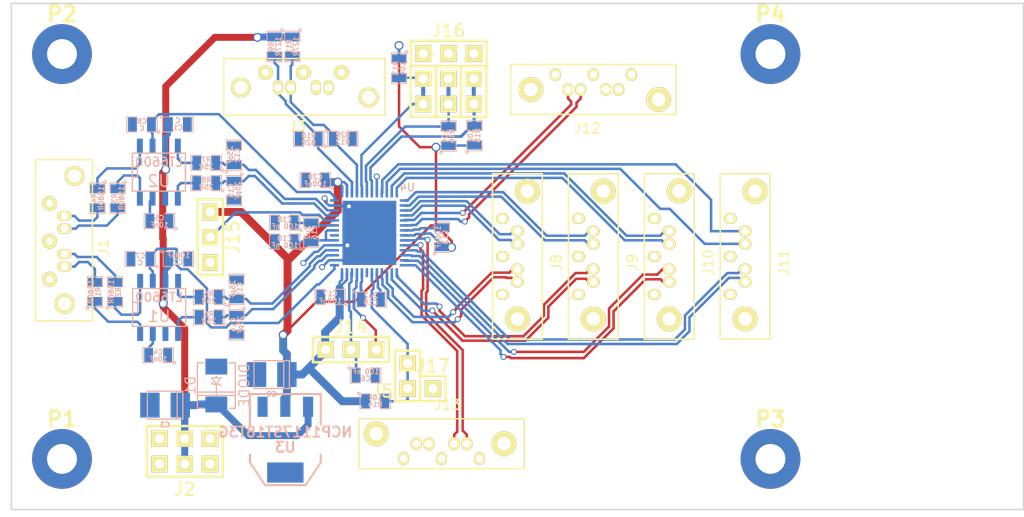
<source format=kicad_pcb>
(kicad_pcb (version 3) (host pcbnew "(2014-jan-25)-product")

  (general
    (links 186)
    (no_connects 82)
    (area 92.837 93.3355 195.655001 146.12046)
    (thickness 1.6)
    (drawings 4)
    (tracks 628)
    (zones 0)
    (modules 62)
    (nets 56)
  )

  (page A4)
  (layers
    (15 F.Cu signal)
    (0 B.Cu signal)
    (16 B.Adhes user)
    (17 F.Adhes user)
    (18 B.Paste user)
    (19 F.Paste user)
    (20 B.SilkS user)
    (21 F.SilkS user)
    (22 B.Mask user)
    (23 F.Mask user)
    (24 Dwgs.User user)
    (25 Cmts.User user)
    (26 Eco1.User user)
    (27 Eco2.User user)
    (28 Edge.Cuts user)
  )

  (setup
    (last_trace_width 0.254)
    (user_trace_width 0.254)
    (user_trace_width 0.3)
    (user_trace_width 0.4)
    (user_trace_width 0.5)
    (user_trace_width 0.6)
    (user_trace_width 0.7)
    (trace_clearance 0.2)
    (zone_clearance 0.508)
    (zone_45_only no)
    (trace_min 0.254)
    (segment_width 0.2)
    (edge_width 0.15)
    (via_size 0.6)
    (via_drill 0.4)
    (via_min_size 0.5)
    (via_min_drill 0.3)
    (uvia_size 0.508)
    (uvia_drill 0.127)
    (uvias_allowed no)
    (uvia_min_size 0.508)
    (uvia_min_drill 0.127)
    (pcb_text_width 0.3)
    (pcb_text_size 1 1)
    (mod_edge_width 0.15)
    (mod_text_size 1 1)
    (mod_text_width 0.15)
    (pad_size 2.5 2.5)
    (pad_drill 1.35)
    (pad_to_mask_clearance 0)
    (aux_axis_origin 0 0)
    (grid_origin 88.9 149.86)
    (visible_elements FFFFFF7F)
    (pcbplotparams
      (layerselection 3178497)
      (usegerberextensions true)
      (excludeedgelayer true)
      (linewidth 0.150000)
      (plotframeref false)
      (viasonmask false)
      (mode 1)
      (useauxorigin false)
      (hpglpennumber 1)
      (hpglpenspeed 20)
      (hpglpendiameter 15)
      (hpglpenoverlay 2)
      (psnegative false)
      (psa4output false)
      (plotreference true)
      (plotvalue true)
      (plotothertext true)
      (plotinvisibletext false)
      (padsonsilk false)
      (subtractmaskfromsilk false)
      (outputformat 1)
      (mirror false)
      (drillshape 1)
      (scaleselection 1)
      (outputdirectory ""))
  )

  (net 0 "")
  (net 1 3V3)
  (net 2 AGND)
  (net 3 "Net-(C4-Pad2)")
  (net 4 "Net-(C5-Pad2)")
  (net 5 "Net-(C6-Pad1)")
  (net 6 "Net-(C7-Pad1)")
  (net 7 "Net-(C8-Pad1)")
  (net 8 +1.8V)
  (net 9 "Net-(C10-Pad1)")
  (net 10 "Net-(C11-Pad1)")
  (net 11 "Net-(C12-Pad1)")
  (net 12 "Net-(C14-Pad1)")
  (net 13 "Net-(C15-Pad1)")
  (net 14 "Net-(C16-Pad2)")
  (net 15 "Net-(C19-Pad1)")
  (net 16 "Net-(J1-Pad2)")
  (net 17 "Net-(J1-Pad3)")
  (net 18 "Net-(J1-Pad5)")
  (net 19 "Net-(J1-Pad6)")
  (net 20 "Net-(J3-Pad2)")
  (net 21 "Net-(J3-Pad3)")
  (net 22 "Net-(J4-Pad1)")
  (net 23 "Net-(J5-Pad1)")
  (net 24 "Net-(J6-Pad1)")
  (net 25 "Net-(J7-Pad1)")
  (net 26 "Net-(J8-Pad2)")
  (net 27 "Net-(J8-Pad3)")
  (net 28 "Net-(J8-Pad5)")
  (net 29 "Net-(J8-Pad6)")
  (net 30 "Net-(J9-Pad2)")
  (net 31 "Net-(J9-Pad3)")
  (net 32 "Net-(J9-Pad5)")
  (net 33 "Net-(J9-Pad6)")
  (net 34 "Net-(J10-Pad2)")
  (net 35 "Net-(J10-Pad3)")
  (net 36 "Net-(J10-Pad5)")
  (net 37 "Net-(J10-Pad6)")
  (net 38 "Net-(J11-Pad2)")
  (net 39 "Net-(J11-Pad3)")
  (net 40 "Net-(J11-Pad5)")
  (net 41 "Net-(J11-Pad6)")
  (net 42 "Net-(J12-Pad2)")
  (net 43 "Net-(J12-Pad3)")
  (net 44 "Net-(J13-Pad2)")
  (net 45 "Net-(J13-Pad3)")
  (net 46 "Net-(R1-Pad1)")
  (net 47 "Net-(R2-Pad1)")
  (net 48 "Net-(R3-Pad1)")
  (net 49 "Net-(R4-Pad1)")
  (net 50 "Net-(R5-Pad2)")
  (net 51 "Net-(R6-Pad2)")
  (net 52 "Net-(R7-Pad2)")
  (net 53 "Net-(R8-Pad2)")
  (net 54 "Net-(J15-Pad2)")
  (net 55 DGND)

  (net_class Default "This is the default net class."
    (clearance 0.2)
    (trace_width 0.254)
    (via_dia 0.6)
    (via_drill 0.4)
    (uvia_dia 0.508)
    (uvia_drill 0.127)
    (add_net DGND)
    (add_net "Net-(C10-Pad1)")
    (add_net "Net-(C11-Pad1)")
    (add_net "Net-(C12-Pad1)")
    (add_net "Net-(C14-Pad1)")
    (add_net "Net-(C15-Pad1)")
    (add_net "Net-(C16-Pad2)")
    (add_net "Net-(C19-Pad1)")
    (add_net "Net-(C4-Pad2)")
    (add_net "Net-(C5-Pad2)")
    (add_net "Net-(C6-Pad1)")
    (add_net "Net-(C7-Pad1)")
    (add_net "Net-(C8-Pad1)")
    (add_net "Net-(J1-Pad2)")
    (add_net "Net-(J1-Pad3)")
    (add_net "Net-(J1-Pad5)")
    (add_net "Net-(J1-Pad6)")
    (add_net "Net-(J10-Pad2)")
    (add_net "Net-(J10-Pad3)")
    (add_net "Net-(J10-Pad5)")
    (add_net "Net-(J10-Pad6)")
    (add_net "Net-(J11-Pad2)")
    (add_net "Net-(J11-Pad3)")
    (add_net "Net-(J11-Pad5)")
    (add_net "Net-(J11-Pad6)")
    (add_net "Net-(J12-Pad2)")
    (add_net "Net-(J12-Pad3)")
    (add_net "Net-(J13-Pad2)")
    (add_net "Net-(J13-Pad3)")
    (add_net "Net-(J15-Pad2)")
    (add_net "Net-(J3-Pad2)")
    (add_net "Net-(J3-Pad3)")
    (add_net "Net-(J4-Pad1)")
    (add_net "Net-(J5-Pad1)")
    (add_net "Net-(J6-Pad1)")
    (add_net "Net-(J7-Pad1)")
    (add_net "Net-(J8-Pad2)")
    (add_net "Net-(J8-Pad3)")
    (add_net "Net-(J8-Pad5)")
    (add_net "Net-(J8-Pad6)")
    (add_net "Net-(J9-Pad2)")
    (add_net "Net-(J9-Pad3)")
    (add_net "Net-(J9-Pad5)")
    (add_net "Net-(J9-Pad6)")
    (add_net "Net-(R1-Pad1)")
    (add_net "Net-(R2-Pad1)")
    (add_net "Net-(R3-Pad1)")
    (add_net "Net-(R4-Pad1)")
    (add_net "Net-(R5-Pad2)")
    (add_net "Net-(R6-Pad2)")
    (add_net "Net-(R7-Pad2)")
    (add_net "Net-(R8-Pad2)")
  )

  (net_class Power ""
    (clearance 0.2)
    (trace_width 0.254)
    (via_dia 0.889)
    (via_drill 0.635)
    (uvia_dia 0.508)
    (uvia_drill 0.127)
    (add_net +1.8V)
    (add_net 3V3)
  )

  (module SMD_Packages:SM0805 (layer B.Cu) (tedit 53260F40) (tstamp 532717E4)
    (at 110.6932 106.121199)
    (path /5325D593)
    (attr smd)
    (fp_text reference C1 (at 0 0.3175) (layer B.SilkS)
      (effects (font (size 0.50038 0.50038) (thickness 0.10922)) (justify mirror))
    )
    (fp_text value C (at 0 -0.381) (layer B.SilkS)
      (effects (font (size 0.50038 0.50038) (thickness 0.10922)) (justify mirror))
    )
    (fp_circle (center -1.651 -0.762) (end -1.651 -0.635) (layer B.SilkS) (width 0.09906))
    (fp_line (start -0.508 -0.762) (end -1.524 -0.762) (layer B.SilkS) (width 0.09906))
    (fp_line (start -1.524 -0.762) (end -1.524 0.762) (layer B.SilkS) (width 0.09906))
    (fp_line (start -1.524 0.762) (end -0.508 0.762) (layer B.SilkS) (width 0.09906))
    (fp_line (start 0.508 0.762) (end 1.524 0.762) (layer B.SilkS) (width 0.09906))
    (fp_line (start 1.524 0.762) (end 1.524 -0.762) (layer B.SilkS) (width 0.09906))
    (fp_line (start 1.524 -0.762) (end 0.508 -0.762) (layer B.SilkS) (width 0.09906))
    (pad 1 smd rect (at -0.9525 0) (size 0.889 1.397) (layers B.Cu B.Paste B.Mask)
      (net 1 3V3))
    (pad 2 smd rect (at 0.9525 0) (size 0.889 1.397) (layers B.Cu B.Paste B.Mask)
      (net 55 DGND))
    (model smd/chip_cms.wrl
      (at (xyz 0 0 0))
      (scale (xyz 0.1 0.1 0.1))
      (rotate (xyz 0 0 0))
    )
  )

  (module SMD_Packages:SM0805 (layer B.Cu) (tedit 53260F40) (tstamp 532717F1)
    (at 110.744 119.634)
    (path /5325D57F)
    (attr smd)
    (fp_text reference C2 (at 0 0.3175) (layer B.SilkS)
      (effects (font (size 0.50038 0.50038) (thickness 0.10922)) (justify mirror))
    )
    (fp_text value 100nF (at 0 -0.381) (layer B.SilkS)
      (effects (font (size 0.50038 0.50038) (thickness 0.10922)) (justify mirror))
    )
    (fp_circle (center -1.651 -0.762) (end -1.651 -0.635) (layer B.SilkS) (width 0.09906))
    (fp_line (start -0.508 -0.762) (end -1.524 -0.762) (layer B.SilkS) (width 0.09906))
    (fp_line (start -1.524 -0.762) (end -1.524 0.762) (layer B.SilkS) (width 0.09906))
    (fp_line (start -1.524 0.762) (end -0.508 0.762) (layer B.SilkS) (width 0.09906))
    (fp_line (start 0.508 0.762) (end 1.524 0.762) (layer B.SilkS) (width 0.09906))
    (fp_line (start 1.524 0.762) (end 1.524 -0.762) (layer B.SilkS) (width 0.09906))
    (fp_line (start 1.524 -0.762) (end 0.508 -0.762) (layer B.SilkS) (width 0.09906))
    (pad 1 smd rect (at -0.9525 0) (size 0.889 1.397) (layers B.Cu B.Paste B.Mask)
      (net 1 3V3))
    (pad 2 smd rect (at 0.9525 0) (size 0.889 1.397) (layers B.Cu B.Paste B.Mask)
      (net 55 DGND))
    (model smd/chip_cms.wrl
      (at (xyz 0 0 0))
      (scale (xyz 0.1 0.1 0.1))
      (rotate (xyz 0 0 0))
    )
  )

  (module SMD_Packages:SM0805 (layer B.Cu) (tedit 53260F40) (tstamp 5327180B)
    (at 108.712 129.286 180)
    (path /5325D9D7)
    (attr smd)
    (fp_text reference C4 (at 0 0.3175 180) (layer B.SilkS)
      (effects (font (size 0.50038 0.50038) (thickness 0.10922)) (justify mirror))
    )
    (fp_text value 10nF (at 0 -0.381 180) (layer B.SilkS)
      (effects (font (size 0.50038 0.50038) (thickness 0.10922)) (justify mirror))
    )
    (fp_circle (center -1.651 -0.762) (end -1.651 -0.635) (layer B.SilkS) (width 0.09906))
    (fp_line (start -0.508 -0.762) (end -1.524 -0.762) (layer B.SilkS) (width 0.09906))
    (fp_line (start -1.524 -0.762) (end -1.524 0.762) (layer B.SilkS) (width 0.09906))
    (fp_line (start -1.524 0.762) (end -0.508 0.762) (layer B.SilkS) (width 0.09906))
    (fp_line (start 0.508 0.762) (end 1.524 0.762) (layer B.SilkS) (width 0.09906))
    (fp_line (start 1.524 0.762) (end 1.524 -0.762) (layer B.SilkS) (width 0.09906))
    (fp_line (start 1.524 -0.762) (end 0.508 -0.762) (layer B.SilkS) (width 0.09906))
    (pad 1 smd rect (at -0.9525 0 180) (size 0.889 1.397) (layers B.Cu B.Paste B.Mask)
      (net 55 DGND))
    (pad 2 smd rect (at 0.9525 0 180) (size 0.889 1.397) (layers B.Cu B.Paste B.Mask)
      (net 3 "Net-(C4-Pad2)"))
    (model smd/chip_cms.wrl
      (at (xyz 0 0 0))
      (scale (xyz 0.1 0.1 0.1))
      (rotate (xyz 0 0 0))
    )
  )

  (module SMD_Packages:SM0805 (layer B.Cu) (tedit 53260F40) (tstamp 53271818)
    (at 108.839 115.824 180)
    (path /5325D9AF)
    (attr smd)
    (fp_text reference C5 (at 0 0.3175 180) (layer B.SilkS)
      (effects (font (size 0.50038 0.50038) (thickness 0.10922)) (justify mirror))
    )
    (fp_text value 10nF (at 0 -0.381 180) (layer B.SilkS)
      (effects (font (size 0.50038 0.50038) (thickness 0.10922)) (justify mirror))
    )
    (fp_circle (center -1.651 -0.762) (end -1.651 -0.635) (layer B.SilkS) (width 0.09906))
    (fp_line (start -0.508 -0.762) (end -1.524 -0.762) (layer B.SilkS) (width 0.09906))
    (fp_line (start -1.524 -0.762) (end -1.524 0.762) (layer B.SilkS) (width 0.09906))
    (fp_line (start -1.524 0.762) (end -0.508 0.762) (layer B.SilkS) (width 0.09906))
    (fp_line (start 0.508 0.762) (end 1.524 0.762) (layer B.SilkS) (width 0.09906))
    (fp_line (start 1.524 0.762) (end 1.524 -0.762) (layer B.SilkS) (width 0.09906))
    (fp_line (start 1.524 -0.762) (end 0.508 -0.762) (layer B.SilkS) (width 0.09906))
    (pad 1 smd rect (at -0.9525 0 180) (size 0.889 1.397) (layers B.Cu B.Paste B.Mask)
      (net 55 DGND))
    (pad 2 smd rect (at 0.9525 0 180) (size 0.889 1.397) (layers B.Cu B.Paste B.Mask)
      (net 4 "Net-(C5-Pad2)"))
    (model smd/chip_cms.wrl
      (at (xyz 0 0 0))
      (scale (xyz 0.1 0.1 0.1))
      (rotate (xyz 0 0 0))
    )
  )

  (module SMD_Packages:SM0805 (layer B.Cu) (tedit 53260F40) (tstamp 53271825)
    (at 129.54 131.318)
    (path /532504C5)
    (attr smd)
    (fp_text reference C6 (at 0 0.3175) (layer B.SilkS)
      (effects (font (size 0.50038 0.50038) (thickness 0.10922)) (justify mirror))
    )
    (fp_text value "100 nF" (at 0 -0.381) (layer B.SilkS)
      (effects (font (size 0.50038 0.50038) (thickness 0.10922)) (justify mirror))
    )
    (fp_circle (center -1.651 -0.762) (end -1.651 -0.635) (layer B.SilkS) (width 0.09906))
    (fp_line (start -0.508 -0.762) (end -1.524 -0.762) (layer B.SilkS) (width 0.09906))
    (fp_line (start -1.524 -0.762) (end -1.524 0.762) (layer B.SilkS) (width 0.09906))
    (fp_line (start -1.524 0.762) (end -0.508 0.762) (layer B.SilkS) (width 0.09906))
    (fp_line (start 0.508 0.762) (end 1.524 0.762) (layer B.SilkS) (width 0.09906))
    (fp_line (start 1.524 0.762) (end 1.524 -0.762) (layer B.SilkS) (width 0.09906))
    (fp_line (start 1.524 -0.762) (end 0.508 -0.762) (layer B.SilkS) (width 0.09906))
    (pad 1 smd rect (at -0.9525 0) (size 0.889 1.397) (layers B.Cu B.Paste B.Mask)
      (net 5 "Net-(C6-Pad1)"))
    (pad 2 smd rect (at 0.9525 0) (size 0.889 1.397) (layers B.Cu B.Paste B.Mask)
      (net 55 DGND))
    (model smd/chip_cms.wrl
      (at (xyz 0 0 0))
      (scale (xyz 0.1 0.1 0.1))
      (rotate (xyz 0 0 0))
    )
  )

  (module SMD_Packages:SM0805 (layer B.Cu) (tedit 53260F40) (tstamp 53271832)
    (at 106.934 119.634 180)
    (path /5325DE75)
    (attr smd)
    (fp_text reference C7 (at 0 0.3175 180) (layer B.SilkS)
      (effects (font (size 0.50038 0.50038) (thickness 0.10922)) (justify mirror))
    )
    (fp_text value C (at 0 -0.381 180) (layer B.SilkS)
      (effects (font (size 0.50038 0.50038) (thickness 0.10922)) (justify mirror))
    )
    (fp_circle (center -1.651 -0.762) (end -1.651 -0.635) (layer B.SilkS) (width 0.09906))
    (fp_line (start -0.508 -0.762) (end -1.524 -0.762) (layer B.SilkS) (width 0.09906))
    (fp_line (start -1.524 -0.762) (end -1.524 0.762) (layer B.SilkS) (width 0.09906))
    (fp_line (start -1.524 0.762) (end -0.508 0.762) (layer B.SilkS) (width 0.09906))
    (fp_line (start 0.508 0.762) (end 1.524 0.762) (layer B.SilkS) (width 0.09906))
    (fp_line (start 1.524 0.762) (end 1.524 -0.762) (layer B.SilkS) (width 0.09906))
    (fp_line (start 1.524 -0.762) (end 0.508 -0.762) (layer B.SilkS) (width 0.09906))
    (pad 1 smd rect (at -0.9525 0 180) (size 0.889 1.397) (layers B.Cu B.Paste B.Mask)
      (net 6 "Net-(C7-Pad1)"))
    (pad 2 smd rect (at 0.9525 0 180) (size 0.889 1.397) (layers B.Cu B.Paste B.Mask)
      (net 55 DGND))
    (model smd/chip_cms.wrl
      (at (xyz 0 0 0))
      (scale (xyz 0.1 0.1 0.1))
      (rotate (xyz 0 0 0))
    )
  )

  (module SMD_Packages:SM0805 (layer B.Cu) (tedit 53260F40) (tstamp 532772AD)
    (at 107.0864 106.121199 180)
    (path /5324EC67)
    (attr smd)
    (fp_text reference C8 (at 0 0.3175 180) (layer B.SilkS)
      (effects (font (size 0.50038 0.50038) (thickness 0.10922)) (justify mirror))
    )
    (fp_text value C (at 0 -0.381 180) (layer B.SilkS)
      (effects (font (size 0.50038 0.50038) (thickness 0.10922)) (justify mirror))
    )
    (fp_circle (center -1.651 -0.762) (end -1.651 -0.635) (layer B.SilkS) (width 0.09906))
    (fp_line (start -0.508 -0.762) (end -1.524 -0.762) (layer B.SilkS) (width 0.09906))
    (fp_line (start -1.524 -0.762) (end -1.524 0.762) (layer B.SilkS) (width 0.09906))
    (fp_line (start -1.524 0.762) (end -0.508 0.762) (layer B.SilkS) (width 0.09906))
    (fp_line (start 0.508 0.762) (end 1.524 0.762) (layer B.SilkS) (width 0.09906))
    (fp_line (start 1.524 0.762) (end 1.524 -0.762) (layer B.SilkS) (width 0.09906))
    (fp_line (start 1.524 -0.762) (end 0.508 -0.762) (layer B.SilkS) (width 0.09906))
    (pad 1 smd rect (at -0.9525 0 180) (size 0.889 1.397) (layers B.Cu B.Paste B.Mask)
      (net 7 "Net-(C8-Pad1)"))
    (pad 2 smd rect (at 0.9525 0 180) (size 0.889 1.397) (layers B.Cu B.Paste B.Mask)
      (net 55 DGND))
    (model smd/chip_cms.wrl
      (at (xyz 0 0 0))
      (scale (xyz 0.1 0.1 0.1))
      (rotate (xyz 0 0 0))
    )
  )

  (module Capacitors_SMD:c_tant_B (layer B.Cu) (tedit 53260F42) (tstamp 5327184A)
    (at 120.112 131.231)
    (descr "SMT capacitor, tantalum size B")
    (path /5324F061)
    (fp_text reference C9 (at 0 1.9685) (layer B.SilkS)
      (effects (font (size 0.50038 0.50038) (thickness 0.11938)) (justify mirror))
    )
    (fp_text value 10uF (at 0 -1.9685) (layer B.SilkS) hide
      (effects (font (size 0.50038 0.50038) (thickness 0.11938)) (justify mirror))
    )
    (fp_line (start 1.2065 1.397) (end 1.2065 -1.397) (layer B.SilkS) (width 0.127))
    (fp_line (start 1.778 1.397) (end -1.778 1.397) (layer B.SilkS) (width 0.127))
    (fp_line (start -1.778 1.397) (end -1.778 -1.397) (layer B.SilkS) (width 0.127))
    (fp_line (start -1.778 -1.397) (end 1.778 -1.397) (layer B.SilkS) (width 0.127))
    (fp_line (start 1.778 -1.397) (end 1.778 1.397) (layer B.SilkS) (width 0.127))
    (pad 1 smd rect (at 1.524 0) (size 1.95072 2.49936) (layers B.Cu B.Paste B.Mask)
      (net 8 +1.8V))
    (pad 2 smd rect (at -1.524 0) (size 1.95072 2.49936) (layers B.Cu B.Paste B.Mask)
      (net 55 DGND))
    (model smd/capacitors/c_tant_B.wrl
      (at (xyz 0 0 0))
      (scale (xyz 1 1 1))
      (rotate (xyz 0 0 0))
    )
  )

  (module Kaklik_smd_pouzdra:SM0805 (layer B.Cu) (tedit 53260CC5) (tstamp 53271857)
    (at 121.412 117.8814 180)
    (path /5325008A)
    (attr smd)
    (fp_text reference C10 (at 0 0.3175 180) (layer B.SilkS)
      (effects (font (size 0.50038 0.50038) (thickness 0.10922)) (justify mirror))
    )
    (fp_text value "100 nF" (at 0 -0.381 180) (layer B.SilkS)
      (effects (font (size 0.50038 0.50038) (thickness 0.10922)) (justify mirror))
    )
    (fp_circle (center -1.651 -0.762) (end -1.651 -0.635) (layer B.SilkS) (width 0.09906))
    (fp_line (start -0.508 -0.762) (end -1.524 -0.762) (layer B.SilkS) (width 0.09906))
    (fp_line (start -1.524 -0.762) (end -1.524 0.762) (layer B.SilkS) (width 0.09906))
    (fp_line (start -1.524 0.762) (end -0.508 0.762) (layer B.SilkS) (width 0.09906))
    (fp_line (start 0.508 0.762) (end 1.524 0.762) (layer B.SilkS) (width 0.09906))
    (fp_line (start 1.524 0.762) (end 1.524 -0.762) (layer B.SilkS) (width 0.09906))
    (fp_line (start 1.524 -0.762) (end 0.508 -0.762) (layer B.SilkS) (width 0.09906))
    (pad 1 smd rect (at -0.9525 0 180) (size 0.889 1.397) (layers B.Cu B.Paste B.Mask)
      (net 9 "Net-(C10-Pad1)"))
    (pad 2 smd rect (at 0.9525 0 180) (size 0.889 1.397) (layers B.Cu B.Paste B.Mask)
      (net 55 DGND))
    (model smd/chip_cms.wrl
      (at (xyz 0 0 0))
      (scale (xyz 0.1 0.1 0.1))
      (rotate (xyz 0 0 0))
    )
  )

  (module Kaklik_smd_pouzdra:SM0805 (layer B.Cu) (tedit 53260CC5) (tstamp 53271864)
    (at 116.586 122.682 90)
    (path /5325F38F)
    (attr smd)
    (fp_text reference C11 (at 0 0.3175 90) (layer B.SilkS)
      (effects (font (size 0.50038 0.50038) (thickness 0.10922)) (justify mirror))
    )
    (fp_text value 25pF (at 0 -0.381 90) (layer B.SilkS)
      (effects (font (size 0.50038 0.50038) (thickness 0.10922)) (justify mirror))
    )
    (fp_circle (center -1.651 -0.762) (end -1.651 -0.635) (layer B.SilkS) (width 0.09906))
    (fp_line (start -0.508 -0.762) (end -1.524 -0.762) (layer B.SilkS) (width 0.09906))
    (fp_line (start -1.524 -0.762) (end -1.524 0.762) (layer B.SilkS) (width 0.09906))
    (fp_line (start -1.524 0.762) (end -0.508 0.762) (layer B.SilkS) (width 0.09906))
    (fp_line (start 0.508 0.762) (end 1.524 0.762) (layer B.SilkS) (width 0.09906))
    (fp_line (start 1.524 0.762) (end 1.524 -0.762) (layer B.SilkS) (width 0.09906))
    (fp_line (start 1.524 -0.762) (end 0.508 -0.762) (layer B.SilkS) (width 0.09906))
    (pad 1 smd rect (at -0.9525 0 90) (size 0.889 1.397) (layers B.Cu B.Paste B.Mask)
      (net 10 "Net-(C11-Pad1)"))
    (pad 2 smd rect (at 0.9525 0 90) (size 0.889 1.397) (layers B.Cu B.Paste B.Mask)
      (net 55 DGND))
    (model smd/chip_cms.wrl
      (at (xyz 0 0 0))
      (scale (xyz 0.1 0.1 0.1))
      (rotate (xyz 0 0 0))
    )
  )

  (module Kaklik_smd_pouzdra:SM0805 (layer B.Cu) (tedit 53260CC5) (tstamp 53271871)
    (at 116.332 109.22 90)
    (path /5325FB85)
    (attr smd)
    (fp_text reference C12 (at 0 0.3175 90) (layer B.SilkS)
      (effects (font (size 0.50038 0.50038) (thickness 0.10922)) (justify mirror))
    )
    (fp_text value 25pF (at 0 -0.381 90) (layer B.SilkS)
      (effects (font (size 0.50038 0.50038) (thickness 0.10922)) (justify mirror))
    )
    (fp_circle (center -1.651 -0.762) (end -1.651 -0.635) (layer B.SilkS) (width 0.09906))
    (fp_line (start -0.508 -0.762) (end -1.524 -0.762) (layer B.SilkS) (width 0.09906))
    (fp_line (start -1.524 -0.762) (end -1.524 0.762) (layer B.SilkS) (width 0.09906))
    (fp_line (start -1.524 0.762) (end -0.508 0.762) (layer B.SilkS) (width 0.09906))
    (fp_line (start 0.508 0.762) (end 1.524 0.762) (layer B.SilkS) (width 0.09906))
    (fp_line (start 1.524 0.762) (end 1.524 -0.762) (layer B.SilkS) (width 0.09906))
    (fp_line (start 1.524 -0.762) (end 0.508 -0.762) (layer B.SilkS) (width 0.09906))
    (pad 1 smd rect (at -0.9525 0 90) (size 0.889 1.397) (layers B.Cu B.Paste B.Mask)
      (net 11 "Net-(C12-Pad1)"))
    (pad 2 smd rect (at 0.9525 0 90) (size 0.889 1.397) (layers B.Cu B.Paste B.Mask)
      (net 55 DGND))
    (model smd/chip_cms.wrl
      (at (xyz 0 0 0))
      (scale (xyz 0.1 0.1 0.1))
      (rotate (xyz 0 0 0))
    )
  )

  (module Kaklik_smd_pouzdra:SM0805 (layer B.Cu) (tedit 53260CC5) (tstamp 53277D25)
    (at 137.210802 117.44961 90)
    (path /5325E012)
    (attr smd)
    (fp_text reference C13 (at 0 0.3175 90) (layer B.SilkS)
      (effects (font (size 0.50038 0.50038) (thickness 0.10922)) (justify mirror))
    )
    (fp_text value 100nF (at 0 -0.381 90) (layer B.SilkS)
      (effects (font (size 0.50038 0.50038) (thickness 0.10922)) (justify mirror))
    )
    (fp_circle (center -1.651 -0.762) (end -1.651 -0.635) (layer B.SilkS) (width 0.09906))
    (fp_line (start -0.508 -0.762) (end -1.524 -0.762) (layer B.SilkS) (width 0.09906))
    (fp_line (start -1.524 -0.762) (end -1.524 0.762) (layer B.SilkS) (width 0.09906))
    (fp_line (start -1.524 0.762) (end -0.508 0.762) (layer B.SilkS) (width 0.09906))
    (fp_line (start 0.508 0.762) (end 1.524 0.762) (layer B.SilkS) (width 0.09906))
    (fp_line (start 1.524 0.762) (end 1.524 -0.762) (layer B.SilkS) (width 0.09906))
    (fp_line (start 1.524 -0.762) (end 0.508 -0.762) (layer B.SilkS) (width 0.09906))
    (pad 1 smd rect (at -0.9525 0 90) (size 0.889 1.397) (layers B.Cu B.Paste B.Mask)
      (net 8 +1.8V))
    (pad 2 smd rect (at 0.9525 0 90) (size 0.889 1.397) (layers B.Cu B.Paste B.Mask)
      (net 55 DGND))
    (model smd/chip_cms.wrl
      (at (xyz 0 0 0))
      (scale (xyz 0.1 0.1 0.1))
      (rotate (xyz 0 0 0))
    )
  )

  (module Kaklik_smd_pouzdra:SM0805 (layer B.Cu) (tedit 53260CC5) (tstamp 5327188B)
    (at 116.586 126.238 270)
    (path /5325F3A6)
    (attr smd)
    (fp_text reference C14 (at 0 0.3175 270) (layer B.SilkS)
      (effects (font (size 0.50038 0.50038) (thickness 0.10922)) (justify mirror))
    )
    (fp_text value 25pF (at 0 -0.381 270) (layer B.SilkS)
      (effects (font (size 0.50038 0.50038) (thickness 0.10922)) (justify mirror))
    )
    (fp_circle (center -1.651 -0.762) (end -1.651 -0.635) (layer B.SilkS) (width 0.09906))
    (fp_line (start -0.508 -0.762) (end -1.524 -0.762) (layer B.SilkS) (width 0.09906))
    (fp_line (start -1.524 -0.762) (end -1.524 0.762) (layer B.SilkS) (width 0.09906))
    (fp_line (start -1.524 0.762) (end -0.508 0.762) (layer B.SilkS) (width 0.09906))
    (fp_line (start 0.508 0.762) (end 1.524 0.762) (layer B.SilkS) (width 0.09906))
    (fp_line (start 1.524 0.762) (end 1.524 -0.762) (layer B.SilkS) (width 0.09906))
    (fp_line (start 1.524 -0.762) (end 0.508 -0.762) (layer B.SilkS) (width 0.09906))
    (pad 1 smd rect (at -0.9525 0 270) (size 0.889 1.397) (layers B.Cu B.Paste B.Mask)
      (net 12 "Net-(C14-Pad1)"))
    (pad 2 smd rect (at 0.9525 0 270) (size 0.889 1.397) (layers B.Cu B.Paste B.Mask)
      (net 55 DGND))
    (model smd/chip_cms.wrl
      (at (xyz 0 0 0))
      (scale (xyz 0.1 0.1 0.1))
      (rotate (xyz 0 0 0))
    )
  )

  (module Kaklik_smd_pouzdra:SM0805 (layer B.Cu) (tedit 53260CC5) (tstamp 53271898)
    (at 116.332 112.776 270)
    (path /5325FB8B)
    (attr smd)
    (fp_text reference C15 (at 0 0.3175 270) (layer B.SilkS)
      (effects (font (size 0.50038 0.50038) (thickness 0.10922)) (justify mirror))
    )
    (fp_text value 25pF (at 0 -0.381 270) (layer B.SilkS)
      (effects (font (size 0.50038 0.50038) (thickness 0.10922)) (justify mirror))
    )
    (fp_circle (center -1.651 -0.762) (end -1.651 -0.635) (layer B.SilkS) (width 0.09906))
    (fp_line (start -0.508 -0.762) (end -1.524 -0.762) (layer B.SilkS) (width 0.09906))
    (fp_line (start -1.524 -0.762) (end -1.524 0.762) (layer B.SilkS) (width 0.09906))
    (fp_line (start -1.524 0.762) (end -0.508 0.762) (layer B.SilkS) (width 0.09906))
    (fp_line (start 0.508 0.762) (end 1.524 0.762) (layer B.SilkS) (width 0.09906))
    (fp_line (start 1.524 0.762) (end 1.524 -0.762) (layer B.SilkS) (width 0.09906))
    (fp_line (start 1.524 -0.762) (end 0.508 -0.762) (layer B.SilkS) (width 0.09906))
    (pad 1 smd rect (at -0.9525 0 270) (size 0.889 1.397) (layers B.Cu B.Paste B.Mask)
      (net 13 "Net-(C15-Pad1)"))
    (pad 2 smd rect (at 0.9525 0 270) (size 0.889 1.397) (layers B.Cu B.Paste B.Mask)
      (net 55 DGND))
    (model smd/chip_cms.wrl
      (at (xyz 0 0 0))
      (scale (xyz 0.1 0.1 0.1))
      (rotate (xyz 0 0 0))
    )
  )

  (module Kaklik_smd_pouzdra:SM0805 (layer B.Cu) (tedit 53260CC5) (tstamp 532718A5)
    (at 124.079 116.967 90)
    (path /53250076)
    (attr smd)
    (fp_text reference C16 (at 0 0.3175 90) (layer B.SilkS)
      (effects (font (size 0.50038 0.50038) (thickness 0.10922)) (justify mirror))
    )
    (fp_text value 2u2 (at 0 -0.381 90) (layer B.SilkS)
      (effects (font (size 0.50038 0.50038) (thickness 0.10922)) (justify mirror))
    )
    (fp_circle (center -1.651 -0.762) (end -1.651 -0.635) (layer B.SilkS) (width 0.09906))
    (fp_line (start -0.508 -0.762) (end -1.524 -0.762) (layer B.SilkS) (width 0.09906))
    (fp_line (start -1.524 -0.762) (end -1.524 0.762) (layer B.SilkS) (width 0.09906))
    (fp_line (start -1.524 0.762) (end -0.508 0.762) (layer B.SilkS) (width 0.09906))
    (fp_line (start 0.508 0.762) (end 1.524 0.762) (layer B.SilkS) (width 0.09906))
    (fp_line (start 1.524 0.762) (end 1.524 -0.762) (layer B.SilkS) (width 0.09906))
    (fp_line (start 1.524 -0.762) (end 0.508 -0.762) (layer B.SilkS) (width 0.09906))
    (pad 1 smd rect (at -0.9525 0 90) (size 0.889 1.397) (layers B.Cu B.Paste B.Mask)
      (net 9 "Net-(C10-Pad1)"))
    (pad 2 smd rect (at 0.9525 0 90) (size 0.889 1.397) (layers B.Cu B.Paste B.Mask)
      (net 14 "Net-(C16-Pad2)"))
    (model smd/chip_cms.wrl
      (at (xyz 0 0 0))
      (scale (xyz 0.1 0.1 0.1))
      (rotate (xyz 0 0 0))
    )
  )

  (module Kaklik_smd_pouzdra:SM0805 (layer B.Cu) (tedit 53260CC5) (tstamp 532718B2)
    (at 125.984 123.444 180)
    (path /5325E026)
    (attr smd)
    (fp_text reference C17 (at 0 0.3175 180) (layer B.SilkS)
      (effects (font (size 0.50038 0.50038) (thickness 0.10922)) (justify mirror))
    )
    (fp_text value 100nF (at 0 -0.381 180) (layer B.SilkS)
      (effects (font (size 0.50038 0.50038) (thickness 0.10922)) (justify mirror))
    )
    (fp_circle (center -1.651 -0.762) (end -1.651 -0.635) (layer B.SilkS) (width 0.09906))
    (fp_line (start -0.508 -0.762) (end -1.524 -0.762) (layer B.SilkS) (width 0.09906))
    (fp_line (start -1.524 -0.762) (end -1.524 0.762) (layer B.SilkS) (width 0.09906))
    (fp_line (start -1.524 0.762) (end -0.508 0.762) (layer B.SilkS) (width 0.09906))
    (fp_line (start 0.508 0.762) (end 1.524 0.762) (layer B.SilkS) (width 0.09906))
    (fp_line (start 1.524 0.762) (end 1.524 -0.762) (layer B.SilkS) (width 0.09906))
    (fp_line (start 1.524 -0.762) (end 0.508 -0.762) (layer B.SilkS) (width 0.09906))
    (pad 1 smd rect (at -0.9525 0 180) (size 0.889 1.397) (layers B.Cu B.Paste B.Mask)
      (net 8 +1.8V))
    (pad 2 smd rect (at 0.9525 0 180) (size 0.889 1.397) (layers B.Cu B.Paste B.Mask)
      (net 55 DGND))
    (model smd/chip_cms.wrl
      (at (xyz 0 0 0))
      (scale (xyz 0.1 0.1 0.1))
      (rotate (xyz 0 0 0))
    )
  )

  (module Kaklik_smd_pouzdra:SM0805 (layer B.Cu) (tedit 53260CC5) (tstamp 532718BF)
    (at 121.412 115.9764 180)
    (path /5325009E)
    (attr smd)
    (fp_text reference C18 (at 0 0.3175 180) (layer B.SilkS)
      (effects (font (size 0.50038 0.50038) (thickness 0.10922)) (justify mirror))
    )
    (fp_text value "100 nF" (at 0 -0.381 180) (layer B.SilkS)
      (effects (font (size 0.50038 0.50038) (thickness 0.10922)) (justify mirror))
    )
    (fp_circle (center -1.651 -0.762) (end -1.651 -0.635) (layer B.SilkS) (width 0.09906))
    (fp_line (start -0.508 -0.762) (end -1.524 -0.762) (layer B.SilkS) (width 0.09906))
    (fp_line (start -1.524 -0.762) (end -1.524 0.762) (layer B.SilkS) (width 0.09906))
    (fp_line (start -1.524 0.762) (end -0.508 0.762) (layer B.SilkS) (width 0.09906))
    (fp_line (start 0.508 0.762) (end 1.524 0.762) (layer B.SilkS) (width 0.09906))
    (fp_line (start 1.524 0.762) (end 1.524 -0.762) (layer B.SilkS) (width 0.09906))
    (fp_line (start 1.524 -0.762) (end 0.508 -0.762) (layer B.SilkS) (width 0.09906))
    (pad 1 smd rect (at -0.9525 0 180) (size 0.889 1.397) (layers B.Cu B.Paste B.Mask)
      (net 14 "Net-(C16-Pad2)"))
    (pad 2 smd rect (at 0.9525 0 180) (size 0.889 1.397) (layers B.Cu B.Paste B.Mask)
      (net 55 DGND))
    (model smd/chip_cms.wrl
      (at (xyz 0 0 0))
      (scale (xyz 0.1 0.1 0.1))
      (rotate (xyz 0 0 0))
    )
  )

  (module Kaklik_smd_pouzdra:SM0805 (layer B.Cu) (tedit 53260CC5) (tstamp 532718CC)
    (at 130.073404 123.698002)
    (path /532506FD)
    (attr smd)
    (fp_text reference C19 (at 0 0.3175) (layer B.SilkS)
      (effects (font (size 0.50038 0.50038) (thickness 0.10922)) (justify mirror))
    )
    (fp_text value 2u2 (at 0 -0.381) (layer B.SilkS)
      (effects (font (size 0.50038 0.50038) (thickness 0.10922)) (justify mirror))
    )
    (fp_circle (center -1.651 -0.762) (end -1.651 -0.635) (layer B.SilkS) (width 0.09906))
    (fp_line (start -0.508 -0.762) (end -1.524 -0.762) (layer B.SilkS) (width 0.09906))
    (fp_line (start -1.524 -0.762) (end -1.524 0.762) (layer B.SilkS) (width 0.09906))
    (fp_line (start -1.524 0.762) (end -0.508 0.762) (layer B.SilkS) (width 0.09906))
    (fp_line (start 0.508 0.762) (end 1.524 0.762) (layer B.SilkS) (width 0.09906))
    (fp_line (start 1.524 0.762) (end 1.524 -0.762) (layer B.SilkS) (width 0.09906))
    (fp_line (start 1.524 -0.762) (end 0.508 -0.762) (layer B.SilkS) (width 0.09906))
    (pad 1 smd rect (at -0.9525 0) (size 0.889 1.397) (layers B.Cu B.Paste B.Mask)
      (net 15 "Net-(C19-Pad1)"))
    (pad 2 smd rect (at 0.9525 0) (size 0.889 1.397) (layers B.Cu B.Paste B.Mask)
      (net 55 DGND))
    (model smd/chip_cms.wrl
      (at (xyz 0 0 0))
      (scale (xyz 0.1 0.1 0.1))
      (rotate (xyz 0 0 0))
    )
  )

  (module Kaklik_smd_pouzdra:SM0805 (layer B.Cu) (tedit 53260CC5) (tstamp 532718D9)
    (at 124.485402 111.709204 180)
    (path /5325F323)
    (attr smd)
    (fp_text reference C20 (at 0 0.3175 180) (layer B.SilkS)
      (effects (font (size 0.50038 0.50038) (thickness 0.10922)) (justify mirror))
    )
    (fp_text value 100nF (at 0 -0.381 180) (layer B.SilkS)
      (effects (font (size 0.50038 0.50038) (thickness 0.10922)) (justify mirror))
    )
    (fp_circle (center -1.651 -0.762) (end -1.651 -0.635) (layer B.SilkS) (width 0.09906))
    (fp_line (start -0.508 -0.762) (end -1.524 -0.762) (layer B.SilkS) (width 0.09906))
    (fp_line (start -1.524 -0.762) (end -1.524 0.762) (layer B.SilkS) (width 0.09906))
    (fp_line (start -1.524 0.762) (end -0.508 0.762) (layer B.SilkS) (width 0.09906))
    (fp_line (start 0.508 0.762) (end 1.524 0.762) (layer B.SilkS) (width 0.09906))
    (fp_line (start 1.524 0.762) (end 1.524 -0.762) (layer B.SilkS) (width 0.09906))
    (fp_line (start 1.524 -0.762) (end 0.508 -0.762) (layer B.SilkS) (width 0.09906))
    (pad 1 smd rect (at -0.9525 0 180) (size 0.889 1.397) (layers B.Cu B.Paste B.Mask)
      (net 8 +1.8V))
    (pad 2 smd rect (at 0.9525 0 180) (size 0.889 1.397) (layers B.Cu B.Paste B.Mask)
      (net 55 DGND))
    (model smd/chip_cms.wrl
      (at (xyz 0 0 0))
      (scale (xyz 0.1 0.1 0.1))
      (rotate (xyz 0 0 0))
    )
  )

  (module Kaklik_konektory:SATA-7_THT_VERT (layer F.Cu) (tedit 53260F41) (tstamp 532718EA)
    (at 99.314 117.856 270)
    (path /5324C7A1)
    (fp_text reference J1 (at 0.6 -3.9 270) (layer F.SilkS)
      (effects (font (size 1 1) (thickness 0.15)))
    )
    (fp_text value SATA7-67491-1030 (at 0.5 -1.7 270) (layer F.SilkS) hide
      (effects (font (size 1 1) (thickness 0.15)))
    )
    (fp_line (start -8.2 -2.8) (end 8 -2.8) (layer F.SilkS) (width 0.15))
    (fp_line (start 8 -2.8) (end 8 2.9) (layer F.SilkS) (width 0.15))
    (fp_line (start 8 2.9) (end -8.2 2.9) (layer F.SilkS) (width 0.15))
    (fp_line (start -8.2 2.9) (end -8.2 -2.8) (layer F.SilkS) (width 0.15))
    (pad 9 thru_hole circle (at 6.27 0 270) (size 2 2) (drill 1.35) (layers *.Cu *.Mask F.SilkS)
      (net 55 DGND))
    (pad 2 thru_hole oval (at 2.54 0 270) (size 1 1.5) (drill 0.74) (layers *.Cu *.Mask F.SilkS)
      (net 16 "Net-(J1-Pad2)"))
    (pad 8 thru_hole circle (at -6.56 -1 270) (size 2 2) (drill 1.35) (layers *.Cu *.Mask F.SilkS)
      (net 55 DGND))
    (pad 3 thru_hole oval (at 1.27 0 270) (size 1 1.5) (drill 0.74) (layers *.Cu *.Mask F.SilkS)
      (net 17 "Net-(J1-Pad3)"))
    (pad 5 thru_hole oval (at -1.27 0 270) (size 1 1.5) (drill 0.74) (layers *.Cu *.Mask F.SilkS)
      (net 18 "Net-(J1-Pad5)"))
    (pad 6 thru_hole oval (at -2.54 0 270) (size 1 1.5) (drill 0.74) (layers *.Cu *.Mask F.SilkS)
      (net 19 "Net-(J1-Pad6)"))
    (pad 7 thru_hole circle (at -3.81 1.5 270) (size 1.5 1.5) (drill 0.74) (layers *.Cu *.Mask F.SilkS)
      (net 55 DGND))
    (pad 4 thru_hole circle (at 0 1.5 270) (size 1.5 1.5) (drill 0.74) (layers *.Cu *.Mask F.SilkS)
      (net 55 DGND))
    (pad 1 thru_hole circle (at 3.81 1.5 270) (size 1.5 1.5) (drill 0.74) (layers *.Cu *.Mask F.SilkS)
      (net 55 DGND))
  )

  (module MLAB_Jumpery:Pin_Header_Straight_2x03 placed (layer F.Cu) (tedit 53260D8B) (tstamp 532718FA)
    (at 111.379 138.938 180)
    (descr "1 pin")
    (tags "CONN DEV")
    (path /5324F25A)
    (fp_text reference J2 (at 0 -3.81 180) (layer F.SilkS)
      (effects (font (size 1.27 1.27) (thickness 0.2032)))
    )
    (fp_text value JUMP_3X2_CONN (at 0 0 180) (layer F.SilkS) hide
      (effects (font (size 1.27 1.27) (thickness 0.2032)))
    )
    (fp_line (start -3.81 2.54) (end 3.81 2.54) (layer F.SilkS) (width 0.254))
    (fp_line (start 3.81 2.54) (end 3.81 -2.54) (layer F.SilkS) (width 0.254))
    (fp_line (start 3.81 -2.54) (end -1.27 -2.54) (layer F.SilkS) (width 0.254))
    (fp_line (start -3.81 2.54) (end -3.81 0) (layer F.SilkS) (width 0.254))
    (fp_line (start -3.81 -2.54) (end -3.81 0) (layer F.SilkS) (width 0.254))
    (fp_line (start -1.27 -2.54) (end -3.81 -2.54) (layer F.SilkS) (width 0.254))
    (pad 1 thru_hole rect (at -2.54 1.27 180) (size 1.651 1.651) (drill 0.9) (layers *.Cu *.Mask F.SilkS)
      (net 55 DGND))
    (pad 2 thru_hole rect (at 0 1.27 180) (size 1.651 1.651) (drill 0.9) (layers *.Cu *.Mask F.SilkS)
      (net 1 3V3))
    (pad 3 thru_hole rect (at 2.54 1.27 180) (size 1.651 1.651) (drill 0.9) (layers *.Cu *.Mask F.SilkS)
      (net 55 DGND))
    (pad 4 thru_hole rect (at 2.54 -1.27 180) (size 1.651 1.651) (drill 0.9) (layers *.Cu *.Mask F.SilkS)
      (net 55 DGND))
    (pad 5 thru_hole rect (at 0 -1.27 180) (size 1.651 1.651) (drill 0.9) (layers *.Cu *.Mask F.SilkS)
      (net 1 3V3))
    (pad 6 thru_hole rect (at -2.54 -1.27 180) (size 1.651 1.651) (drill 0.9) (layers *.Cu *.Mask F.SilkS)
      (net 55 DGND))
    (model Pin_Headers/Pin_Header_Straight_2x03.wrl
      (at (xyz 0 0 0))
      (scale (xyz 1 1 1))
      (rotate (xyz 0 0 0))
    )
  )

  (module Kaklik_konektory:SATA-7_THT_VERT (layer F.Cu) (tedit 53260F41) (tstamp 5327190B)
    (at 123.2916 102.4128 180)
    (path /5324E2D0)
    (fp_text reference J3 (at 0.6 -3.9 180) (layer F.SilkS)
      (effects (font (size 1 1) (thickness 0.15)))
    )
    (fp_text value SATA7-67491-1030 (at 0.5 -1.7 180) (layer F.SilkS) hide
      (effects (font (size 1 1) (thickness 0.15)))
    )
    (fp_line (start -8.2 -2.8) (end 8 -2.8) (layer F.SilkS) (width 0.15))
    (fp_line (start 8 -2.8) (end 8 2.9) (layer F.SilkS) (width 0.15))
    (fp_line (start 8 2.9) (end -8.2 2.9) (layer F.SilkS) (width 0.15))
    (fp_line (start -8.2 2.9) (end -8.2 -2.8) (layer F.SilkS) (width 0.15))
    (pad 9 thru_hole circle (at 6.27 0 180) (size 2 2) (drill 1.35) (layers *.Cu *.Mask F.SilkS)
      (net 55 DGND))
    (pad 2 thru_hole oval (at 2.54 0 180) (size 1 1.5) (drill 0.74) (layers *.Cu *.Mask F.SilkS)
      (net 20 "Net-(J3-Pad2)"))
    (pad 8 thru_hole circle (at -6.56 -1 180) (size 2 2) (drill 1.35) (layers *.Cu *.Mask F.SilkS)
      (net 55 DGND))
    (pad 3 thru_hole oval (at 1.27 0 180) (size 1 1.5) (drill 0.74) (layers *.Cu *.Mask F.SilkS)
      (net 21 "Net-(J3-Pad3)"))
    (pad 5 thru_hole oval (at -1.27 0 180) (size 1 1.5) (drill 0.74) (layers *.Cu *.Mask F.SilkS))
    (pad 6 thru_hole oval (at -2.54 0 180) (size 1 1.5) (drill 0.74) (layers *.Cu *.Mask F.SilkS))
    (pad 7 thru_hole circle (at -3.81 1.5 180) (size 1.5 1.5) (drill 0.74) (layers *.Cu *.Mask F.SilkS)
      (net 55 DGND))
    (pad 4 thru_hole circle (at 0 1.5 180) (size 1.5 1.5) (drill 0.74) (layers *.Cu *.Mask F.SilkS)
      (net 55 DGND))
    (pad 1 thru_hole circle (at 3.81 1.5 180) (size 1.5 1.5) (drill 0.74) (layers *.Cu *.Mask F.SilkS)
      (net 55 DGND))
  )

  (module MLAB_Jumpery:Pin_Header_Straight_2x01 placed (layer F.Cu) (tedit 53260DE3) (tstamp 53271915)
    (at 135.3185 102.8065)
    (descr "1 pin")
    (tags "CONN DEV")
    (path /53250962)
    (fp_text reference J4 (at 0 -3.81) (layer F.SilkS)
      (effects (font (size 1.27 1.27) (thickness 0.2032)))
    )
    (fp_text value JUMP_2_CONN (at 0 0) (layer F.SilkS) hide
      (effects (font (size 1.27 1.27) (thickness 0.2032)))
    )
    (fp_line (start -1.27 -2.54) (end 1.27 -2.54) (layer F.SilkS) (width 0.254))
    (fp_line (start 1.27 -2.54) (end 1.27 2.54) (layer F.SilkS) (width 0.254))
    (fp_line (start 1.27 2.54) (end -1.27 2.54) (layer F.SilkS) (width 0.254))
    (fp_line (start -1.27 2.54) (end -1.27 -2.54) (layer F.SilkS) (width 0.254))
    (pad 2 thru_hole rect (at 0 1.27) (size 1.651 1.651) (drill 0.9) (layers *.Cu *.Mask F.SilkS)
      (net 22 "Net-(J4-Pad1)"))
    (pad 1 thru_hole rect (at 0 -1.27) (size 1.651 1.651) (drill 0.9) (layers *.Cu *.Mask F.SilkS)
      (net 22 "Net-(J4-Pad1)"))
    (model Pin_Headers/Pin_Header_Straight_2x03.wrl
      (at (xyz 0 0 0))
      (scale (xyz 1 1 1))
      (rotate (xyz 0 0 0))
    )
  )

  (module MLAB_Jumpery:Pin_Header_Straight_2x01 placed (layer F.Cu) (tedit 53283037) (tstamp 5327191F)
    (at 133.7564 131.3688 180)
    (descr "1 pin")
    (tags "CONN DEV")
    (path /53250976)
    (fp_text reference J5 (at 2.54 -1.524 180) (layer F.SilkS)
      (effects (font (size 1.27 1.27) (thickness 0.2032)))
    )
    (fp_text value JUMP_2_CONN (at 0 0 180) (layer F.SilkS) hide
      (effects (font (size 1.27 1.27) (thickness 0.2032)))
    )
    (fp_line (start -1.27 -2.54) (end 1.27 -2.54) (layer F.SilkS) (width 0.254))
    (fp_line (start 1.27 -2.54) (end 1.27 2.54) (layer F.SilkS) (width 0.254))
    (fp_line (start 1.27 2.54) (end -1.27 2.54) (layer F.SilkS) (width 0.254))
    (fp_line (start -1.27 2.54) (end -1.27 -2.54) (layer F.SilkS) (width 0.254))
    (pad 2 thru_hole rect (at 0 1.27 180) (size 1.651 1.651) (drill 0.9) (layers *.Cu *.Mask F.SilkS)
      (net 23 "Net-(J5-Pad1)"))
    (pad 1 thru_hole rect (at 0 -1.27 180) (size 1.651 1.651) (drill 0.9) (layers *.Cu *.Mask F.SilkS)
      (net 23 "Net-(J5-Pad1)"))
    (model Pin_Headers/Pin_Header_Straight_2x03.wrl
      (at (xyz 0 0 0))
      (scale (xyz 1 1 1))
      (rotate (xyz 0 0 0))
    )
  )

  (module MLAB_Jumpery:Pin_Header_Straight_2x01 placed (layer F.Cu) (tedit 53260DE3) (tstamp 53271929)
    (at 140.3985 102.8065)
    (descr "1 pin")
    (tags "CONN DEV")
    (path /5325098A)
    (fp_text reference J6 (at 0 -3.81) (layer F.SilkS)
      (effects (font (size 1.27 1.27) (thickness 0.2032)))
    )
    (fp_text value JUMP_2_CONN (at 0 0) (layer F.SilkS) hide
      (effects (font (size 1.27 1.27) (thickness 0.2032)))
    )
    (fp_line (start -1.27 -2.54) (end 1.27 -2.54) (layer F.SilkS) (width 0.254))
    (fp_line (start 1.27 -2.54) (end 1.27 2.54) (layer F.SilkS) (width 0.254))
    (fp_line (start 1.27 2.54) (end -1.27 2.54) (layer F.SilkS) (width 0.254))
    (fp_line (start -1.27 2.54) (end -1.27 -2.54) (layer F.SilkS) (width 0.254))
    (pad 2 thru_hole rect (at 0 1.27) (size 1.651 1.651) (drill 0.9) (layers *.Cu *.Mask F.SilkS)
      (net 24 "Net-(J6-Pad1)"))
    (pad 1 thru_hole rect (at 0 -1.27) (size 1.651 1.651) (drill 0.9) (layers *.Cu *.Mask F.SilkS)
      (net 24 "Net-(J6-Pad1)"))
    (model Pin_Headers/Pin_Header_Straight_2x03.wrl
      (at (xyz 0 0 0))
      (scale (xyz 1 1 1))
      (rotate (xyz 0 0 0))
    )
  )

  (module MLAB_Jumpery:Pin_Header_Straight_2x01 placed (layer F.Cu) (tedit 53260DE3) (tstamp 53271933)
    (at 137.8585 102.8065)
    (descr "1 pin")
    (tags "CONN DEV")
    (path /53250A75)
    (fp_text reference J7 (at 0 -3.81) (layer F.SilkS)
      (effects (font (size 1.27 1.27) (thickness 0.2032)))
    )
    (fp_text value JUMP_2_CONN (at 0 0) (layer F.SilkS) hide
      (effects (font (size 1.27 1.27) (thickness 0.2032)))
    )
    (fp_line (start -1.27 -2.54) (end 1.27 -2.54) (layer F.SilkS) (width 0.254))
    (fp_line (start 1.27 -2.54) (end 1.27 2.54) (layer F.SilkS) (width 0.254))
    (fp_line (start 1.27 2.54) (end -1.27 2.54) (layer F.SilkS) (width 0.254))
    (fp_line (start -1.27 2.54) (end -1.27 -2.54) (layer F.SilkS) (width 0.254))
    (pad 2 thru_hole rect (at 0 1.27) (size 1.651 1.651) (drill 0.9) (layers *.Cu *.Mask F.SilkS)
      (net 25 "Net-(J7-Pad1)"))
    (pad 1 thru_hole rect (at 0 -1.27) (size 1.651 1.651) (drill 0.9) (layers *.Cu *.Mask F.SilkS)
      (net 25 "Net-(J7-Pad1)"))
    (model Pin_Headers/Pin_Header_Straight_2x03.wrl
      (at (xyz 0 0 0))
      (scale (xyz 1 1 1))
      (rotate (xyz 0 0 0))
    )
  )

  (module SMD_Packages:SM0805 (layer B.Cu) (tedit 53260F40) (tstamp 532719C2)
    (at 102.362 122.936 90)
    (path /5325CEE2)
    (attr smd)
    (fp_text reference R1 (at 0 0.3175 90) (layer B.SilkS)
      (effects (font (size 0.50038 0.50038) (thickness 0.10922)) (justify mirror))
    )
    (fp_text value 1580R (at 0 -0.381 90) (layer B.SilkS)
      (effects (font (size 0.50038 0.50038) (thickness 0.10922)) (justify mirror))
    )
    (fp_circle (center -1.651 -0.762) (end -1.651 -0.635) (layer B.SilkS) (width 0.09906))
    (fp_line (start -0.508 -0.762) (end -1.524 -0.762) (layer B.SilkS) (width 0.09906))
    (fp_line (start -1.524 -0.762) (end -1.524 0.762) (layer B.SilkS) (width 0.09906))
    (fp_line (start -1.524 0.762) (end -0.508 0.762) (layer B.SilkS) (width 0.09906))
    (fp_line (start 0.508 0.762) (end 1.524 0.762) (layer B.SilkS) (width 0.09906))
    (fp_line (start 1.524 0.762) (end 1.524 -0.762) (layer B.SilkS) (width 0.09906))
    (fp_line (start 1.524 -0.762) (end 0.508 -0.762) (layer B.SilkS) (width 0.09906))
    (pad 1 smd rect (at -0.9525 0 90) (size 0.889 1.397) (layers B.Cu B.Paste B.Mask)
      (net 46 "Net-(R1-Pad1)"))
    (pad 2 smd rect (at 0.9525 0 90) (size 0.889 1.397) (layers B.Cu B.Paste B.Mask)
      (net 16 "Net-(J1-Pad2)"))
    (model smd/chip_cms.wrl
      (at (xyz 0 0 0))
      (scale (xyz 0.1 0.1 0.1))
      (rotate (xyz 0 0 0))
    )
  )

  (module SMD_Packages:SM0805 (layer B.Cu) (tedit 53260F40) (tstamp 532719CF)
    (at 104.394 122.936 90)
    (path /5325CEF6)
    (attr smd)
    (fp_text reference R2 (at 0 0.3175 90) (layer B.SilkS)
      (effects (font (size 0.50038 0.50038) (thickness 0.10922)) (justify mirror))
    )
    (fp_text value 1580R (at 0 -0.381 90) (layer B.SilkS)
      (effects (font (size 0.50038 0.50038) (thickness 0.10922)) (justify mirror))
    )
    (fp_circle (center -1.651 -0.762) (end -1.651 -0.635) (layer B.SilkS) (width 0.09906))
    (fp_line (start -0.508 -0.762) (end -1.524 -0.762) (layer B.SilkS) (width 0.09906))
    (fp_line (start -1.524 -0.762) (end -1.524 0.762) (layer B.SilkS) (width 0.09906))
    (fp_line (start -1.524 0.762) (end -0.508 0.762) (layer B.SilkS) (width 0.09906))
    (fp_line (start 0.508 0.762) (end 1.524 0.762) (layer B.SilkS) (width 0.09906))
    (fp_line (start 1.524 0.762) (end 1.524 -0.762) (layer B.SilkS) (width 0.09906))
    (fp_line (start 1.524 -0.762) (end 0.508 -0.762) (layer B.SilkS) (width 0.09906))
    (pad 1 smd rect (at -0.9525 0 90) (size 0.889 1.397) (layers B.Cu B.Paste B.Mask)
      (net 47 "Net-(R2-Pad1)"))
    (pad 2 smd rect (at 0.9525 0 90) (size 0.889 1.397) (layers B.Cu B.Paste B.Mask)
      (net 17 "Net-(J1-Pad3)"))
    (model smd/chip_cms.wrl
      (at (xyz 0 0 0))
      (scale (xyz 0.1 0.1 0.1))
      (rotate (xyz 0 0 0))
    )
  )

  (module SMD_Packages:SM0805 (layer B.Cu) (tedit 53260F40) (tstamp 532719DC)
    (at 104.648 113.538 270)
    (path /5325CF0A)
    (attr smd)
    (fp_text reference R3 (at 0 0.3175 270) (layer B.SilkS)
      (effects (font (size 0.50038 0.50038) (thickness 0.10922)) (justify mirror))
    )
    (fp_text value 1580R (at 0 -0.381 270) (layer B.SilkS)
      (effects (font (size 0.50038 0.50038) (thickness 0.10922)) (justify mirror))
    )
    (fp_circle (center -1.651 -0.762) (end -1.651 -0.635) (layer B.SilkS) (width 0.09906))
    (fp_line (start -0.508 -0.762) (end -1.524 -0.762) (layer B.SilkS) (width 0.09906))
    (fp_line (start -1.524 -0.762) (end -1.524 0.762) (layer B.SilkS) (width 0.09906))
    (fp_line (start -1.524 0.762) (end -0.508 0.762) (layer B.SilkS) (width 0.09906))
    (fp_line (start 0.508 0.762) (end 1.524 0.762) (layer B.SilkS) (width 0.09906))
    (fp_line (start 1.524 0.762) (end 1.524 -0.762) (layer B.SilkS) (width 0.09906))
    (fp_line (start 1.524 -0.762) (end 0.508 -0.762) (layer B.SilkS) (width 0.09906))
    (pad 1 smd rect (at -0.9525 0 270) (size 0.889 1.397) (layers B.Cu B.Paste B.Mask)
      (net 48 "Net-(R3-Pad1)"))
    (pad 2 smd rect (at 0.9525 0 270) (size 0.889 1.397) (layers B.Cu B.Paste B.Mask)
      (net 18 "Net-(J1-Pad5)"))
    (model smd/chip_cms.wrl
      (at (xyz 0 0 0))
      (scale (xyz 0.1 0.1 0.1))
      (rotate (xyz 0 0 0))
    )
  )

  (module SMD_Packages:SM0805 (layer B.Cu) (tedit 53260F40) (tstamp 532719E9)
    (at 102.616 113.538 270)
    (path /5325CF1E)
    (attr smd)
    (fp_text reference R4 (at 0 0.3175 270) (layer B.SilkS)
      (effects (font (size 0.50038 0.50038) (thickness 0.10922)) (justify mirror))
    )
    (fp_text value 1580R (at 0 -0.381 270) (layer B.SilkS)
      (effects (font (size 0.50038 0.50038) (thickness 0.10922)) (justify mirror))
    )
    (fp_circle (center -1.651 -0.762) (end -1.651 -0.635) (layer B.SilkS) (width 0.09906))
    (fp_line (start -0.508 -0.762) (end -1.524 -0.762) (layer B.SilkS) (width 0.09906))
    (fp_line (start -1.524 -0.762) (end -1.524 0.762) (layer B.SilkS) (width 0.09906))
    (fp_line (start -1.524 0.762) (end -0.508 0.762) (layer B.SilkS) (width 0.09906))
    (fp_line (start 0.508 0.762) (end 1.524 0.762) (layer B.SilkS) (width 0.09906))
    (fp_line (start 1.524 0.762) (end 1.524 -0.762) (layer B.SilkS) (width 0.09906))
    (fp_line (start 1.524 -0.762) (end 0.508 -0.762) (layer B.SilkS) (width 0.09906))
    (pad 1 smd rect (at -0.9525 0 270) (size 0.889 1.397) (layers B.Cu B.Paste B.Mask)
      (net 49 "Net-(R4-Pad1)"))
    (pad 2 smd rect (at 0.9525 0 270) (size 0.889 1.397) (layers B.Cu B.Paste B.Mask)
      (net 19 "Net-(J1-Pad6)"))
    (model smd/chip_cms.wrl
      (at (xyz 0 0 0))
      (scale (xyz 0.1 0.1 0.1))
      (rotate (xyz 0 0 0))
    )
  )

  (module Kaklik_smd_pouzdra:SM0805 (layer B.Cu) (tedit 53260CC5) (tstamp 532719F6)
    (at 113.792 123.444 180)
    (path /5325F352)
    (attr smd)
    (fp_text reference R5 (at 0 0.3175 180) (layer B.SilkS)
      (effects (font (size 0.50038 0.50038) (thickness 0.10922)) (justify mirror))
    )
    (fp_text value 25R (at 0 -0.381 180) (layer B.SilkS)
      (effects (font (size 0.50038 0.50038) (thickness 0.10922)) (justify mirror))
    )
    (fp_circle (center -1.651 -0.762) (end -1.651 -0.635) (layer B.SilkS) (width 0.09906))
    (fp_line (start -0.508 -0.762) (end -1.524 -0.762) (layer B.SilkS) (width 0.09906))
    (fp_line (start -1.524 -0.762) (end -1.524 0.762) (layer B.SilkS) (width 0.09906))
    (fp_line (start -1.524 0.762) (end -0.508 0.762) (layer B.SilkS) (width 0.09906))
    (fp_line (start 0.508 0.762) (end 1.524 0.762) (layer B.SilkS) (width 0.09906))
    (fp_line (start 1.524 0.762) (end 1.524 -0.762) (layer B.SilkS) (width 0.09906))
    (fp_line (start 1.524 -0.762) (end 0.508 -0.762) (layer B.SilkS) (width 0.09906))
    (pad 1 smd rect (at -0.9525 0 180) (size 0.889 1.397) (layers B.Cu B.Paste B.Mask)
      (net 10 "Net-(C11-Pad1)"))
    (pad 2 smd rect (at 0.9525 0 180) (size 0.889 1.397) (layers B.Cu B.Paste B.Mask)
      (net 50 "Net-(R5-Pad2)"))
    (model smd/chip_cms.wrl
      (at (xyz 0 0 0))
      (scale (xyz 0.1 0.1 0.1))
      (rotate (xyz 0 0 0))
    )
  )

  (module Kaklik_smd_pouzdra:SM0805 (layer B.Cu) (tedit 53260CC5) (tstamp 53271A03)
    (at 113.792 125.476 180)
    (path /5325F369)
    (attr smd)
    (fp_text reference R6 (at 0 0.3175 180) (layer B.SilkS)
      (effects (font (size 0.50038 0.50038) (thickness 0.10922)) (justify mirror))
    )
    (fp_text value 25R (at 0 -0.381 180) (layer B.SilkS)
      (effects (font (size 0.50038 0.50038) (thickness 0.10922)) (justify mirror))
    )
    (fp_circle (center -1.651 -0.762) (end -1.651 -0.635) (layer B.SilkS) (width 0.09906))
    (fp_line (start -0.508 -0.762) (end -1.524 -0.762) (layer B.SilkS) (width 0.09906))
    (fp_line (start -1.524 -0.762) (end -1.524 0.762) (layer B.SilkS) (width 0.09906))
    (fp_line (start -1.524 0.762) (end -0.508 0.762) (layer B.SilkS) (width 0.09906))
    (fp_line (start 0.508 0.762) (end 1.524 0.762) (layer B.SilkS) (width 0.09906))
    (fp_line (start 1.524 0.762) (end 1.524 -0.762) (layer B.SilkS) (width 0.09906))
    (fp_line (start 1.524 -0.762) (end 0.508 -0.762) (layer B.SilkS) (width 0.09906))
    (pad 1 smd rect (at -0.9525 0 180) (size 0.889 1.397) (layers B.Cu B.Paste B.Mask)
      (net 12 "Net-(C14-Pad1)"))
    (pad 2 smd rect (at 0.9525 0 180) (size 0.889 1.397) (layers B.Cu B.Paste B.Mask)
      (net 51 "Net-(R6-Pad2)"))
    (model smd/chip_cms.wrl
      (at (xyz 0 0 0))
      (scale (xyz 0.1 0.1 0.1))
      (rotate (xyz 0 0 0))
    )
  )

  (module Kaklik_smd_pouzdra:SM0805 (layer B.Cu) (tedit 53260CC5) (tstamp 53271A10)
    (at 113.538 109.982 180)
    (path /5325FB79)
    (attr smd)
    (fp_text reference R7 (at 0 0.3175 180) (layer B.SilkS)
      (effects (font (size 0.50038 0.50038) (thickness 0.10922)) (justify mirror))
    )
    (fp_text value 25R (at 0 -0.381 180) (layer B.SilkS)
      (effects (font (size 0.50038 0.50038) (thickness 0.10922)) (justify mirror))
    )
    (fp_circle (center -1.651 -0.762) (end -1.651 -0.635) (layer B.SilkS) (width 0.09906))
    (fp_line (start -0.508 -0.762) (end -1.524 -0.762) (layer B.SilkS) (width 0.09906))
    (fp_line (start -1.524 -0.762) (end -1.524 0.762) (layer B.SilkS) (width 0.09906))
    (fp_line (start -1.524 0.762) (end -0.508 0.762) (layer B.SilkS) (width 0.09906))
    (fp_line (start 0.508 0.762) (end 1.524 0.762) (layer B.SilkS) (width 0.09906))
    (fp_line (start 1.524 0.762) (end 1.524 -0.762) (layer B.SilkS) (width 0.09906))
    (fp_line (start 1.524 -0.762) (end 0.508 -0.762) (layer B.SilkS) (width 0.09906))
    (pad 1 smd rect (at -0.9525 0 180) (size 0.889 1.397) (layers B.Cu B.Paste B.Mask)
      (net 11 "Net-(C12-Pad1)"))
    (pad 2 smd rect (at 0.9525 0 180) (size 0.889 1.397) (layers B.Cu B.Paste B.Mask)
      (net 52 "Net-(R7-Pad2)"))
    (model smd/chip_cms.wrl
      (at (xyz 0 0 0))
      (scale (xyz 0.1 0.1 0.1))
      (rotate (xyz 0 0 0))
    )
  )

  (module Kaklik_smd_pouzdra:SM0805 (layer B.Cu) (tedit 53260CC5) (tstamp 53271A1D)
    (at 113.538 112.014 180)
    (path /5325FB7F)
    (attr smd)
    (fp_text reference R8 (at 0 0.3175 180) (layer B.SilkS)
      (effects (font (size 0.50038 0.50038) (thickness 0.10922)) (justify mirror))
    )
    (fp_text value 25R (at 0 -0.381 180) (layer B.SilkS)
      (effects (font (size 0.50038 0.50038) (thickness 0.10922)) (justify mirror))
    )
    (fp_circle (center -1.651 -0.762) (end -1.651 -0.635) (layer B.SilkS) (width 0.09906))
    (fp_line (start -0.508 -0.762) (end -1.524 -0.762) (layer B.SilkS) (width 0.09906))
    (fp_line (start -1.524 -0.762) (end -1.524 0.762) (layer B.SilkS) (width 0.09906))
    (fp_line (start -1.524 0.762) (end -0.508 0.762) (layer B.SilkS) (width 0.09906))
    (fp_line (start 0.508 0.762) (end 1.524 0.762) (layer B.SilkS) (width 0.09906))
    (fp_line (start 1.524 0.762) (end 1.524 -0.762) (layer B.SilkS) (width 0.09906))
    (fp_line (start 1.524 -0.762) (end 0.508 -0.762) (layer B.SilkS) (width 0.09906))
    (pad 1 smd rect (at -0.9525 0 180) (size 0.889 1.397) (layers B.Cu B.Paste B.Mask)
      (net 13 "Net-(C15-Pad1)"))
    (pad 2 smd rect (at 0.9525 0 180) (size 0.889 1.397) (layers B.Cu B.Paste B.Mask)
      (net 53 "Net-(R8-Pad2)"))
    (model smd/chip_cms.wrl
      (at (xyz 0 0 0))
      (scale (xyz 0.1 0.1 0.1))
      (rotate (xyz 0 0 0))
    )
  )

  (module Kaklik_smd_pouzdra:SM0805 (layer B.Cu) (tedit 53260CC5) (tstamp 53272612)
    (at 120.396 98.298 270)
    (path /5325E606)
    (attr smd)
    (fp_text reference R9 (at 0 0.3175 270) (layer B.SilkS)
      (effects (font (size 0.50038 0.50038) (thickness 0.10922)) (justify mirror))
    )
    (fp_text value 127R (at 0 -0.381 270) (layer B.SilkS)
      (effects (font (size 0.50038 0.50038) (thickness 0.10922)) (justify mirror))
    )
    (fp_circle (center -1.651 -0.762) (end -1.651 -0.635) (layer B.SilkS) (width 0.09906))
    (fp_line (start -0.508 -0.762) (end -1.524 -0.762) (layer B.SilkS) (width 0.09906))
    (fp_line (start -1.524 -0.762) (end -1.524 0.762) (layer B.SilkS) (width 0.09906))
    (fp_line (start -1.524 0.762) (end -0.508 0.762) (layer B.SilkS) (width 0.09906))
    (fp_line (start 0.508 0.762) (end 1.524 0.762) (layer B.SilkS) (width 0.09906))
    (fp_line (start 1.524 0.762) (end 1.524 -0.762) (layer B.SilkS) (width 0.09906))
    (fp_line (start 1.524 -0.762) (end 0.508 -0.762) (layer B.SilkS) (width 0.09906))
    (pad 1 smd rect (at -0.9525 0 270) (size 0.889 1.397) (layers B.Cu B.Paste B.Mask)
      (net 1 3V3))
    (pad 2 smd rect (at 0.9525 0 270) (size 0.889 1.397) (layers B.Cu B.Paste B.Mask)
      (net 20 "Net-(J3-Pad2)"))
    (model smd/chip_cms.wrl
      (at (xyz 0 0 0))
      (scale (xyz 0.1 0.1 0.1))
      (rotate (xyz 0 0 0))
    )
  )

  (module Kaklik_smd_pouzdra:SM0805 (layer B.Cu) (tedit 53260CC5) (tstamp 53271A37)
    (at 123.825 107.569 180)
    (path /5325E5DE)
    (attr smd)
    (fp_text reference R10 (at 0 0.3175 180) (layer B.SilkS)
      (effects (font (size 0.50038 0.50038) (thickness 0.10922)) (justify mirror))
    )
    (fp_text value 82R (at 0 -0.381 180) (layer B.SilkS)
      (effects (font (size 0.50038 0.50038) (thickness 0.10922)) (justify mirror))
    )
    (fp_circle (center -1.651 -0.762) (end -1.651 -0.635) (layer B.SilkS) (width 0.09906))
    (fp_line (start -0.508 -0.762) (end -1.524 -0.762) (layer B.SilkS) (width 0.09906))
    (fp_line (start -1.524 -0.762) (end -1.524 0.762) (layer B.SilkS) (width 0.09906))
    (fp_line (start -1.524 0.762) (end -0.508 0.762) (layer B.SilkS) (width 0.09906))
    (fp_line (start 0.508 0.762) (end 1.524 0.762) (layer B.SilkS) (width 0.09906))
    (fp_line (start 1.524 0.762) (end 1.524 -0.762) (layer B.SilkS) (width 0.09906))
    (fp_line (start 1.524 -0.762) (end 0.508 -0.762) (layer B.SilkS) (width 0.09906))
    (pad 1 smd rect (at -0.9525 0 180) (size 0.889 1.397) (layers B.Cu B.Paste B.Mask)
      (net 20 "Net-(J3-Pad2)"))
    (pad 2 smd rect (at 0.9525 0 180) (size 0.889 1.397) (layers B.Cu B.Paste B.Mask)
      (net 55 DGND))
    (model smd/chip_cms.wrl
      (at (xyz 0 0 0))
      (scale (xyz 0.1 0.1 0.1))
      (rotate (xyz 0 0 0))
    )
  )

  (module Kaklik_smd_pouzdra:SM0805 (layer B.Cu) (tedit 53260CC5) (tstamp 53271A44)
    (at 122.174 98.298 270)
    (path /5325E61A)
    (attr smd)
    (fp_text reference R11 (at 0 0.3175 270) (layer B.SilkS)
      (effects (font (size 0.50038 0.50038) (thickness 0.10922)) (justify mirror))
    )
    (fp_text value 127R (at 0 -0.381 270) (layer B.SilkS)
      (effects (font (size 0.50038 0.50038) (thickness 0.10922)) (justify mirror))
    )
    (fp_circle (center -1.651 -0.762) (end -1.651 -0.635) (layer B.SilkS) (width 0.09906))
    (fp_line (start -0.508 -0.762) (end -1.524 -0.762) (layer B.SilkS) (width 0.09906))
    (fp_line (start -1.524 -0.762) (end -1.524 0.762) (layer B.SilkS) (width 0.09906))
    (fp_line (start -1.524 0.762) (end -0.508 0.762) (layer B.SilkS) (width 0.09906))
    (fp_line (start 0.508 0.762) (end 1.524 0.762) (layer B.SilkS) (width 0.09906))
    (fp_line (start 1.524 0.762) (end 1.524 -0.762) (layer B.SilkS) (width 0.09906))
    (fp_line (start 1.524 -0.762) (end 0.508 -0.762) (layer B.SilkS) (width 0.09906))
    (pad 1 smd rect (at -0.9525 0 270) (size 0.889 1.397) (layers B.Cu B.Paste B.Mask)
      (net 1 3V3))
    (pad 2 smd rect (at 0.9525 0 270) (size 0.889 1.397) (layers B.Cu B.Paste B.Mask)
      (net 21 "Net-(J3-Pad3)"))
    (model smd/chip_cms.wrl
      (at (xyz 0 0 0))
      (scale (xyz 0.1 0.1 0.1))
      (rotate (xyz 0 0 0))
    )
  )

  (module Kaklik_smd_pouzdra:SM0805 (layer B.Cu) (tedit 53260CC5) (tstamp 532740D2)
    (at 127.254 107.569)
    (path /5325E5F2)
    (attr smd)
    (fp_text reference R12 (at 0 0.3175) (layer B.SilkS)
      (effects (font (size 0.50038 0.50038) (thickness 0.10922)) (justify mirror))
    )
    (fp_text value 82R (at 0 -0.381) (layer B.SilkS)
      (effects (font (size 0.50038 0.50038) (thickness 0.10922)) (justify mirror))
    )
    (fp_circle (center -1.651 -0.762) (end -1.651 -0.635) (layer B.SilkS) (width 0.09906))
    (fp_line (start -0.508 -0.762) (end -1.524 -0.762) (layer B.SilkS) (width 0.09906))
    (fp_line (start -1.524 -0.762) (end -1.524 0.762) (layer B.SilkS) (width 0.09906))
    (fp_line (start -1.524 0.762) (end -0.508 0.762) (layer B.SilkS) (width 0.09906))
    (fp_line (start 0.508 0.762) (end 1.524 0.762) (layer B.SilkS) (width 0.09906))
    (fp_line (start 1.524 0.762) (end 1.524 -0.762) (layer B.SilkS) (width 0.09906))
    (fp_line (start 1.524 -0.762) (end 0.508 -0.762) (layer B.SilkS) (width 0.09906))
    (pad 1 smd rect (at -0.9525 0) (size 0.889 1.397) (layers B.Cu B.Paste B.Mask)
      (net 21 "Net-(J3-Pad3)"))
    (pad 2 smd rect (at 0.9525 0) (size 0.889 1.397) (layers B.Cu B.Paste B.Mask)
      (net 55 DGND))
    (model smd/chip_cms.wrl
      (at (xyz 0 0 0))
      (scale (xyz 0.1 0.1 0.1))
      (rotate (xyz 0 0 0))
    )
  )

  (module SMD_Packages:SO8E (layer B.Cu) (tedit 53260F40) (tstamp 53271A78)
    (at 108.784 110.914)
    (descr "module CMS SOJ 8 pins etroit")
    (tags "CMS SOJ")
    (path /5324D3AC)
    (attr smd)
    (fp_text reference U2 (at 0 0.889) (layer B.SilkS)
      (effects (font (size 1.143 1.143) (thickness 0.1524)) (justify mirror))
    )
    (fp_text value LT6600 (at 0 -1.016) (layer B.SilkS)
      (effects (font (size 0.889 0.889) (thickness 0.1524)) (justify mirror))
    )
    (fp_line (start -2.667 -1.778) (end -2.667 -1.905) (layer B.SilkS) (width 0.127))
    (fp_line (start -2.667 -1.905) (end 2.667 -1.905) (layer B.SilkS) (width 0.127))
    (fp_line (start 2.667 1.905) (end -2.667 1.905) (layer B.SilkS) (width 0.127))
    (fp_line (start -2.667 1.905) (end -2.667 -1.778) (layer B.SilkS) (width 0.127))
    (fp_line (start -2.667 0.508) (end -2.159 0.508) (layer B.SilkS) (width 0.127))
    (fp_line (start -2.159 0.508) (end -2.159 -0.508) (layer B.SilkS) (width 0.127))
    (fp_line (start -2.159 -0.508) (end -2.667 -0.508) (layer B.SilkS) (width 0.127))
    (fp_line (start 2.667 1.905) (end 2.667 -1.905) (layer B.SilkS) (width 0.127))
    (pad 8 smd rect (at -1.905 2.667) (size 0.59944 1.39954) (layers B.Cu B.Paste B.Mask)
      (net 48 "Net-(R3-Pad1)"))
    (pad 1 smd rect (at -1.905 -2.667) (size 0.59944 1.39954) (layers B.Cu B.Paste B.Mask)
      (net 49 "Net-(R4-Pad1)"))
    (pad 7 smd rect (at -0.635 2.667) (size 0.59944 1.39954) (layers B.Cu B.Paste B.Mask)
      (net 4 "Net-(C5-Pad2)"))
    (pad 6 smd rect (at 0.635 2.667) (size 0.59944 1.39954) (layers B.Cu B.Paste B.Mask)
      (net 55 DGND))
    (pad 5 smd rect (at 1.905 2.667) (size 0.59944 1.39954) (layers B.Cu B.Paste B.Mask)
      (net 53 "Net-(R8-Pad2)"))
    (pad 2 smd rect (at -0.635 -2.667) (size 0.59944 1.39954) (layers B.Cu B.Paste B.Mask)
      (net 7 "Net-(C8-Pad1)"))
    (pad 3 smd rect (at 0.635 -2.667) (size 0.59944 1.39954) (layers B.Cu B.Paste B.Mask)
      (net 1 3V3))
    (pad 4 smd rect (at 1.905 -2.667) (size 0.59944 1.39954) (layers B.Cu B.Paste B.Mask)
      (net 52 "Net-(R7-Pad2)"))
    (model smd/cms_so8.wrl
      (at (xyz 0 0 0))
      (scale (xyz 0.5 0.32 0.5))
      (rotate (xyz 0 0 0))
    )
  )

  (module SMD_Packages:SOT223 (layer B.Cu) (tedit 53260F40) (tstamp 53271A88)
    (at 121.479489 137.766485)
    (descr "module CMS SOT223 4 pins")
    (tags "CMS SOT")
    (path /5324EDA7)
    (attr smd)
    (fp_text reference U3 (at 0 0.762) (layer B.SilkS)
      (effects (font (size 1.016 1.016) (thickness 0.2032)) (justify mirror))
    )
    (fp_text value NCP1117ST18T3G (at 0 -0.762) (layer B.SilkS)
      (effects (font (size 1.016 1.016) (thickness 0.2032)) (justify mirror))
    )
    (fp_line (start -3.556 -1.524) (end -3.556 -4.572) (layer B.SilkS) (width 0.2032))
    (fp_line (start -3.556 -4.572) (end 3.556 -4.572) (layer B.SilkS) (width 0.2032))
    (fp_line (start 3.556 -4.572) (end 3.556 -1.524) (layer B.SilkS) (width 0.2032))
    (fp_line (start -3.556 1.524) (end -3.556 2.286) (layer B.SilkS) (width 0.2032))
    (fp_line (start -3.556 2.286) (end -2.032 4.572) (layer B.SilkS) (width 0.2032))
    (fp_line (start -2.032 4.572) (end 2.032 4.572) (layer B.SilkS) (width 0.2032))
    (fp_line (start 2.032 4.572) (end 3.556 2.286) (layer B.SilkS) (width 0.2032))
    (fp_line (start 3.556 2.286) (end 3.556 1.524) (layer B.SilkS) (width 0.2032))
    (pad 4 smd rect (at 0 3.302) (size 3.6576 2.032) (layers B.Cu B.Paste B.Mask))
    (pad 2 smd rect (at 0 -3.302) (size 1.016 2.032) (layers B.Cu B.Paste B.Mask)
      (net 8 +1.8V))
    (pad 3 smd rect (at 2.286 -3.302) (size 1.016 2.032) (layers B.Cu B.Paste B.Mask)
      (net 1 3V3))
    (pad 1 smd rect (at -2.286 -3.302) (size 1.016 2.032) (layers B.Cu B.Paste B.Mask)
      (net 55 DGND))
    (model smd/SOT223.wrl
      (at (xyz 0 0 0))
      (scale (xyz 0.4 0.4 0.4))
      (rotate (xyz 0 0 0))
    )
  )

  (module Kaklik_smd_pouzdra:QFN52+1EP_HandSoldering (layer B.Cu) (tedit 532620DF) (tstamp 5326510D)
    (at 129.914 117.009)
    (path /53264E4D)
    (attr smd)
    (fp_text reference U4 (at 3.81 -4.572) (layer B.SilkS)
      (effects (font (size 0.762 0.762) (thickness 0.127)) (justify mirror))
    )
    (fp_text value LTC2271 (at 4.699 3.81) (layer B.SilkS) hide
      (effects (font (size 0.762 0.635) (thickness 0.1524)) (justify mirror))
    )
    (fp_line (start -2.875 4.01) (end -3.51 3.502) (layer Dwgs.User) (width 0.127))
    (fp_line (start -2.921 4) (end 3.5 4) (layer Dwgs.User) (width 0.127))
    (fp_line (start 3.5 4) (end 3.5 -4) (layer Dwgs.User) (width 0.127))
    (fp_line (start 3.5 -4) (end -3.5 -4) (layer Dwgs.User) (width 0.127))
    (fp_line (start -3.5 -4) (end -3.5 3.5) (layer Dwgs.User) (width 0.127))
    (fp_circle (center -2.82994 3.25882) (end -2.93154 3.56108) (layer Dwgs.User) (width 0.127))
    (pad 27 smd rect (at 3.49852 -3.24828) (size 0.9 0.25) (layers B.Cu B.Paste B.Mask)
      (net 33 "Net-(J9-Pad6)"))
    (pad 14 smd rect (at -3.49852 -3.25082) (size 0.9 0.25) (layers B.Cu B.Paste B.Mask)
      (net 7 "Net-(C8-Pad1)"))
    (pad 40 smd rect (at 3.49852 3.25082) (size 0.9 0.25) (layers B.Cu B.Paste B.Mask)
      (net 34 "Net-(J10-Pad2)"))
    (pad 1 smd rect (at -3.49852 3.24828) (size 0.9 0.25) (layers B.Cu B.Paste B.Mask)
      (net 6 "Net-(C7-Pad1)"))
    (pad 2 smd rect (at -3.49852 2.74828) (size 0.9 0.25) (layers B.Cu B.Paste B.Mask)
      (net 55 DGND))
    (pad 3 smd rect (at -3.49852 2.2479) (size 0.9 0.25) (layers B.Cu B.Paste B.Mask)
      (net 12 "Net-(C14-Pad1)"))
    (pad 4 smd rect (at -3.49852 1.74752) (size 0.9 0.25) (layers B.Cu B.Paste B.Mask)
      (net 10 "Net-(C11-Pad1)"))
    (pad 5 smd rect (at -3.49852 1.24714) (size 0.9 0.25) (layers B.Cu B.Paste B.Mask)
      (net 55 DGND))
    (pad 6 smd rect (at -3.49852 0.7493) (size 0.9 0.25) (layers B.Cu B.Paste B.Mask)
      (net 9 "Net-(C10-Pad1)"))
    (pad 7 smd rect (at -3.49852 0.24892) (size 0.9 0.25) (layers B.Cu B.Paste B.Mask)
      (net 14 "Net-(C16-Pad2)"))
    (pad 8 smd rect (at -3.49852 -0.25146) (size 0.9 0.25) (layers B.Cu B.Paste B.Mask)
      (net 9 "Net-(C10-Pad1)"))
    (pad 9 smd rect (at -3.49852 -0.75184) (size 0.9 0.25) (layers B.Cu B.Paste B.Mask)
      (net 14 "Net-(C16-Pad2)"))
    (pad 10 smd rect (at -3.49852 -1.25222) (size 0.9 0.25) (layers B.Cu B.Paste B.Mask)
      (net 54 "Net-(J15-Pad2)"))
    (pad 11 smd rect (at -3.49852 -1.7526) (size 0.9 0.25) (layers B.Cu B.Paste B.Mask)
      (net 13 "Net-(C15-Pad1)"))
    (pad 12 smd rect (at -3.49852 -2.25298) (size 0.9 0.25) (layers B.Cu B.Paste B.Mask)
      (net 11 "Net-(C12-Pad1)"))
    (pad 13 smd rect (at -3.49852 -2.75082) (size 0.9 0.25) (layers B.Cu B.Paste B.Mask)
      (net 55 DGND))
    (pad 36 smd rect (at 3.49852 1.25222) (size 0.9 0.25) (layers B.Cu B.Paste B.Mask)
      (net 45 "Net-(J13-Pad3)"))
    (pad 37 smd rect (at 3.49852 1.75006) (size 0.9 0.25) (layers B.Cu B.Paste B.Mask)
      (net 39 "Net-(J11-Pad3)"))
    (pad 38 smd rect (at 3.49852 2.25044) (size 0.9 0.25) (layers B.Cu B.Paste B.Mask)
      (net 38 "Net-(J11-Pad2)"))
    (pad 39 smd rect (at 3.49852 2.75082) (size 0.9 0.25) (layers B.Cu B.Paste B.Mask)
      (net 35 "Net-(J10-Pad3)"))
    (pad 19 smd rect (at -0.7493 -4.00106 270) (size 0.9 0.25) (layers B.Cu B.Paste B.Mask)
      (net 22 "Net-(J4-Pad1)"))
    (pad 20 smd rect (at -0.25146 -4.00106 270) (size 0.9 0.25) (layers B.Cu B.Paste B.Mask)
      (net 25 "Net-(J7-Pad1)"))
    (pad 21 smd rect (at 0.24892 -4.00106 270) (size 0.9 0.25) (layers B.Cu B.Paste B.Mask)
      (net 24 "Net-(J6-Pad1)"))
    (pad 22 smd rect (at 0.7493 -4.00106 270) (size 0.9 0.25) (layers B.Cu B.Paste B.Mask)
      (net 55 DGND))
    (pad 23 smd rect (at 1.24968 -4.00106 270) (size 0.9 0.25) (layers B.Cu B.Paste B.Mask)
      (net 41 "Net-(J11-Pad6)"))
    (pad 24 smd rect (at 1.75006 -4.00106 270) (size 0.9 0.25) (layers B.Cu B.Paste B.Mask)
      (net 40 "Net-(J11-Pad5)"))
    (pad 25 smd rect (at 2.25044 -4.00106 270) (size 0.9 0.25) (layers B.Cu B.Paste B.Mask)
      (net 37 "Net-(J10-Pad6)"))
    (pad 26 smd rect (at 2.75082 -4.00106 270) (size 0.9 0.25) (layers B.Cu B.Paste B.Mask)
      (net 36 "Net-(J10-Pad5)"))
    (pad 53 smd trapezoid (at 0 0) (size 5.41 6.45) (layers B.Cu B.Paste B.Mask)
      (net 55 DGND))
    (pad 15 smd rect (at -2.74828 -4.00106 270) (size 0.9 0.25) (layers B.Cu B.Paste B.Mask)
      (net 8 +1.8V))
    (pad 16 smd rect (at -2.2479 -4.00106 270) (size 0.9 0.25) (layers B.Cu B.Paste B.Mask)
      (net 8 +1.8V))
    (pad 17 smd rect (at -1.74752 -4.00106 270) (size 0.9 0.25) (layers B.Cu B.Paste B.Mask)
      (net 20 "Net-(J3-Pad2)"))
    (pad 18 smd rect (at -1.24968 -4.00106 270) (size 0.9 0.25) (layers B.Cu B.Paste B.Mask)
      (net 21 "Net-(J3-Pad3)"))
    (pad 28 smd rect (at 3.49852 -2.74828) (size 0.9 0.25) (layers B.Cu B.Paste B.Mask)
      (net 32 "Net-(J9-Pad5)"))
    (pad 29 smd rect (at 3.50106 -2.2479) (size 0.9 0.25) (layers B.Cu B.Paste B.Mask)
      (net 29 "Net-(J8-Pad6)"))
    (pad 30 smd rect (at 3.50106 -1.75006) (size 0.9 0.25) (layers B.Cu B.Paste B.Mask)
      (net 28 "Net-(J8-Pad5)"))
    (pad 31 smd rect (at 3.50106 -1.24968) (size 0.9 0.25) (layers B.Cu B.Paste B.Mask)
      (net 42 "Net-(J12-Pad2)"))
    (pad 32 smd rect (at 3.50106 -0.7493) (size 0.9 0.25) (layers B.Cu B.Paste B.Mask)
      (net 43 "Net-(J12-Pad3)"))
    (pad 33 smd rect (at 3.50106 -0.24892) (size 0.9 0.25) (layers B.Cu B.Paste B.Mask)
      (net 55 DGND))
    (pad 34 smd rect (at 3.50106 0.25146) (size 0.9 0.25) (layers B.Cu B.Paste B.Mask)
      (net 8 +1.8V))
    (pad 35 smd rect (at 3.50106 0.75184) (size 0.9 0.25) (layers B.Cu B.Paste B.Mask)
      (net 44 "Net-(J13-Pad2)"))
    (pad 41 smd rect (at 2.75082 3.99852 270) (size 0.9 0.25) (layers B.Cu B.Paste B.Mask)
      (net 31 "Net-(J9-Pad3)"))
    (pad 42 smd rect (at 2.25044 3.99852 270) (size 0.9 0.25) (layers B.Cu B.Paste B.Mask)
      (net 30 "Net-(J9-Pad2)"))
    (pad 43 smd rect (at 1.75006 3.99852 270) (size 0.9 0.25) (layers B.Cu B.Paste B.Mask)
      (net 27 "Net-(J8-Pad3)"))
    (pad 44 smd rect (at 1.25222 3.99852 270) (size 0.9 0.25) (layers B.Cu B.Paste B.Mask)
      (net 26 "Net-(J8-Pad2)"))
    (pad 45 smd rect (at 0.75184 3.99852 270) (size 0.9 0.25) (layers B.Cu B.Paste B.Mask)
      (net 55 DGND))
    (pad 46 smd rect (at 0.25146 3.99852 270) (size 0.9 0.25) (layers B.Cu B.Paste B.Mask)
      (net 23 "Net-(J5-Pad1)"))
    (pad 47 smd rect (at -0.24892 3.99852 270) (size 0.9 0.25) (layers B.Cu B.Paste B.Mask)
      (net 55 DGND))
    (pad 48 smd rect (at -0.7493 3.99852 270) (size 0.9 0.25) (layers B.Cu B.Paste B.Mask)
      (net 15 "Net-(C19-Pad1)"))
    (pad 49 smd rect (at -1.24968 3.99852 270) (size 0.9 0.25) (layers B.Cu B.Paste B.Mask)
      (net 55 DGND))
    (pad 50 smd rect (at -1.75006 3.99852 270) (size 0.9 0.25) (layers B.Cu B.Paste B.Mask)
      (net 5 "Net-(C6-Pad1)"))
    (pad 51 smd rect (at -2.2479 3.99852 270) (size 0.9 0.25) (layers B.Cu B.Paste B.Mask)
      (net 8 +1.8V))
    (pad 52 smd rect (at -2.74828 3.99852 270) (size 0.9 0.25) (layers B.Cu B.Paste B.Mask)
      (net 8 +1.8V))
  )

  (module Capacitors_SMD:c_tant_B (layer B.Cu) (tedit 53263D20) (tstamp 53263D20)
    (at 109.4105 134.3025)
    (descr "SMT capacitor, tantalum size B")
    (path /5324F075)
    (fp_text reference C3 (at 0 1.9685) (layer B.SilkS)
      (effects (font (size 0.50038 0.50038) (thickness 0.11938)) (justify mirror))
    )
    (fp_text value 10uF (at 0 -1.9685) (layer B.SilkS) hide
      (effects (font (size 0.50038 0.50038) (thickness 0.11938)) (justify mirror))
    )
    (fp_line (start 1.2065 1.397) (end 1.2065 -1.397) (layer B.SilkS) (width 0.127))
    (fp_line (start 1.778 1.397) (end -1.778 1.397) (layer B.SilkS) (width 0.127))
    (fp_line (start -1.778 1.397) (end -1.778 -1.397) (layer B.SilkS) (width 0.127))
    (fp_line (start -1.778 -1.397) (end 1.778 -1.397) (layer B.SilkS) (width 0.127))
    (fp_line (start 1.778 -1.397) (end 1.778 1.397) (layer B.SilkS) (width 0.127))
    (pad 1 smd rect (at 1.524 0) (size 1.95072 2.49936) (layers B.Cu B.Paste B.Mask)
      (net 1 3V3))
    (pad 2 smd rect (at -1.524 0) (size 1.95072 2.49936) (layers B.Cu B.Paste B.Mask)
      (net 55 DGND))
    (model smd/capacitors/c_tant_B.wrl
      (at (xyz 0 0 0))
      (scale (xyz 1 1 1))
      (rotate (xyz 0 0 0))
    )
  )

  (module SMD_Packages:SO8E (layer B.Cu) (tedit 532747C2) (tstamp 53274B9E)
    (at 108.809 124.494)
    (descr "module CMS SOJ 8 pins etroit")
    (tags "CMS SOJ")
    (path /5324D398)
    (attr smd)
    (fp_text reference U1 (at 0 0.889) (layer B.SilkS)
      (effects (font (size 1.143 1.143) (thickness 0.1524)) (justify mirror))
    )
    (fp_text value LT6600 (at 0 -1.016) (layer B.SilkS)
      (effects (font (size 0.889 0.889) (thickness 0.1524)) (justify mirror))
    )
    (fp_line (start -2.667 -1.778) (end -2.667 -1.905) (layer B.SilkS) (width 0.127))
    (fp_line (start -2.667 -1.905) (end 2.667 -1.905) (layer B.SilkS) (width 0.127))
    (fp_line (start 2.667 1.905) (end -2.667 1.905) (layer B.SilkS) (width 0.127))
    (fp_line (start -2.667 1.905) (end -2.667 -1.778) (layer B.SilkS) (width 0.127))
    (fp_line (start -2.667 0.508) (end -2.159 0.508) (layer B.SilkS) (width 0.127))
    (fp_line (start -2.159 0.508) (end -2.159 -0.508) (layer B.SilkS) (width 0.127))
    (fp_line (start -2.159 -0.508) (end -2.667 -0.508) (layer B.SilkS) (width 0.127))
    (fp_line (start 2.667 1.905) (end 2.667 -1.905) (layer B.SilkS) (width 0.127))
    (pad 8 smd rect (at -1.905 2.667) (size 0.59944 1.39954) (layers B.Cu B.Paste B.Mask)
      (net 46 "Net-(R1-Pad1)"))
    (pad 1 smd rect (at -1.905 -2.667) (size 0.59944 1.39954) (layers B.Cu B.Paste B.Mask)
      (net 47 "Net-(R2-Pad1)"))
    (pad 7 smd rect (at -0.635 2.667) (size 0.59944 1.39954) (layers B.Cu B.Paste B.Mask)
      (net 3 "Net-(C4-Pad2)"))
    (pad 6 smd rect (at 0.635 2.667) (size 0.59944 1.39954) (layers B.Cu B.Paste B.Mask)
      (net 55 DGND))
    (pad 5 smd rect (at 1.905 2.667) (size 0.59944 1.39954) (layers B.Cu B.Paste B.Mask)
      (net 51 "Net-(R6-Pad2)"))
    (pad 2 smd rect (at -0.635 -2.667) (size 0.59944 1.39954) (layers B.Cu B.Paste B.Mask)
      (net 6 "Net-(C7-Pad1)"))
    (pad 3 smd rect (at 0.635 -2.667) (size 0.59944 1.39954) (layers B.Cu B.Paste B.Mask)
      (net 1 3V3))
    (pad 4 smd rect (at 1.905 -2.667) (size 0.59944 1.39954) (layers B.Cu B.Paste B.Mask)
      (net 50 "Net-(R5-Pad2)"))
    (model smd/cms_so8.wrl
      (at (xyz 0 0 0))
      (scale (xyz 0.5 0.32 0.5))
      (rotate (xyz 0 0 0))
    )
  )

  (module MLAB_Mechanical:MountingHole_3mm locked (layer F.Cu) (tedit 53274EBC) (tstamp 53279B54)
    (at 99.06 139.7)
    (descr "Mounting hole, Befestigungsbohrung, 3mm, No Annular, Kein Restring,")
    (tags "Mounting hole, Befestigungsbohrung, 3mm, No Annular, Kein Restring,")
    (path /53272432)
    (fp_text reference P1 (at 0 -4.0005) (layer F.SilkS)
      (effects (font (thickness 0.3048)))
    )
    (fp_text value CONN_1 (at 1.00076 5.00126) (layer F.SilkS) hide
      (effects (font (thickness 0.3048)))
    )
    (fp_circle (center 0 0) (end 2.99974 0) (layer Cmts.User) (width 0.381))
    (pad 1 thru_hole circle (at 0 0) (size 6 6) (drill 3) (layers *.Cu *.Adhes *.Mask)
      (net 55 DGND))
  )

  (module MLAB_Mechanical:MountingHole_3mm (layer F.Cu) (tedit 53274EBC) (tstamp 53276138)
    (at 99.06 99.06)
    (descr "Mounting hole, Befestigungsbohrung, 3mm, No Annular, Kein Restring,")
    (tags "Mounting hole, Befestigungsbohrung, 3mm, No Annular, Kein Restring,")
    (path /53272446)
    (fp_text reference P2 (at 0 -4.0005) (layer F.SilkS)
      (effects (font (thickness 0.3048)))
    )
    (fp_text value CONN_1 (at 1.00076 5.00126) (layer F.SilkS) hide
      (effects (font (thickness 0.3048)))
    )
    (fp_circle (center 0 0) (end 2.99974 0) (layer Cmts.User) (width 0.381))
    (pad 1 thru_hole circle (at 0 0) (size 6 6) (drill 3) (layers *.Cu *.Adhes *.Mask)
      (net 55 DGND))
  )

  (module MLAB_Mechanical:MountingHole_3mm locked (layer F.Cu) (tedit 53274EBC) (tstamp 53279B5E)
    (at 170.18 139.7)
    (descr "Mounting hole, Befestigungsbohrung, 3mm, No Annular, Kein Restring,")
    (tags "Mounting hole, Befestigungsbohrung, 3mm, No Annular, Kein Restring,")
    (path /5327245A)
    (fp_text reference P3 (at 0 -4.0005) (layer F.SilkS)
      (effects (font (thickness 0.3048)))
    )
    (fp_text value CONN_1 (at 1.00076 5.00126) (layer F.SilkS) hide
      (effects (font (thickness 0.3048)))
    )
    (fp_circle (center 0 0) (end 2.99974 0) (layer Cmts.User) (width 0.381))
    (pad 1 thru_hole circle (at 0 0) (size 6 6) (drill 3) (layers *.Cu *.Adhes *.Mask)
      (net 55 DGND))
  )

  (module MLAB_Mechanical:MountingHole_3mm locked (layer F.Cu) (tedit 53274EBC) (tstamp 53279B63)
    (at 170.18 99.06)
    (descr "Mounting hole, Befestigungsbohrung, 3mm, No Annular, Kein Restring,")
    (tags "Mounting hole, Befestigungsbohrung, 3mm, No Annular, Kein Restring,")
    (path /5327246E)
    (fp_text reference P4 (at 0 -4.0005) (layer F.SilkS)
      (effects (font (thickness 0.3048)))
    )
    (fp_text value CONN_1 (at 1.00076 5.00126) (layer F.SilkS) hide
      (effects (font (thickness 0.3048)))
    )
    (fp_circle (center 0 0) (end 2.99974 0) (layer Cmts.User) (width 0.381))
    (pad 1 thru_hole circle (at 0 0) (size 6 6) (drill 3) (layers *.Cu *.Adhes *.Mask)
      (net 55 DGND))
  )

  (module "SMD_Packages:DO-214AC(SMA)" (layer B.Cu) (tedit 53275D16) (tstamp 532760DC)
    (at 114.554 132.334 270)
    (descr "DO-214AC (SMA)  PACKAGE.")
    (tags "DO-214AC SMA")
    (path /53275986)
    (attr smd)
    (fp_text reference D1 (at 0 2.60096 270) (layer B.SilkS)
      (effects (font (size 1.00076 1.00076) (thickness 0.11938)) (justify mirror))
    )
    (fp_text value DIODE (at 0 -2.79908 270) (layer B.SilkS)
      (effects (font (size 1.00076 1.00076) (thickness 0.11938)) (justify mirror))
    )
    (fp_line (start -0.762 0) (end -0.9652 0) (layer B.SilkS) (width 0.127))
    (fp_line (start -2.286 1.905) (end 2.286 1.905) (layer B.SilkS) (width 0.127))
    (fp_line (start 2.286 1.905) (end 2.286 1.27) (layer B.SilkS) (width 0.127))
    (fp_line (start 0.6604 -1.905) (end 0.6604 1.905) (layer B.SilkS) (width 0.127))
    (fp_line (start 0.9906 -1.905) (end 0.9906 1.905) (layer B.SilkS) (width 0.127))
    (fp_line (start -2.286 -1.27) (end -2.286 -1.905) (layer B.SilkS) (width 0.127))
    (fp_line (start -2.286 -1.905) (end 2.286 -1.905) (layer B.SilkS) (width 0.127))
    (fp_line (start 2.286 -1.905) (end 2.286 -1.27) (layer B.SilkS) (width 0.127))
    (fp_line (start -2.286 1.27) (end -2.286 1.905) (layer B.SilkS) (width 0.127))
    (fp_line (start -0.127 0) (end -0.762 0.47498) (layer B.SilkS) (width 0.127))
    (fp_line (start -0.762 0.47498) (end -0.762 0) (layer B.SilkS) (width 0.127))
    (fp_line (start -0.762 0) (end -0.762 -0.47498) (layer B.SilkS) (width 0.127))
    (fp_line (start -0.762 -0.47498) (end -0.127 0) (layer B.SilkS) (width 0.127))
    (fp_line (start -0.127 0) (end -0.127 0.3175) (layer B.SilkS) (width 0.127))
    (fp_line (start -0.127 0.3175) (end -0.28448 0.47498) (layer B.SilkS) (width 0.127))
    (fp_line (start -0.127 0) (end -0.127 -0.3175) (layer B.SilkS) (width 0.127))
    (fp_line (start -0.127 -0.3175) (end 0.03048 -0.47498) (layer B.SilkS) (width 0.127))
    (fp_line (start -0.127 0) (end 0.98298 0) (layer B.SilkS) (width 0.127))
    (pad 1 smd rect (at -1.89992 0 270) (size 1.6002 2.19964) (layers B.Cu B.Paste B.Mask)
      (net 55 DGND))
    (pad 2 smd rect (at 1.89992 0 270) (size 1.6002 2.19964) (layers B.Cu B.Paste B.Mask)
      (net 1 3V3))
    (model smd/do214.wrl
      (at (xyz 0 0 0))
      (scale (xyz 0.95 0.95 0.95))
      (rotate (xyz 0 0 0))
    )
  )

  (module MLAB_Jumpery:Pin_Header_Straight_1x03 (layer F.Cu) (tedit 53283845) (tstamp 53283ABF)
    (at 128.0668 128.7272)
    (descr "1 pin")
    (tags "CONN DEV")
    (path /53283460)
    (fp_text reference J14 (at 0 -2.286) (layer F.SilkS)
      (effects (font (size 1.27 1.27) (thickness 0.2032)))
    )
    (fp_text value SENSE (at 0 0) (layer F.SilkS) hide
      (effects (font (size 1.27 1.27) (thickness 0.2032)))
    )
    (fp_line (start -1.27 1.27) (end 3.81 1.27) (layer F.SilkS) (width 0.254))
    (fp_line (start 3.81 1.27) (end 3.81 -1.27) (layer F.SilkS) (width 0.254))
    (fp_line (start 3.81 -1.27) (end -1.27 -1.27) (layer F.SilkS) (width 0.254))
    (fp_line (start -3.81 -1.27) (end -1.27 -1.27) (layer F.SilkS) (width 0.254))
    (fp_line (start -3.81 -1.27) (end -3.81 1.27) (layer F.SilkS) (width 0.254))
    (fp_line (start -3.81 1.27) (end -1.27 1.27) (layer F.SilkS) (width 0.254))
    (pad 1 thru_hole rect (at -2.54 0) (size 1.651 1.651) (drill 0.9) (layers *.Cu *.Mask F.SilkS)
      (net 8 +1.8V))
    (pad 2 thru_hole rect (at 0 0) (size 1.651 1.651) (drill 0.9) (layers *.Cu *.Mask F.SilkS)
      (net 5 "Net-(C6-Pad1)"))
    (pad 3 thru_hole rect (at 2.54 0) (size 1.651 1.651) (drill 0.9) (layers *.Cu *.Mask F.SilkS)
      (net 55 DGND))
    (model Pin_Headers/Pin_Header_Straight_1x03.wrl
      (at (xyz 0 0 0))
      (scale (xyz 1 1 1))
      (rotate (xyz 0 0 0))
    )
  )

  (module MLAB_Jumpery:Pin_Header_Straight_1x03 (layer F.Cu) (tedit 53283845) (tstamp 53283ACC)
    (at 113.9444 117.4496 270)
    (descr "1 pin")
    (tags "CONN DEV")
    (path /53283479)
    (fp_text reference J15 (at 0 -2.286 270) (layer F.SilkS)
      (effects (font (size 1.27 1.27) (thickness 0.2032)))
    )
    (fp_text value PAR/SER (at 0 0 270) (layer F.SilkS) hide
      (effects (font (size 1.27 1.27) (thickness 0.2032)))
    )
    (fp_line (start -1.27 1.27) (end 3.81 1.27) (layer F.SilkS) (width 0.254))
    (fp_line (start 3.81 1.27) (end 3.81 -1.27) (layer F.SilkS) (width 0.254))
    (fp_line (start 3.81 -1.27) (end -1.27 -1.27) (layer F.SilkS) (width 0.254))
    (fp_line (start -3.81 -1.27) (end -1.27 -1.27) (layer F.SilkS) (width 0.254))
    (fp_line (start -3.81 -1.27) (end -3.81 1.27) (layer F.SilkS) (width 0.254))
    (fp_line (start -3.81 1.27) (end -1.27 1.27) (layer F.SilkS) (width 0.254))
    (pad 1 thru_hole rect (at -2.54 0 270) (size 1.651 1.651) (drill 0.9) (layers *.Cu *.Mask F.SilkS)
      (net 8 +1.8V))
    (pad 2 thru_hole rect (at 0 0 270) (size 1.651 1.651) (drill 0.9) (layers *.Cu *.Mask F.SilkS)
      (net 54 "Net-(J15-Pad2)"))
    (pad 3 thru_hole rect (at 2.54 0 270) (size 1.651 1.651) (drill 0.9) (layers *.Cu *.Mask F.SilkS)
      (net 55 DGND))
    (model Pin_Headers/Pin_Header_Straight_1x03.wrl
      (at (xyz 0 0 0))
      (scale (xyz 1 1 1))
      (rotate (xyz 0 0 0))
    )
  )

  (module MLAB_Jumpery:Pin_Header_Straight_1x03 (layer F.Cu) (tedit 53283845) (tstamp 53283AD9)
    (at 137.8712 99.009202)
    (descr "1 pin")
    (tags "CONN DEV")
    (path /5328458E)
    (fp_text reference J16 (at 0 -2.286) (layer F.SilkS)
      (effects (font (size 1.27 1.27) (thickness 0.2032)))
    )
    (fp_text value CONN_3 (at 0 0) (layer F.SilkS) hide
      (effects (font (size 1.27 1.27) (thickness 0.2032)))
    )
    (fp_line (start -1.27 1.27) (end 3.81 1.27) (layer F.SilkS) (width 0.254))
    (fp_line (start 3.81 1.27) (end 3.81 -1.27) (layer F.SilkS) (width 0.254))
    (fp_line (start 3.81 -1.27) (end -1.27 -1.27) (layer F.SilkS) (width 0.254))
    (fp_line (start -3.81 -1.27) (end -1.27 -1.27) (layer F.SilkS) (width 0.254))
    (fp_line (start -3.81 -1.27) (end -3.81 1.27) (layer F.SilkS) (width 0.254))
    (fp_line (start -3.81 1.27) (end -1.27 1.27) (layer F.SilkS) (width 0.254))
    (pad 1 thru_hole rect (at -2.54 0) (size 1.651 1.651) (drill 0.9) (layers *.Cu *.Mask F.SilkS)
      (net 55 DGND))
    (pad 2 thru_hole rect (at 0 0) (size 1.651 1.651) (drill 0.9) (layers *.Cu *.Mask F.SilkS)
      (net 55 DGND))
    (pad 3 thru_hole rect (at 2.54 0) (size 1.651 1.651) (drill 0.9) (layers *.Cu *.Mask F.SilkS)
      (net 55 DGND))
    (model Pin_Headers/Pin_Header_Straight_1x03.wrl
      (at (xyz 0 0 0))
      (scale (xyz 1 1 1))
      (rotate (xyz 0 0 0))
    )
  )

  (module SMD_Packages:SM0805 (layer B.Cu) (tedit 532838EF) (tstamp 532851DA)
    (at 132.892798 100.482411 270)
    (path /532835A9)
    (attr smd)
    (fp_text reference R13 (at 0 0.3175 270) (layer B.SilkS)
      (effects (font (size 0.50038 0.50038) (thickness 0.10922)) (justify mirror))
    )
    (fp_text value 10k (at 0 -0.381 270) (layer B.SilkS)
      (effects (font (size 0.50038 0.50038) (thickness 0.10922)) (justify mirror))
    )
    (fp_circle (center -1.651 -0.762) (end -1.651 -0.635) (layer B.SilkS) (width 0.09906))
    (fp_line (start -0.508 -0.762) (end -1.524 -0.762) (layer B.SilkS) (width 0.09906))
    (fp_line (start -1.524 -0.762) (end -1.524 0.762) (layer B.SilkS) (width 0.09906))
    (fp_line (start -1.524 0.762) (end -0.508 0.762) (layer B.SilkS) (width 0.09906))
    (fp_line (start 0.508 0.762) (end 1.524 0.762) (layer B.SilkS) (width 0.09906))
    (fp_line (start 1.524 0.762) (end 1.524 -0.762) (layer B.SilkS) (width 0.09906))
    (fp_line (start 1.524 -0.762) (end 0.508 -0.762) (layer B.SilkS) (width 0.09906))
    (pad 1 smd rect (at -0.9525 0 270) (size 0.889 1.397) (layers B.Cu B.Paste B.Mask)
      (net 8 +1.8V))
    (pad 2 smd rect (at 0.9525 0 270) (size 0.889 1.397) (layers B.Cu B.Paste B.Mask)
      (net 22 "Net-(J4-Pad1)"))
    (model smd/chip_cms.wrl
      (at (xyz 0 0 0))
      (scale (xyz 0.1 0.1 0.1))
      (rotate (xyz 0 0 0))
    )
  )

  (module SMD_Packages:SM0805 (layer B.Cu) (tedit 532838EF) (tstamp 53283AFC)
    (at 130.5052 133.9088)
    (path /532835BD)
    (attr smd)
    (fp_text reference R14 (at 0 0.3175) (layer B.SilkS)
      (effects (font (size 0.50038 0.50038) (thickness 0.10922)) (justify mirror))
    )
    (fp_text value 10k (at 0 -0.381) (layer B.SilkS)
      (effects (font (size 0.50038 0.50038) (thickness 0.10922)) (justify mirror))
    )
    (fp_circle (center -1.651 -0.762) (end -1.651 -0.635) (layer B.SilkS) (width 0.09906))
    (fp_line (start -0.508 -0.762) (end -1.524 -0.762) (layer B.SilkS) (width 0.09906))
    (fp_line (start -1.524 -0.762) (end -1.524 0.762) (layer B.SilkS) (width 0.09906))
    (fp_line (start -1.524 0.762) (end -0.508 0.762) (layer B.SilkS) (width 0.09906))
    (fp_line (start 0.508 0.762) (end 1.524 0.762) (layer B.SilkS) (width 0.09906))
    (fp_line (start 1.524 0.762) (end 1.524 -0.762) (layer B.SilkS) (width 0.09906))
    (fp_line (start 1.524 -0.762) (end 0.508 -0.762) (layer B.SilkS) (width 0.09906))
    (pad 1 smd rect (at -0.9525 0) (size 0.889 1.397) (layers B.Cu B.Paste B.Mask)
      (net 8 +1.8V))
    (pad 2 smd rect (at 0.9525 0) (size 0.889 1.397) (layers B.Cu B.Paste B.Mask)
      (net 23 "Net-(J5-Pad1)"))
    (model smd/chip_cms.wrl
      (at (xyz 0 0 0))
      (scale (xyz 0.1 0.1 0.1))
      (rotate (xyz 0 0 0))
    )
  )

  (module SMD_Packages:SM0805 (layer B.Cu) (tedit 532838EF) (tstamp 53283B09)
    (at 140.462 107.238801 90)
    (path /532835E8)
    (attr smd)
    (fp_text reference R15 (at 0 0.3175 90) (layer B.SilkS)
      (effects (font (size 0.50038 0.50038) (thickness 0.10922)) (justify mirror))
    )
    (fp_text value 10k (at 0 -0.381 90) (layer B.SilkS)
      (effects (font (size 0.50038 0.50038) (thickness 0.10922)) (justify mirror))
    )
    (fp_circle (center -1.651 -0.762) (end -1.651 -0.635) (layer B.SilkS) (width 0.09906))
    (fp_line (start -0.508 -0.762) (end -1.524 -0.762) (layer B.SilkS) (width 0.09906))
    (fp_line (start -1.524 -0.762) (end -1.524 0.762) (layer B.SilkS) (width 0.09906))
    (fp_line (start -1.524 0.762) (end -0.508 0.762) (layer B.SilkS) (width 0.09906))
    (fp_line (start 0.508 0.762) (end 1.524 0.762) (layer B.SilkS) (width 0.09906))
    (fp_line (start 1.524 0.762) (end 1.524 -0.762) (layer B.SilkS) (width 0.09906))
    (fp_line (start 1.524 -0.762) (end 0.508 -0.762) (layer B.SilkS) (width 0.09906))
    (pad 1 smd rect (at -0.9525 0 90) (size 0.889 1.397) (layers B.Cu B.Paste B.Mask)
      (net 8 +1.8V))
    (pad 2 smd rect (at 0.9525 0 90) (size 0.889 1.397) (layers B.Cu B.Paste B.Mask)
      (net 24 "Net-(J6-Pad1)"))
    (model smd/chip_cms.wrl
      (at (xyz 0 0 0))
      (scale (xyz 0.1 0.1 0.1))
      (rotate (xyz 0 0 0))
    )
  )

  (module SMD_Packages:SM0805 (layer B.Cu) (tedit 532838EF) (tstamp 53283B16)
    (at 137.871198 107.289601 90)
    (path /532835EE)
    (attr smd)
    (fp_text reference R16 (at 0 0.3175 90) (layer B.SilkS)
      (effects (font (size 0.50038 0.50038) (thickness 0.10922)) (justify mirror))
    )
    (fp_text value 10k (at 0 -0.381 90) (layer B.SilkS)
      (effects (font (size 0.50038 0.50038) (thickness 0.10922)) (justify mirror))
    )
    (fp_circle (center -1.651 -0.762) (end -1.651 -0.635) (layer B.SilkS) (width 0.09906))
    (fp_line (start -0.508 -0.762) (end -1.524 -0.762) (layer B.SilkS) (width 0.09906))
    (fp_line (start -1.524 -0.762) (end -1.524 0.762) (layer B.SilkS) (width 0.09906))
    (fp_line (start -1.524 0.762) (end -0.508 0.762) (layer B.SilkS) (width 0.09906))
    (fp_line (start 0.508 0.762) (end 1.524 0.762) (layer B.SilkS) (width 0.09906))
    (fp_line (start 1.524 0.762) (end 1.524 -0.762) (layer B.SilkS) (width 0.09906))
    (fp_line (start 1.524 -0.762) (end 0.508 -0.762) (layer B.SilkS) (width 0.09906))
    (pad 1 smd rect (at -0.9525 0 90) (size 0.889 1.397) (layers B.Cu B.Paste B.Mask)
      (net 8 +1.8V))
    (pad 2 smd rect (at 0.9525 0 90) (size 0.889 1.397) (layers B.Cu B.Paste B.Mask)
      (net 25 "Net-(J7-Pad1)"))
    (model smd/chip_cms.wrl
      (at (xyz 0 0 0))
      (scale (xyz 0.1 0.1 0.1))
      (rotate (xyz 0 0 0))
    )
  )

  (module MLAB_Jumpery:Pin_Header_Straight_1x01 (layer F.Cu) (tedit 53283B8C) (tstamp 53283E7F)
    (at 136.2964 132.6388)
    (descr "1 pin")
    (tags "CONN DEV")
    (path /532845A7)
    (fp_text reference J17 (at 0 -2.286) (layer F.SilkS)
      (effects (font (size 1.27 1.27) (thickness 0.2032)))
    )
    (fp_text value CONN_1 (at 0 0) (layer F.SilkS) hide
      (effects (font (size 1.27 1.27) (thickness 0.2032)))
    )
    (fp_line (start -1.27 -1.27) (end 1.27 -1.27) (layer F.SilkS) (width 0.254))
    (fp_line (start 1.27 -1.27) (end 1.27 1.27) (layer F.SilkS) (width 0.254))
    (fp_line (start 1.27 1.27) (end -1.27 1.27) (layer F.SilkS) (width 0.254))
    (fp_line (start -1.27 1.27) (end -1.27 -1.27) (layer F.SilkS) (width 0.254))
    (pad 1 thru_hole rect (at 0 0) (size 1.651 1.651) (drill 0.9) (layers *.Cu *.Mask F.SilkS)
      (net 55 DGND) (clearance 1) (zone_connect 2))
    (model Pin_Headers/Pin_Header_Straight_1x03.wrl
      (at (xyz 0 0 0))
      (scale (xyz 1 1 1))
      (rotate (xyz 0 0 0))
    )
  )

  (module Kaklik_konektory:SATA-7_THT_VERT_2 (layer F.Cu) (tedit 532844BD) (tstamp 5328C851)
    (at 144.78 119.38 270)
    (path /5324D35C)
    (fp_text reference J8 (at 0.6 -3.9 270) (layer F.SilkS)
      (effects (font (size 1 1) (thickness 0.15)))
    )
    (fp_text value SATA7-67491-1030 (at 0.5 -1.7 270) (layer F.SilkS) hide
      (effects (font (size 1 1) (thickness 0.15)))
    )
    (fp_line (start -8.3 -2.5) (end 8.3 -2.5) (layer F.SilkS) (width 0.15))
    (fp_line (start 8.3 -2.5) (end 8.3 2.5) (layer F.SilkS) (width 0.15))
    (fp_line (start 8.3 2.5) (end -8.3 2.5) (layer F.SilkS) (width 0.15))
    (fp_line (start -8.3 2.5) (end -8.3 -2.5) (layer F.SilkS) (width 0.15))
    (pad 9 thru_hole circle (at 6.27 0 270) (size 2.5 2.5) (drill 1.35) (layers *.Cu *.Mask F.SilkS)
      (net 55 DGND))
    (pad 2 thru_hole oval (at 2.54 0 270) (size 1.1 1.3) (drill 0.74) (layers *.Cu *.Mask F.SilkS)
      (net 26 "Net-(J8-Pad2)"))
    (pad 8 thru_hole circle (at -6.56 -1 270) (size 2.5 2.5) (drill 1.35) (layers *.Cu *.Mask F.SilkS)
      (net 55 DGND))
    (pad 3 thru_hole oval (at 1.27 0 270) (size 1.1 1.3) (drill 0.74) (layers *.Cu *.Mask F.SilkS)
      (net 27 "Net-(J8-Pad3)"))
    (pad 5 thru_hole oval (at -1.27 0 270) (size 1.1 1.3) (drill 0.74) (layers *.Cu *.Mask F.SilkS)
      (net 28 "Net-(J8-Pad5)"))
    (pad 6 thru_hole oval (at -2.54 0 270) (size 1.1 1.3) (drill 0.74) (layers *.Cu *.Mask F.SilkS)
      (net 29 "Net-(J8-Pad6)"))
    (pad 7 thru_hole oval (at -3.81 1.5 270) (size 1.1 1.3) (drill 0.74) (layers *.Cu *.Mask F.SilkS)
      (net 55 DGND))
    (pad 4 thru_hole oval (at 0 1.5 270) (size 1.1 1.3) (drill 0.74) (layers *.Cu *.Mask F.SilkS)
      (net 55 DGND))
    (pad 1 thru_hole oval (at 3.81 1.5 270) (size 1.1 1.3) (drill 0.74) (layers *.Cu *.Mask F.SilkS)
      (net 55 DGND))
  )

  (module Kaklik_konektory:SATA-7_THT_VERT_2 (layer F.Cu) (tedit 532844BD) (tstamp 5328C861)
    (at 152.4 119.38 270)
    (path /5324DF9F)
    (fp_text reference J9 (at 0.6 -3.9 270) (layer F.SilkS)
      (effects (font (size 1 1) (thickness 0.15)))
    )
    (fp_text value SATA7-67491-1030 (at 0.5 -1.7 270) (layer F.SilkS) hide
      (effects (font (size 1 1) (thickness 0.15)))
    )
    (fp_line (start -8.3 -2.5) (end 8.3 -2.5) (layer F.SilkS) (width 0.15))
    (fp_line (start 8.3 -2.5) (end 8.3 2.5) (layer F.SilkS) (width 0.15))
    (fp_line (start 8.3 2.5) (end -8.3 2.5) (layer F.SilkS) (width 0.15))
    (fp_line (start -8.3 2.5) (end -8.3 -2.5) (layer F.SilkS) (width 0.15))
    (pad 9 thru_hole circle (at 6.27 0 270) (size 2.5 2.5) (drill 1.35) (layers *.Cu *.Mask F.SilkS)
      (net 55 DGND))
    (pad 2 thru_hole oval (at 2.54 0 270) (size 1.1 1.3) (drill 0.74) (layers *.Cu *.Mask F.SilkS)
      (net 30 "Net-(J9-Pad2)"))
    (pad 8 thru_hole circle (at -6.56 -1 270) (size 2.5 2.5) (drill 1.35) (layers *.Cu *.Mask F.SilkS)
      (net 55 DGND))
    (pad 3 thru_hole oval (at 1.27 0 270) (size 1.1 1.3) (drill 0.74) (layers *.Cu *.Mask F.SilkS)
      (net 31 "Net-(J9-Pad3)"))
    (pad 5 thru_hole oval (at -1.27 0 270) (size 1.1 1.3) (drill 0.74) (layers *.Cu *.Mask F.SilkS)
      (net 32 "Net-(J9-Pad5)"))
    (pad 6 thru_hole oval (at -2.54 0 270) (size 1.1 1.3) (drill 0.74) (layers *.Cu *.Mask F.SilkS)
      (net 33 "Net-(J9-Pad6)"))
    (pad 7 thru_hole oval (at -3.81 1.5 270) (size 1.1 1.3) (drill 0.74) (layers *.Cu *.Mask F.SilkS)
      (net 55 DGND))
    (pad 4 thru_hole oval (at 0 1.5 270) (size 1.1 1.3) (drill 0.74) (layers *.Cu *.Mask F.SilkS)
      (net 55 DGND))
    (pad 1 thru_hole oval (at 3.81 1.5 270) (size 1.1 1.3) (drill 0.74) (layers *.Cu *.Mask F.SilkS)
      (net 55 DGND))
  )

  (module Kaklik_konektory:SATA-7_THT_VERT_2 (layer F.Cu) (tedit 532844BD) (tstamp 5328C871)
    (at 160.02 119.38 270)
    (path /5324DFD4)
    (fp_text reference J10 (at 0.6 -3.9 270) (layer F.SilkS)
      (effects (font (size 1 1) (thickness 0.15)))
    )
    (fp_text value SATA7-67491-1030 (at 0.5 -1.7 270) (layer F.SilkS) hide
      (effects (font (size 1 1) (thickness 0.15)))
    )
    (fp_line (start -8.3 -2.5) (end 8.3 -2.5) (layer F.SilkS) (width 0.15))
    (fp_line (start 8.3 -2.5) (end 8.3 2.5) (layer F.SilkS) (width 0.15))
    (fp_line (start 8.3 2.5) (end -8.3 2.5) (layer F.SilkS) (width 0.15))
    (fp_line (start -8.3 2.5) (end -8.3 -2.5) (layer F.SilkS) (width 0.15))
    (pad 9 thru_hole circle (at 6.27 0 270) (size 2.5 2.5) (drill 1.35) (layers *.Cu *.Mask F.SilkS)
      (net 55 DGND))
    (pad 2 thru_hole oval (at 2.54 0 270) (size 1.1 1.3) (drill 0.74) (layers *.Cu *.Mask F.SilkS)
      (net 34 "Net-(J10-Pad2)"))
    (pad 8 thru_hole circle (at -6.56 -1 270) (size 2.5 2.5) (drill 1.35) (layers *.Cu *.Mask F.SilkS)
      (net 55 DGND))
    (pad 3 thru_hole oval (at 1.27 0 270) (size 1.1 1.3) (drill 0.74) (layers *.Cu *.Mask F.SilkS)
      (net 35 "Net-(J10-Pad3)"))
    (pad 5 thru_hole oval (at -1.27 0 270) (size 1.1 1.3) (drill 0.74) (layers *.Cu *.Mask F.SilkS)
      (net 36 "Net-(J10-Pad5)"))
    (pad 6 thru_hole oval (at -2.54 0 270) (size 1.1 1.3) (drill 0.74) (layers *.Cu *.Mask F.SilkS)
      (net 37 "Net-(J10-Pad6)"))
    (pad 7 thru_hole oval (at -3.81 1.5 270) (size 1.1 1.3) (drill 0.74) (layers *.Cu *.Mask F.SilkS)
      (net 55 DGND))
    (pad 4 thru_hole oval (at 0 1.5 270) (size 1.1 1.3) (drill 0.74) (layers *.Cu *.Mask F.SilkS)
      (net 55 DGND))
    (pad 1 thru_hole oval (at 3.81 1.5 270) (size 1.1 1.3) (drill 0.74) (layers *.Cu *.Mask F.SilkS)
      (net 55 DGND))
  )

  (module Kaklik_konektory:SATA-7_THT_VERT_2 (layer F.Cu) (tedit 532844BD) (tstamp 5328C881)
    (at 167.64 119.38 270)
    (path /5324DFEA)
    (fp_text reference J11 (at 0.6 -3.9 270) (layer F.SilkS)
      (effects (font (size 1 1) (thickness 0.15)))
    )
    (fp_text value SATA7-67491-1030 (at 0.5 -1.7 270) (layer F.SilkS) hide
      (effects (font (size 1 1) (thickness 0.15)))
    )
    (fp_line (start -8.3 -2.5) (end 8.3 -2.5) (layer F.SilkS) (width 0.15))
    (fp_line (start 8.3 -2.5) (end 8.3 2.5) (layer F.SilkS) (width 0.15))
    (fp_line (start 8.3 2.5) (end -8.3 2.5) (layer F.SilkS) (width 0.15))
    (fp_line (start -8.3 2.5) (end -8.3 -2.5) (layer F.SilkS) (width 0.15))
    (pad 9 thru_hole circle (at 6.27 0 270) (size 2.5 2.5) (drill 1.35) (layers *.Cu *.Mask F.SilkS)
      (net 55 DGND))
    (pad 2 thru_hole oval (at 2.54 0 270) (size 1.1 1.3) (drill 0.74) (layers *.Cu *.Mask F.SilkS)
      (net 38 "Net-(J11-Pad2)"))
    (pad 8 thru_hole circle (at -6.56 -1 270) (size 2.5 2.5) (drill 1.35) (layers *.Cu *.Mask F.SilkS)
      (net 55 DGND))
    (pad 3 thru_hole oval (at 1.27 0 270) (size 1.1 1.3) (drill 0.74) (layers *.Cu *.Mask F.SilkS)
      (net 39 "Net-(J11-Pad3)"))
    (pad 5 thru_hole oval (at -1.27 0 270) (size 1.1 1.3) (drill 0.74) (layers *.Cu *.Mask F.SilkS)
      (net 40 "Net-(J11-Pad5)"))
    (pad 6 thru_hole oval (at -2.54 0 270) (size 1.1 1.3) (drill 0.74) (layers *.Cu *.Mask F.SilkS)
      (net 41 "Net-(J11-Pad6)"))
    (pad 7 thru_hole oval (at -3.81 1.5 270) (size 1.1 1.3) (drill 0.74) (layers *.Cu *.Mask F.SilkS)
      (net 55 DGND))
    (pad 4 thru_hole oval (at 0 1.5 270) (size 1.1 1.3) (drill 0.74) (layers *.Cu *.Mask F.SilkS)
      (net 55 DGND))
    (pad 1 thru_hole oval (at 3.81 1.5 270) (size 1.1 1.3) (drill 0.74) (layers *.Cu *.Mask F.SilkS)
      (net 55 DGND))
  )

  (module Kaklik_konektory:SATA-7_THT_VERT_2 (layer F.Cu) (tedit 532844BD) (tstamp 5328C891)
    (at 152.4 102.616 180)
    (path /5324E8EB)
    (fp_text reference J12 (at 0.6 -3.9 180) (layer F.SilkS)
      (effects (font (size 1 1) (thickness 0.15)))
    )
    (fp_text value SATA7-67491-1030 (at 0.5 -1.7 180) (layer F.SilkS) hide
      (effects (font (size 1 1) (thickness 0.15)))
    )
    (fp_line (start -8.3 -2.5) (end 8.3 -2.5) (layer F.SilkS) (width 0.15))
    (fp_line (start 8.3 -2.5) (end 8.3 2.5) (layer F.SilkS) (width 0.15))
    (fp_line (start 8.3 2.5) (end -8.3 2.5) (layer F.SilkS) (width 0.15))
    (fp_line (start -8.3 2.5) (end -8.3 -2.5) (layer F.SilkS) (width 0.15))
    (pad 9 thru_hole circle (at 6.27 0 180) (size 2.5 2.5) (drill 1.35) (layers *.Cu *.Mask F.SilkS)
      (net 55 DGND))
    (pad 2 thru_hole oval (at 2.54 0 180) (size 1.1 1.3) (drill 0.74) (layers *.Cu *.Mask F.SilkS)
      (net 42 "Net-(J12-Pad2)"))
    (pad 8 thru_hole circle (at -6.56 -1 180) (size 2.5 2.5) (drill 1.35) (layers *.Cu *.Mask F.SilkS)
      (net 55 DGND))
    (pad 3 thru_hole oval (at 1.27 0 180) (size 1.1 1.3) (drill 0.74) (layers *.Cu *.Mask F.SilkS)
      (net 43 "Net-(J12-Pad3)"))
    (pad 5 thru_hole oval (at -1.27 0 180) (size 1.1 1.3) (drill 0.74) (layers *.Cu *.Mask F.SilkS))
    (pad 6 thru_hole oval (at -2.54 0 180) (size 1.1 1.3) (drill 0.74) (layers *.Cu *.Mask F.SilkS))
    (pad 7 thru_hole oval (at -3.81 1.5 180) (size 1.1 1.3) (drill 0.74) (layers *.Cu *.Mask F.SilkS)
      (net 55 DGND))
    (pad 4 thru_hole oval (at 0 1.5 180) (size 1.1 1.3) (drill 0.74) (layers *.Cu *.Mask F.SilkS)
      (net 55 DGND))
    (pad 1 thru_hole oval (at 3.81 1.5 180) (size 1.1 1.3) (drill 0.74) (layers *.Cu *.Mask F.SilkS)
      (net 55 DGND))
  )

  (module Kaklik_konektory:SATA-7_THT_VERT_2 (layer F.Cu) (tedit 532844BD) (tstamp 5328C8A1)
    (at 137.16 138.176)
    (path /5324E8C7)
    (fp_text reference J13 (at 0.6 -3.9) (layer F.SilkS)
      (effects (font (size 1 1) (thickness 0.15)))
    )
    (fp_text value SATA7-67491-1030 (at 0.5 -1.7) (layer F.SilkS) hide
      (effects (font (size 1 1) (thickness 0.15)))
    )
    (fp_line (start -8.3 -2.5) (end 8.3 -2.5) (layer F.SilkS) (width 0.15))
    (fp_line (start 8.3 -2.5) (end 8.3 2.5) (layer F.SilkS) (width 0.15))
    (fp_line (start 8.3 2.5) (end -8.3 2.5) (layer F.SilkS) (width 0.15))
    (fp_line (start -8.3 2.5) (end -8.3 -2.5) (layer F.SilkS) (width 0.15))
    (pad 9 thru_hole circle (at 6.27 0) (size 2.5 2.5) (drill 1.35) (layers *.Cu *.Mask F.SilkS)
      (net 55 DGND))
    (pad 2 thru_hole oval (at 2.54 0) (size 1.1 1.3) (drill 0.74) (layers *.Cu *.Mask F.SilkS)
      (net 44 "Net-(J13-Pad2)"))
    (pad 8 thru_hole circle (at -6.56 -1) (size 2.5 2.5) (drill 1.35) (layers *.Cu *.Mask F.SilkS)
      (net 55 DGND))
    (pad 3 thru_hole oval (at 1.27 0) (size 1.1 1.3) (drill 0.74) (layers *.Cu *.Mask F.SilkS)
      (net 45 "Net-(J13-Pad3)"))
    (pad 5 thru_hole oval (at -1.27 0) (size 1.1 1.3) (drill 0.74) (layers *.Cu *.Mask F.SilkS))
    (pad 6 thru_hole oval (at -2.54 0) (size 1.1 1.3) (drill 0.74) (layers *.Cu *.Mask F.SilkS))
    (pad 7 thru_hole oval (at -3.81 1.5) (size 1.1 1.3) (drill 0.74) (layers *.Cu *.Mask F.SilkS)
      (net 55 DGND))
    (pad 4 thru_hole oval (at 0 1.5) (size 1.1 1.3) (drill 0.74) (layers *.Cu *.Mask F.SilkS)
      (net 55 DGND))
    (pad 1 thru_hole oval (at 3.81 1.5) (size 1.1 1.3) (drill 0.74) (layers *.Cu *.Mask F.SilkS)
      (net 55 DGND))
  )

  (gr_line (start 195.58 144.78) (end 93.98 144.78) (angle 90) (layer Edge.Cuts) (width 0.15))
  (gr_line (start 195.58 93.98) (end 195.58 144.78) (angle 90) (layer Edge.Cuts) (width 0.15))
  (gr_line (start 93.98 93.98) (end 195.58 93.98) (angle 90) (layer Edge.Cuts) (width 0.15))
  (gr_line (start 93.98 144.78) (end 93.98 93.98) (angle 90) (layer Edge.Cuts) (width 0.15))

  (segment (start 125.610064 114.013534) (end 125.476 113.87947) (width 0.254) (layer F.Cu) (net 0))
  (segment (start 109.474 110.6424) (end 109.474 102.3112) (width 0.7) (layer F.Cu) (net 1))
  (segment (start 118.7069 97.3455) (end 120.396 97.3455) (width 0.7) (layer B.Cu) (net 1) (tstamp 53277FCA) (status 20))
  (segment (start 118.6688 97.3836) (end 118.7069 97.3455) (width 0.7) (layer B.Cu) (net 1) (tstamp 53277FC9))
  (via (at 118.6688 97.3836) (size 0.889) (layers F.Cu B.Cu) (net 1))
  (segment (start 114.4016 97.3836) (end 118.6688 97.3836) (width 0.7) (layer F.Cu) (net 1) (tstamp 53277FC2))
  (segment (start 109.474 102.3112) (end 114.4016 97.3836) (width 0.7) (layer F.Cu) (net 1) (tstamp 53277FBC))
  (segment (start 120.396 97.3455) (end 122.174 97.3455) (width 0.7) (layer B.Cu) (net 1) (tstamp 53277FCB) (status 30))
  (segment (start 111.379 137.668) (end 111.379 134.747) (width 0.7) (layer B.Cu) (net 1) (status 30))
  (segment (start 111.379 134.747) (end 110.9345 134.3025) (width 0.7) (layer B.Cu) (net 1) (tstamp 53277AE3) (status 30))
  (segment (start 111.379 140.208) (end 111.379 137.668) (width 0.7) (layer B.Cu) (net 1) (status 30))
  (segment (start 114.554 134.23392) (end 114.62512 134.23392) (width 0.7) (layer B.Cu) (net 1) (status 30))
  (segment (start 114.62512 134.23392) (end 117.7544 137.3632) (width 0.7) (layer B.Cu) (net 1) (tstamp 53277A40) (status 10))
  (segment (start 123.765489 136.279711) (end 123.765489 134.464485) (width 0.7) (layer B.Cu) (net 1) (tstamp 53277A46) (status 20))
  (segment (start 122.682 137.3632) (end 123.765489 136.279711) (width 0.7) (layer B.Cu) (net 1) (tstamp 53277A45))
  (segment (start 117.7544 137.3632) (end 122.682 137.3632) (width 0.7) (layer B.Cu) (net 1) (tstamp 53277A43))
  (segment (start 109.7915 119.634) (end 109.7915 120.4341) (width 0.5) (layer B.Cu) (net 1) (status 10))
  (segment (start 109.444 120.7816) (end 109.444 121.827) (width 0.5) (layer B.Cu) (net 1) (tstamp 532779E6) (status 20))
  (segment (start 109.7915 120.4341) (end 109.444 120.7816) (width 0.5) (layer B.Cu) (net 1) (tstamp 532779E4))
  (segment (start 109.444 121.827) (end 109.4232 121.8478) (width 0.5) (layer B.Cu) (net 1) (tstamp 532779E7) (status 30))
  (segment (start 109.4232 121.8478) (end 109.4232 123.918037) (width 0.5) (layer B.Cu) (net 1) (tstamp 532779E8) (status 10))
  (segment (start 109.4232 123.918037) (end 109.22 124.121237) (width 0.5) (layer B.Cu) (net 1) (tstamp 532779EC))
  (segment (start 109.22 124.45352) (end 109.22 124.121237) (width 0.7) (layer F.Cu) (net 1))
  (via (at 109.22 124.121237) (size 0.889) (layers F.Cu B.Cu) (net 1))
  (segment (start 109.22 117.5512) (end 109.22 124.121237) (width 0.7) (layer F.Cu) (net 1))
  (segment (start 109.22 124.45352) (end 111.379 126.61252) (width 0.7) (layer F.Cu) (net 1))
  (segment (start 111.379 137.668) (end 111.379 126.61252) (width 0.7) (layer F.Cu) (net 1) (status 10))
  (segment (start 109.419 108.247) (end 109.419 107.437508) (width 0.5) (layer B.Cu) (net 1) (status 10))
  (segment (start 109.419 107.437508) (end 109.7407 107.115808) (width 0.5) (layer B.Cu) (net 1) (tstamp 5327796F))
  (segment (start 109.7407 107.115808) (end 109.7407 106.121199) (width 0.5) (layer B.Cu) (net 1) (tstamp 53277973) (status 20))
  (segment (start 109.1692 117.5512) (end 109.1692 110.9472) (width 0.7) (layer F.Cu) (net 1))
  (segment (start 109.419 110.5874) (end 109.419 108.247) (width 0.5) (layer B.Cu) (net 1) (tstamp 5327795E) (status 20))
  (segment (start 109.474 110.6424) (end 109.419 110.5874) (width 0.7) (layer B.Cu) (net 1) (tstamp 5327795D))
  (via (at 109.474 110.6424) (size 0.889) (layers F.Cu B.Cu) (net 1))
  (segment (start 109.1692 110.9472) (end 109.474 110.6424) (width 0.7) (layer F.Cu) (net 1) (tstamp 53277953))
  (segment (start 109.22 117.5512) (end 109.1692 117.5512) (width 0.7) (layer F.Cu) (net 1) (tstamp 5327794A))
  (segment (start 112.77844 134.23392) (end 114.554 134.23392) (width 0.8) (layer B.Cu) (net 1) (status 20))
  (segment (start 112.70986 134.3025) (end 112.77844 134.23392) (width 0.8) (layer B.Cu) (net 1))
  (segment (start 110.9345 134.3025) (end 112.70986 134.3025) (width 0.8) (layer B.Cu) (net 1) (status 10))
  (segment (start 109.6772 106.184699) (end 109.7407 106.121199) (width 0.8) (layer B.Cu) (net 1) (status 30))
  (segment (start 108.174 128.11477) (end 107.8484 128.44037) (width 0.254) (layer B.Cu) (net 3))
  (segment (start 108.174 127.161) (end 108.174 128.11477) (width 0.254) (layer B.Cu) (net 3) (status 10))
  (segment (start 107.8484 128.44037) (end 107.8484 129.1971) (width 0.254) (layer B.Cu) (net 3) (status 20))
  (segment (start 107.8484 129.1971) (end 107.7595 129.286) (width 0.254) (layer B.Cu) (net 3) (status 30))
  (segment (start 107.8865 115.824) (end 107.8865 113.8435) (width 0.254) (layer B.Cu) (net 4) (status 30))
  (segment (start 107.8865 113.8435) (end 108.149 113.581) (width 0.254) (layer B.Cu) (net 4) (status 30))
  (segment (start 128.5875 131.318) (end 128.5875 129.3495) (width 0.254) (layer B.Cu) (net 5) (status 30))
  (segment (start 128.5875 129.3495) (end 128.016 128.778) (width 0.254) (layer B.Cu) (net 5) (status 30))
  (segment (start 128.157379 121.014081) (end 128.16394 121.00752) (width 0.254) (layer B.Cu) (net 5) (status 30))
  (segment (start 128.5875 131.318) (end 128.5875 129.2479) (width 0.254) (layer B.Cu) (net 5) (status 30))
  (segment (start 128.5875 129.2479) (end 128.0668 128.7272) (width 0.254) (layer B.Cu) (net 5) (status 30))
  (segment (start 128.0668 128.7272) (end 128.0668 124.949667) (width 0.254) (layer B.Cu) (net 5) (status 10))
  (segment (start 128.0668 124.949667) (end 127.895393 124.77826) (width 0.254) (layer B.Cu) (net 5))
  (segment (start 127.895393 124.77826) (end 127.895393 122.124295) (width 0.254) (layer B.Cu) (net 5))
  (segment (start 127.895393 122.124295) (end 128.12011 121.899578) (width 0.254) (layer B.Cu) (net 5))
  (segment (start 128.12011 121.899578) (end 128.12011 121.05135) (width 0.254) (layer B.Cu) (net 5) (status 20))
  (segment (start 128.12011 121.05135) (end 128.16394 121.00752) (width 0.254) (layer B.Cu) (net 5) (status 30))
  (segment (start 107.8865 119.634) (end 107.8865 119.38) (width 0.254) (layer B.Cu) (net 6) (status 30))
  (segment (start 107.8865 119.38) (end 108.658001 118.608499) (width 0.254) (layer B.Cu) (net 6) (status 10))
  (segment (start 110.563001 120.232103) (end 110.990399 120.659501) (width 0.254) (layer B.Cu) (net 6))
  (segment (start 108.658001 118.608499) (end 110.497601 118.608499) (width 0.254) (layer B.Cu) (net 6))
  (segment (start 110.497601 118.608499) (end 110.563001 118.673899) (width 0.254) (layer B.Cu) (net 6))
  (segment (start 110.563001 118.673899) (end 110.563001 120.232103) (width 0.254) (layer B.Cu) (net 6))
  (segment (start 110.990399 120.659501) (end 111.667901 120.659501) (width 0.254) (layer B.Cu) (net 6))
  (segment (start 111.667901 120.659501) (end 113.611001 122.602601) (width 0.254) (layer B.Cu) (net 6))
  (segment (start 113.611001 122.602601) (end 113.611001 126.074103) (width 0.254) (layer B.Cu) (net 6))
  (segment (start 120.79376 126.057001) (end 124.659361 122.1914) (width 0.254) (layer B.Cu) (net 6))
  (segment (start 113.611001 126.074103) (end 114.038399 126.501501) (width 0.254) (layer B.Cu) (net 6))
  (segment (start 114.038399 126.501501) (end 115.543397 126.501501) (width 0.254) (layer B.Cu) (net 6))
  (segment (start 115.543397 126.501501) (end 115.987897 126.057001) (width 0.254) (layer B.Cu) (net 6))
  (segment (start 115.987897 126.057001) (end 120.79376 126.057001) (width 0.254) (layer B.Cu) (net 6))
  (segment (start 124.659361 122.1914) (end 124.86036 122.1914) (width 0.254) (layer B.Cu) (net 6))
  (segment (start 124.86036 122.1914) (end 126.41548 120.63628) (width 0.254) (layer B.Cu) (net 6))
  (segment (start 126.41548 120.63628) (end 126.41548 120.25728) (width 0.254) (layer B.Cu) (net 6) (status 20))
  (segment (start 108.174 121.827) (end 108.174 120.874) (width 0.254) (layer B.Cu) (net 6) (status 10))
  (segment (start 107.8865 119.634) (end 107.8865 120.5865) (width 0.254) (layer B.Cu) (net 6) (status 10))
  (segment (start 107.8865 120.5865) (end 108.174 120.874) (width 0.254) (layer B.Cu) (net 6))
  (segment (start 126.41548 113.37918) (end 125.947298 112.910998) (width 0.254) (layer B.Cu) (net 7))
  (segment (start 122.62736 112.910998) (end 114.81206 105.095698) (width 0.254) (layer B.Cu) (net 7))
  (segment (start 126.41548 113.75818) (end 126.41548 113.37918) (width 0.254) (layer B.Cu) (net 7))
  (segment (start 125.947298 112.910998) (end 122.62736 112.910998) (width 0.254) (layer B.Cu) (net 7))
  (segment (start 114.81206 105.095698) (end 108.810401 105.095698) (width 0.254) (layer B.Cu) (net 7))
  (segment (start 108.810401 105.095698) (end 108.0389 105.867199) (width 0.254) (layer B.Cu) (net 7))
  (segment (start 108.0389 105.867199) (end 108.0389 106.121199) (width 0.254) (layer B.Cu) (net 7))
  (segment (start 108.149 108.247) (end 108.149 107.0314) (width 0.254) (layer B.Cu) (net 7) (status 10))
  (segment (start 108.149 107.0314) (end 108.0389 106.9213) (width 0.254) (layer B.Cu) (net 7))
  (segment (start 108.0389 106.9213) (end 108.0389 106.121199) (width 0.254) (layer B.Cu) (net 7) (status 20))
  (segment (start 127.17907 133.9088) (end 129.5527 133.9088) (width 0.8) (layer B.Cu) (net 8) (status 20))
  (segment (start 123.838335 130.568065) (end 127.17907 133.9088) (width 0.8) (layer B.Cu) (net 8))
  (segment (start 125.476 128.9304) (end 123.838335 130.568065) (width 0.8) (layer B.Cu) (net 8) (status 10))
  (segment (start 123.838335 130.568065) (end 123.1754 131.231) (width 0.8) (layer B.Cu) (net 8))
  (segment (start 137.274292 118.4656) (end 137.210802 118.40211) (width 0.254) (layer B.Cu) (net 8) (status 30))
  (segment (start 138.175999 118.4656) (end 137.274292 118.4656) (width 0.254) (layer B.Cu) (net 8) (status 20))
  (segment (start 133.41506 117.26046) (end 133.45499 117.30039) (width 0.254) (layer B.Cu) (net 8) (status 30))
  (segment (start 136.550399 118.179132) (end 136.550399 118.4529) (width 0.254) (layer B.Cu) (net 8) (status 30))
  (segment (start 132.8928 99.529909) (end 132.892798 99.529911) (width 0.254) (layer B.Cu) (net 8) (status 30))
  (segment (start 132.8928 98.1964) (end 132.8928 99.529909) (width 0.254) (layer B.Cu) (net 8) (status 20))
  (segment (start 132.8928 106.3244) (end 132.8928 98.1964) (width 0.254) (layer F.Cu) (net 8))
  (via (at 132.8928 98.1964) (size 0.889) (layers F.Cu B.Cu) (net 8))
  (segment (start 134.975599 108.407199) (end 132.8928 106.3244) (width 0.254) (layer F.Cu) (net 8))
  (segment (start 136.6012 108.407199) (end 134.975599 108.407199) (width 0.254) (layer F.Cu) (net 8))
  (segment (start 140.4112 108.242101) (end 140.462 108.191301) (width 0.254) (layer B.Cu) (net 8) (status 30))
  (segment (start 137.871198 108.242101) (end 140.4112 108.242101) (width 0.254) (layer B.Cu) (net 8) (status 30))
  (segment (start 137.7061 108.407199) (end 137.871198 108.242101) (width 0.254) (layer B.Cu) (net 8) (status 30))
  (segment (start 136.6012 108.407199) (end 137.7061 108.407199) (width 0.254) (layer B.Cu) (net 8) (status 20))
  (segment (start 138.175999 118.4656) (end 138.175999 117.836983) (width 0.254) (layer F.Cu) (net 8))
  (via (at 136.6012 108.407199) (size 0.889) (layers F.Cu B.Cu) (net 8))
  (segment (start 138.175999 117.836983) (end 136.6012 116.262184) (width 0.254) (layer F.Cu) (net 8))
  (segment (start 136.6012 116.262184) (end 136.6012 108.407199) (width 0.254) (layer F.Cu) (net 8))
  (segment (start 136.918692 118.4656) (end 136.753599 118.300507) (width 0.254) (layer B.Cu) (net 8) (status 30))
  (segment (start 138.175999 118.4656) (end 136.918692 118.4656) (width 0.254) (layer B.Cu) (net 8) (status 20))
  (via (at 138.175999 118.4656) (size 0.889) (layers F.Cu B.Cu) (net 8))
  (segment (start 126.9365 122.44112) (end 126.9365 122.542299) (width 0.254) (layer B.Cu) (net 8))
  (segment (start 127.6661 121.71152) (end 126.9365 122.44112) (width 0.254) (layer B.Cu) (net 8))
  (segment (start 127.6661 121.00752) (end 127.6661 121.71152) (width 0.254) (layer B.Cu) (net 8) (status 10))
  (segment (start 126.9365 121.94074) (end 126.9365 122.542299) (width 0.254) (layer B.Cu) (net 8))
  (segment (start 127.16572 121.71152) (end 126.9365 121.94074) (width 0.254) (layer B.Cu) (net 8))
  (segment (start 127.16572 121.00752) (end 127.16572 121.71152) (width 0.254) (layer B.Cu) (net 8) (status 10))
  (segment (start 127.6661 112.203883) (end 127.6661 113.00794) (width 0.254) (layer B.Cu) (net 8) (status 20))
  (segment (start 127.374617 111.9124) (end 127.6661 112.203883) (width 0.254) (layer B.Cu) (net 8))
  (segment (start 126.746 111.9124) (end 127.374617 111.9124) (width 0.254) (layer B.Cu) (net 8))
  (segment (start 127.190499 112.983161) (end 127.16572 113.00794) (width 0.254) (layer B.Cu) (net 8) (status 30))
  (segment (start 127.190499 112.356899) (end 127.190499 112.983161) (width 0.254) (layer B.Cu) (net 8) (status 20))
  (segment (start 126.746 111.9124) (end 127.190499 112.356899) (width 0.254) (layer B.Cu) (net 8))
  (segment (start 126.9365 123.444) (end 126.9365 122.542299) (width 0.8) (layer B.Cu) (net 8) (status 10))
  (segment (start 125.476 128.778) (end 125.476 126.962) (width 0.8) (layer B.Cu) (net 8) (status 10))
  (segment (start 126.9365 125.5015) (end 126.9365 123.444) (width 0.8) (layer B.Cu) (net 8) (status 20))
  (segment (start 125.476 126.962) (end 126.9365 125.5015) (width 0.8) (layer B.Cu) (net 8))
  (segment (start 125.476 128.778) (end 125.476 128.9304) (width 0.8) (layer B.Cu) (net 8) (status 30))
  (segment (start 123.1754 131.231) (end 121.636 131.231) (width 0.8) (layer B.Cu) (net 8) (status 20))
  (segment (start 121.636 131.231) (end 121.636 133.28068) (width 0.8) (layer B.Cu) (net 8) (status 10))
  (segment (start 121.636 133.28068) (end 121.479489 133.437191) (width 0.8) (layer B.Cu) (net 8))
  (segment (start 121.479489 133.437191) (end 121.479489 134.464485) (width 0.8) (layer B.Cu) (net 8) (status 20))
  (via (at 121.2596 127.254) (size 0.889) (layers F.Cu B.Cu) (net 8))
  (segment (start 121.2596 128.80492) (end 121.2596 127.254) (width 0.8) (layer B.Cu) (net 8))
  (segment (start 121.636 129.18132) (end 121.2596 128.80492) (width 0.8) (layer B.Cu) (net 8))
  (segment (start 121.636 131.231) (end 121.636 129.18132) (width 0.8) (layer B.Cu) (net 8) (status 10))
  (segment (start 121.704099 126.809501) (end 121.704099 119.570499) (width 0.8) (layer F.Cu) (net 8))
  (segment (start 121.2596 127.254) (end 121.704099 126.809501) (width 0.8) (layer F.Cu) (net 8))
  (segment (start 121.704099 119.570499) (end 121.932701 119.570499) (width 0.8) (layer F.Cu) (net 8))
  (via (at 126.746 111.9124) (size 0.889) (layers F.Cu B.Cu) (net 8))
  (segment (start 126.746 114.7572) (end 126.746 111.9124) (width 0.8) (layer F.Cu) (net 8))
  (segment (start 121.932701 119.570499) (end 126.746 114.7572) (width 0.8) (layer F.Cu) (net 8))
  (segment (start 126.746 111.9124) (end 125.6411 111.9124) (width 0.8) (layer B.Cu) (net 8) (status 20))
  (segment (start 125.6411 111.9124) (end 125.5395 112.014) (width 0.8) (layer B.Cu) (net 8) (status 30))
  (segment (start 121.704099 119.570499) (end 117.0432 114.9096) (width 0.8) (layer F.Cu) (net 8))
  (segment (start 117.0432 114.9096) (end 113.9952 114.9096) (width 0.8) (layer F.Cu) (net 8) (status 20))
  (segment (start 133.41506 117.26046) (end 133.417069 117.262469) (width 0.254) (layer B.Cu) (net 8) (status 30))
  (segment (start 136.063961 117.076599) (end 137.210802 118.22344) (width 0.254) (layer B.Cu) (net 8) (status 20))
  (segment (start 135.462039 117.076599) (end 136.063961 117.076599) (width 0.254) (layer B.Cu) (net 8))
  (segment (start 135.408049 117.130589) (end 135.462039 117.076599) (width 0.254) (layer B.Cu) (net 8))
  (segment (start 134.588181 117.130589) (end 135.408049 117.130589) (width 0.254) (layer B.Cu) (net 8))
  (segment (start 134.456301 117.262469) (end 134.588181 117.130589) (width 0.254) (layer B.Cu) (net 8))
  (segment (start 133.417069 117.262469) (end 134.456301 117.262469) (width 0.254) (layer B.Cu) (net 8) (status 10))
  (segment (start 137.210802 118.22344) (end 137.210802 118.40211) (width 0.254) (layer B.Cu) (net 8) (status 30))
  (segment (start 121.2596 127.254) (end 124.587 123.9266) (width 0.254) (layer F.Cu) (net 8))
  (segment (start 124.587 123.9266) (end 128.434238 123.9266) (width 0.254) (layer F.Cu) (net 8))
  (segment (start 128.434238 123.9266) (end 136.098654 116.262184) (width 0.254) (layer F.Cu) (net 8))
  (segment (start 136.098654 116.262184) (end 136.6012 116.262184) (width 0.254) (layer F.Cu) (net 8))
  (segment (start 122.4026 117.9195) (end 122.3645 117.8814) (width 0.254) (layer B.Cu) (net 9) (status 30))
  (segment (start 124.079 117.9195) (end 122.4026 117.9195) (width 0.254) (layer B.Cu) (net 9) (status 30))
  (segment (start 125.552872 116.916148) (end 125.552872 117.7583) (width 0.254) (layer B.Cu) (net 9))
  (segment (start 126.41548 116.75754) (end 125.71148 116.75754) (width 0.254) (layer B.Cu) (net 9) (status 10))
  (segment (start 125.552872 117.7583) (end 124.2402 117.7583) (width 0.254) (layer B.Cu) (net 9) (status 20))
  (segment (start 125.71148 116.75754) (end 125.552872 116.916148) (width 0.254) (layer B.Cu) (net 9))
  (segment (start 126.41548 117.7583) (end 125.552872 117.7583) (width 0.254) (layer B.Cu) (net 9) (status 10))
  (segment (start 124.2402 117.7583) (end 124.079 117.9195) (width 0.254) (layer B.Cu) (net 9) (status 30))
  (segment (start 120.178666 124.104399) (end 121.268153 123.014912) (width 0.254) (layer B.Cu) (net 10))
  (segment (start 119.9896 124.104399) (end 120.178666 124.104399) (width 0.254) (layer B.Cu) (net 10))
  (segment (start 121.268153 123.014912) (end 123.937789 120.345276) (width 0.254) (layer B.Cu) (net 10))
  (segment (start 118.008399 124.104399) (end 119.9896 124.104399) (width 0.254) (layer B.Cu) (net 10))
  (segment (start 116.586 123.6345) (end 117.5385 123.6345) (width 0.254) (layer B.Cu) (net 10))
  (segment (start 117.5385 123.6345) (end 118.008399 124.104399) (width 0.254) (layer B.Cu) (net 10))
  (segment (start 125.526545 118.75652) (end 125.71148 118.75652) (width 0.254) (layer B.Cu) (net 10))
  (segment (start 123.937789 120.11018) (end 124.682183 119.365788) (width 0.254) (layer B.Cu) (net 10))
  (segment (start 125.71148 118.75652) (end 126.41548 118.75652) (width 0.254) (layer B.Cu) (net 10))
  (segment (start 123.937789 120.345276) (end 123.937789 120.11018) (width 0.254) (layer B.Cu) (net 10))
  (segment (start 124.682183 119.365788) (end 124.917277 119.365788) (width 0.254) (layer B.Cu) (net 10))
  (segment (start 124.917277 119.365788) (end 125.526545 118.75652) (width 0.254) (layer B.Cu) (net 10))
  (segment (start 116.586 123.6345) (end 116.84 123.6345) (width 0.254) (layer B.Cu) (net 10) (status 30))
  (segment (start 116.586 123.6345) (end 115.6335 123.6345) (width 0.254) (layer B.Cu) (net 10) (status 10))
  (segment (start 115.6335 123.6345) (end 115.443 123.444) (width 0.254) (layer B.Cu) (net 10))
  (segment (start 115.443 123.444) (end 114.7445 123.444) (width 0.254) (layer B.Cu) (net 10) (status 20))
  (segment (start 118.516401 110.6932) (end 118.917153 111.093952) (width 0.254) (layer B.Cu) (net 11))
  (segment (start 117.8052 110.6932) (end 118.516401 110.6932) (width 0.254) (layer B.Cu) (net 11))
  (segment (start 121.427439 113.604238) (end 118.917153 111.093952) (width 0.254) (layer B.Cu) (net 11))
  (segment (start 116.332 110.1725) (end 117.2845 110.1725) (width 0.254) (layer B.Cu) (net 11))
  (segment (start 117.2845 110.1725) (end 117.8052 110.6932) (width 0.254) (layer B.Cu) (net 11))
  (segment (start 126.41548 114.75602) (end 125.710484 114.75602) (width 0.254) (layer B.Cu) (net 11))
  (segment (start 125.710484 114.75602) (end 124.558702 113.604238) (width 0.254) (layer B.Cu) (net 11))
  (segment (start 124.558702 113.604238) (end 121.427439 113.604238) (width 0.254) (layer B.Cu) (net 11))
  (segment (start 116.586 110.1725) (end 116.332 110.1725) (width 0.254) (layer B.Cu) (net 11) (status 30))
  (segment (start 115.70695 109.855) (end 116.459 109.855) (width 0.254) (layer B.Cu) (net 11) (status 30))
  (segment (start 116.332 110.1725) (end 115.3795 110.1725) (width 0.254) (layer B.Cu) (net 11) (status 10))
  (segment (start 115.3795 110.1725) (end 115.189 109.982) (width 0.254) (layer B.Cu) (net 11))
  (segment (start 115.189 109.982) (end 114.4905 109.982) (width 0.254) (layer B.Cu) (net 11) (status 20))
  (segment (start 118.160801 124.663199) (end 120.261934 124.663199) (width 0.254) (layer B.Cu) (net 12))
  (segment (start 121.008882 123.916251) (end 124.391799 120.533334) (width 0.254) (layer B.Cu) (net 12))
  (segment (start 120.261934 124.663199) (end 121.008882 123.916251) (width 0.254) (layer B.Cu) (net 12))
  (segment (start 116.586 125.2855) (end 117.5385 125.2855) (width 0.254) (layer B.Cu) (net 12))
  (segment (start 117.5385 125.2855) (end 118.160801 124.663199) (width 0.254) (layer B.Cu) (net 12))
  (segment (start 124.870239 119.819798) (end 125.105335 119.819798) (width 0.254) (layer B.Cu) (net 12))
  (segment (start 125.71148 119.2569) (end 126.41548 119.2569) (width 0.254) (layer B.Cu) (net 12))
  (segment (start 124.391799 120.533334) (end 124.391799 120.298238) (width 0.254) (layer B.Cu) (net 12))
  (segment (start 124.391799 120.298238) (end 124.870239 119.819798) (width 0.254) (layer B.Cu) (net 12))
  (segment (start 125.105335 119.819798) (end 125.668233 119.2569) (width 0.254) (layer B.Cu) (net 12))
  (segment (start 125.668233 119.2569) (end 125.71148 119.2569) (width 0.254) (layer B.Cu) (net 12))
  (segment (start 116.586 125.2855) (end 115.6335 125.2855) (width 0.254) (layer B.Cu) (net 12) (status 10))
  (segment (start 115.6335 125.2855) (end 115.443 125.476) (width 0.254) (layer B.Cu) (net 12))
  (segment (start 115.443 125.476) (end 114.7445 125.476) (width 0.254) (layer B.Cu) (net 12) (status 20))
  (segment (start 118.4148 111.3028) (end 121.170248 114.058248) (width 0.254) (layer B.Cu) (net 13))
  (segment (start 121.170248 114.058248) (end 122.245164 114.058248) (width 0.254) (layer B.Cu) (net 13))
  (segment (start 124.370646 114.058248) (end 122.245164 114.058248) (width 0.254) (layer B.Cu) (net 13))
  (segment (start 117.8052 111.3028) (end 118.4148 111.3028) (width 0.254) (layer B.Cu) (net 13))
  (segment (start 116.332 111.8235) (end 117.2845 111.8235) (width 0.254) (layer B.Cu) (net 13))
  (segment (start 117.2845 111.8235) (end 117.8052 111.3028) (width 0.254) (layer B.Cu) (net 13))
  (segment (start 126.41548 115.2564) (end 125.568798 115.2564) (width 0.254) (layer B.Cu) (net 13) (status 10))
  (segment (start 125.568798 115.2564) (end 124.370646 114.058248) (width 0.254) (layer B.Cu) (net 13))
  (segment (start 116.332 111.8235) (end 115.3795 111.8235) (width 0.254) (layer B.Cu) (net 13) (status 10))
  (segment (start 115.189 112.014) (end 114.4905 112.014) (width 0.254) (layer B.Cu) (net 13) (status 20))
  (segment (start 115.3795 111.8235) (end 115.189 112.014) (width 0.254) (layer B.Cu) (net 13))
  (segment (start 122.4026 116.0145) (end 122.3645 115.9764) (width 0.254) (layer B.Cu) (net 14) (status 30))
  (segment (start 124.079 116.0145) (end 122.4026 116.0145) (width 0.254) (layer B.Cu) (net 14) (status 30))
  (segment (start 124.32166 116.25716) (end 124.079 116.0145) (width 0.254) (layer B.Cu) (net 14) (status 30))
  (segment (start 126.41548 116.25716) (end 124.32166 116.25716) (width 0.254) (layer B.Cu) (net 14) (status 30))
  (segment (start 129.120904 122.745502) (end 129.120904 123.698002) (width 0.254) (layer B.Cu) (net 15) (status 20))
  (segment (start 129.065399 122.025438) (end 129.065399 122.689997) (width 0.254) (layer B.Cu) (net 15))
  (segment (start 129.1647 121.00752) (end 129.1647 121.926137) (width 0.254) (layer B.Cu) (net 15) (status 10))
  (segment (start 129.065399 122.689997) (end 129.120904 122.745502) (width 0.254) (layer B.Cu) (net 15))
  (segment (start 129.1647 121.926137) (end 129.065399 122.025438) (width 0.254) (layer B.Cu) (net 15))
  (segment (start 129.065399 122.025438) (end 129.065399 123.0837) (width 0.254) (layer B.Cu) (net 15) (status 20))
  (segment (start 129.065399 123.0837) (end 129.171701 123.190002) (width 0.254) (layer B.Cu) (net 15) (status 30))
  (segment (start 100.318 120.396) (end 100.7752 119.9388) (width 0.254) (layer B.Cu) (net 16))
  (segment (start 99.314 120.396) (end 100.318 120.396) (width 0.254) (layer B.Cu) (net 16) (status 10))
  (segment (start 100.7752 119.9388) (end 101.6508 119.9388) (width 0.254) (layer B.Cu) (net 16))
  (segment (start 102.362 120.65) (end 102.362 121.9835) (width 0.254) (layer B.Cu) (net 16) (status 20))
  (segment (start 101.6508 119.9388) (end 102.362 120.65) (width 0.254) (layer B.Cu) (net 16))
  (segment (start 104.394 121.285) (end 104.394 121.9835) (width 0.254) (layer B.Cu) (net 17) (status 20))
  (segment (start 100.318 119.126) (end 100.6228 119.4308) (width 0.254) (layer B.Cu) (net 17))
  (segment (start 99.314 119.126) (end 100.318 119.126) (width 0.254) (layer B.Cu) (net 17) (status 10))
  (segment (start 102.5398 119.4308) (end 104.394 121.285) (width 0.254) (layer B.Cu) (net 17))
  (segment (start 100.6228 119.4308) (end 102.5398 119.4308) (width 0.254) (layer B.Cu) (net 17))
  (segment (start 104.648 115.189) (end 103.5558 116.2812) (width 0.254) (layer B.Cu) (net 18))
  (segment (start 104.648 114.4905) (end 104.648 115.189) (width 0.254) (layer B.Cu) (net 18) (status 10))
  (segment (start 103.5558 116.2812) (end 100.7364 116.2812) (width 0.254) (layer B.Cu) (net 18))
  (segment (start 100.7364 116.2812) (end 100.4316 116.586) (width 0.254) (layer B.Cu) (net 18))
  (segment (start 100.4316 116.586) (end 99.314 116.586) (width 0.254) (layer B.Cu) (net 18) (status 20))
  (segment (start 100.318 115.316) (end 100.775199 115.773199) (width 0.254) (layer B.Cu) (net 19))
  (segment (start 99.314 115.316) (end 100.318 115.316) (width 0.254) (layer B.Cu) (net 19) (status 10))
  (segment (start 100.775199 115.773199) (end 102.2604 115.773199) (width 0.254) (layer B.Cu) (net 19))
  (segment (start 102.2604 115.773199) (end 102.616 115.417599) (width 0.254) (layer B.Cu) (net 19))
  (segment (start 102.616 115.417599) (end 102.616 114.4905) (width 0.254) (layer B.Cu) (net 19) (status 20))
  (segment (start 120.7516 102.4128) (end 120.7516 103.0224) (width 0.254) (layer B.Cu) (net 20) (status 30))
  (segment (start 120.7516 103.0224) (end 121.5136 103.7844) (width 0.254) (layer B.Cu) (net 20) (tstamp 5327806F) (status 10))
  (segment (start 121.5136 103.7844) (end 121.5136 104.0511) (width 0.254) (layer B.Cu) (net 20) (tstamp 53278071))
  (segment (start 124.7775 107.569) (end 124.7775 107.315) (width 0.254) (layer B.Cu) (net 20) (status 30))
  (segment (start 124.7775 107.315) (end 121.5136 104.0511) (width 0.254) (layer B.Cu) (net 20) (status 10))
  (segment (start 120.396 99.2505) (end 120.396 99.949) (width 0.254) (layer B.Cu) (net 20) (status 10))
  (segment (start 120.396 99.949) (end 120.7516 100.3046) (width 0.254) (layer B.Cu) (net 20))
  (segment (start 120.7516 100.3046) (end 120.7516 102.4128) (width 0.254) (layer B.Cu) (net 20) (status 20))
  (segment (start 124.7775 108.5215) (end 124.7775 107.569) (width 0.254) (layer B.Cu) (net 20) (status 20))
  (segment (start 128.16648 111.91048) (end 124.7775 108.5215) (width 0.254) (layer B.Cu) (net 20))
  (segment (start 128.16648 113.00794) (end 128.16648 111.91048) (width 0.254) (layer B.Cu) (net 20) (status 10))
  (segment (start 128.66432 110.18582) (end 128.66432 112.30394) (width 0.254) (layer B.Cu) (net 21))
  (segment (start 128.66432 112.30394) (end 128.66432 113.00794) (width 0.254) (layer B.Cu) (net 21))
  (segment (start 126.3015 107.823) (end 128.66432 110.18582) (width 0.254) (layer B.Cu) (net 21))
  (segment (start 126.3015 107.569) (end 126.3015 107.823) (width 0.254) (layer B.Cu) (net 21))
  (segment (start 125.3236 106.172) (end 126.3015 107.1499) (width 0.254) (layer B.Cu) (net 21) (tstamp 5327808C) (status 20))
  (segment (start 124.3076 106.172) (end 125.3236 106.172) (width 0.254) (layer B.Cu) (net 21) (tstamp 53278087))
  (segment (start 122.0216 103.886) (end 124.3076 106.172) (width 0.254) (layer B.Cu) (net 21) (tstamp 53278085))
  (segment (start 126.3015 107.1499) (end 126.3015 107.569) (width 0.254) (layer B.Cu) (net 21) (tstamp 53278090) (status 30))
  (segment (start 126.3015 107.315) (end 126.3015 107.569) (width 0.254) (layer B.Cu) (net 21) (status 30))
  (segment (start 122.0216 102.4128) (end 122.0216 103.886) (width 0.254) (layer B.Cu) (net 21) (status 10))
  (segment (start 121.92 102.3112) (end 122.0216 102.4128) (width 0.254) (layer B.Cu) (net 21) (status 30))
  (segment (start 122.174 99.2505) (end 122.174 100.126799) (width 0.254) (layer B.Cu) (net 21) (status 10))
  (segment (start 122.174 100.126799) (end 122.0216 100.279199) (width 0.254) (layer B.Cu) (net 21))
  (segment (start 122.0216 100.279199) (end 122.0216 102.4128) (width 0.254) (layer B.Cu) (net 21) (status 20))
  (segment (start 126.3015 107.823) (end 126.3015 107.569) (width 0.254) (layer B.Cu) (net 21) (status 30))
  (segment (start 129.1647 113.00794) (end 129.1647 112.30394) (width 0.254) (layer B.Cu) (net 22))
  (segment (start 129.122579 112.261819) (end 129.122579 109.192921) (width 0.254) (layer B.Cu) (net 22))
  (segment (start 129.1647 112.30394) (end 129.122579 112.261819) (width 0.254) (layer B.Cu) (net 22))
  (segment (start 129.122579 109.192921) (end 134.239 104.0765) (width 0.254) (layer B.Cu) (net 22))
  (segment (start 134.239 104.0765) (end 135.3185 104.0765) (width 0.254) (layer B.Cu) (net 22))
  (segment (start 135.3185 104.0765) (end 135.3185 101.5365) (width 0.4) (layer B.Cu) (net 22) (status 30))
  (segment (start 132.892798 101.434911) (end 135.216911 101.434911) (width 0.254) (layer B.Cu) (net 22) (status 30))
  (segment (start 135.216911 101.434911) (end 135.3185 101.5365) (width 0.254) (layer B.Cu) (net 22) (status 30))
  (segment (start 130.16546 121.00752) (end 130.16546 121.871497) (width 0.254) (layer B.Cu) (net 23) (status 10))
  (segment (start 130.16546 124.56916) (end 133.7564 128.1601) (width 0.254) (layer B.Cu) (net 23))
  (segment (start 133.7564 128.1601) (end 133.7564 130.0988) (width 0.254) (layer B.Cu) (net 23) (status 20))
  (segment (start 130.16546 122.781301) (end 130.16546 124.56916) (width 0.254) (layer B.Cu) (net 23))
  (segment (start 130.319401 122.62736) (end 130.16546 122.781301) (width 0.254) (layer B.Cu) (net 23))
  (segment (start 130.16546 121.871497) (end 130.319401 122.025438) (width 0.254) (layer B.Cu) (net 23))
  (segment (start 130.319401 122.025438) (end 130.319401 122.62736) (width 0.254) (layer B.Cu) (net 23))
  (segment (start 133.7564 130.0988) (end 133.7564 132.6388) (width 0.254) (layer B.Cu) (net 23) (status 30))
  (segment (start 131.4577 133.9088) (end 133.5659 133.9088) (width 0.254) (layer B.Cu) (net 23) (status 10))
  (segment (start 133.5659 133.9088) (end 133.7564 133.7183) (width 0.254) (layer B.Cu) (net 23))
  (segment (start 133.7564 133.7183) (end 133.7564 132.6388) (width 0.254) (layer B.Cu) (net 23) (status 20))
  (segment (start 130.16292 113.00794) (end 130.16292 111.786882) (width 0.254) (layer B.Cu) (net 24))
  (segment (start 130.16292 111.786882) (end 130.030599 111.654561) (width 0.254) (layer B.Cu) (net 24))
  (segment (start 130.030599 111.654561) (end 130.030599 110.456601) (width 0.254) (layer B.Cu) (net 24))
  (segment (start 130.030599 110.456601) (end 133.1468 107.3404) (width 0.254) (layer B.Cu) (net 24))
  (segment (start 133.1468 107.3404) (end 138.3119 107.3404) (width 0.254) (layer B.Cu) (net 24))
  (segment (start 140.3985 104.0765) (end 140.3985 101.5365) (width 0.4) (layer B.Cu) (net 24) (status 30))
  (segment (start 140.3985 106.0323) (end 140.3985 104.0765) (width 0.254) (layer B.Cu) (net 24) (status 30))
  (segment (start 139.0904 107.3404) (end 140.3985 106.0323) (width 0.254) (layer B.Cu) (net 24) (status 20))
  (segment (start 138.3119 107.3404) (end 139.0904 107.3404) (width 0.254) (layer B.Cu) (net 24))
  (segment (start 138.3119 107.3404) (end 139.153901 107.3404) (width 0.254) (layer B.Cu) (net 24))
  (segment (start 139.153901 107.3404) (end 140.208 106.286301) (width 0.254) (layer B.Cu) (net 24) (status 20))
  (segment (start 140.208 106.286301) (end 140.462 106.286301) (width 0.254) (layer B.Cu) (net 24) (status 30))
  (segment (start 140.462 106.286301) (end 140.462 104.14) (width 0.254) (layer B.Cu) (net 24) (status 30))
  (segment (start 140.462 104.14) (end 140.3985 104.0765) (width 0.254) (layer B.Cu) (net 24) (status 30))
  (segment (start 136.918698 106.337101) (end 137.871198 106.337101) (width 0.254) (layer B.Cu) (net 25))
  (segment (start 129.66254 111.92857) (end 129.576589 111.842617) (width 0.254) (layer B.Cu) (net 25))
  (segment (start 129.66254 113.00794) (end 129.66254 111.92857) (width 0.254) (layer B.Cu) (net 25))
  (segment (start 129.576589 111.842617) (end 129.576589 110.268545) (width 0.254) (layer B.Cu) (net 25))
  (segment (start 129.576589 110.268545) (end 133.508033 106.337101) (width 0.254) (layer B.Cu) (net 25))
  (segment (start 133.508033 106.337101) (end 136.918698 106.337101) (width 0.254) (layer B.Cu) (net 25))
  (segment (start 137.8585 104.0765) (end 137.8585 101.5365) (width 0.4) (layer B.Cu) (net 25) (status 30))
  (segment (start 137.871198 106.337101) (end 137.871198 104.089198) (width 0.254) (layer B.Cu) (net 25) (status 30))
  (segment (start 137.871198 104.089198) (end 137.8585 104.0765) (width 0.254) (layer B.Cu) (net 25) (status 30))
  (segment (start 143.675801 121.527001) (end 143.6116 121.4628) (width 0.254) (layer F.Cu) (net 26))
  (segment (start 144.183801 121.527001) (end 143.675801 121.527001) (width 0.254) (layer F.Cu) (net 26))
  (segment (start 144.78 121.92) (end 144.5768 121.92) (width 0.254) (layer F.Cu) (net 26) (status 30))
  (segment (start 144.5768 121.92) (end 144.183801 121.527001) (width 0.254) (layer F.Cu) (net 26) (status 10))
  (segment (start 139.1412 125.3236) (end 138.7856 125.6792) (width 0.254) (layer F.Cu) (net 26) (tstamp 53277B32))
  (segment (start 139.1412 124.714) (end 139.1412 125.3236) (width 0.254) (layer F.Cu) (net 26) (tstamp 53277B2E))
  (segment (start 142.3924 121.4628) (end 139.1412 124.714) (width 0.254) (layer F.Cu) (net 26) (tstamp 53277B2A))
  (segment (start 143.6116 121.4628) (end 142.3924 121.4628) (width 0.254) (layer F.Cu) (net 26) (tstamp 53277B29))
  (via (at 138.7856 125.6792) (size 0.6) (layers F.Cu B.Cu) (net 26))
  (segment (start 131.227421 122.224557) (end 131.806979 122.804115) (width 0.254) (layer B.Cu) (net 26))
  (segment (start 138.485601 125.979199) (end 138.7856 125.6792) (width 0.254) (layer B.Cu) (net 26))
  (segment (start 134.245465 125.979199) (end 138.485601 125.979199) (width 0.254) (layer B.Cu) (net 26))
  (segment (start 131.806979 123.540713) (end 134.245465 125.979199) (width 0.254) (layer B.Cu) (net 26))
  (segment (start 131.16622 121.588121) (end 131.227421 121.649324) (width 0.254) (layer B.Cu) (net 26))
  (segment (start 131.806979 122.804115) (end 131.806979 123.540713) (width 0.254) (layer B.Cu) (net 26))
  (segment (start 131.16622 121.00752) (end 131.16622 121.588121) (width 0.254) (layer B.Cu) (net 26) (status 10))
  (segment (start 131.227421 121.649324) (end 131.227421 122.224557) (width 0.254) (layer B.Cu) (net 26))
  (segment (start 138.628399 124.668001) (end 138.3284 124.968) (width 0.254) (layer F.Cu) (net 27))
  (segment (start 138.628399 124.566401) (end 138.628399 124.668001) (width 0.254) (layer F.Cu) (net 27))
  (segment (start 142.1892 121.0056) (end 138.628399 124.566401) (width 0.254) (layer F.Cu) (net 27))
  (segment (start 143.967199 121.0056) (end 142.1892 121.0056) (width 0.254) (layer F.Cu) (net 27))
  (segment (start 144.322799 120.65) (end 143.967199 121.0056) (width 0.254) (layer F.Cu) (net 27) (status 10))
  (segment (start 144.78 120.65) (end 144.322799 120.65) (width 0.254) (layer F.Cu) (net 27) (status 30))
  (via (at 138.3284 124.968) (size 0.6) (layers F.Cu B.Cu) (net 27))
  (segment (start 131.681431 121.024891) (end 131.66406 121.00752) (width 0.254) (layer B.Cu) (net 27) (status 30))
  (segment (start 131.681431 122.036498) (end 131.681431 121.024891) (width 0.254) (layer B.Cu) (net 27) (status 20))
  (segment (start 132.260989 123.301856) (end 132.260989 122.616056) (width 0.254) (layer B.Cu) (net 27))
  (segment (start 134.401734 125.442601) (end 132.260989 123.301856) (width 0.254) (layer B.Cu) (net 27))
  (segment (start 137.853799 125.442601) (end 134.401734 125.442601) (width 0.254) (layer B.Cu) (net 27))
  (segment (start 132.260989 122.616056) (end 131.681431 122.036498) (width 0.254) (layer B.Cu) (net 27))
  (segment (start 138.3284 124.968) (end 137.853799 125.442601) (width 0.254) (layer B.Cu) (net 27))
  (segment (start 134.238194 115.25894) (end 133.41506 115.25894) (width 0.254) (layer B.Cu) (net 28) (status 20))
  (segment (start 135.214535 114.282599) (end 134.238194 115.25894) (width 0.254) (layer B.Cu) (net 28))
  (segment (start 139.492961 114.282599) (end 135.214535 114.282599) (width 0.254) (layer B.Cu) (net 28))
  (segment (start 144.475201 118.11) (end 144.082202 117.717001) (width 0.254) (layer B.Cu) (net 28) (status 10))
  (segment (start 144.78 118.11) (end 144.475201 118.11) (width 0.254) (layer B.Cu) (net 28) (status 30))
  (segment (start 142.927363 117.717001) (end 139.492961 114.282599) (width 0.254) (layer B.Cu) (net 28))
  (segment (start 144.082202 117.717001) (end 142.927363 117.717001) (width 0.254) (layer B.Cu) (net 28))
  (segment (start 135.026478 113.828589) (end 134.093967 114.7611) (width 0.254) (layer B.Cu) (net 29))
  (segment (start 139.681017 113.828589) (end 135.026478 113.828589) (width 0.254) (layer B.Cu) (net 29))
  (segment (start 134.093967 114.7611) (end 133.41506 114.7611) (width 0.254) (layer B.Cu) (net 29) (status 20))
  (segment (start 144.78 116.84) (end 144.373599 116.84) (width 0.254) (layer B.Cu) (net 29) (status 30))
  (segment (start 144.373599 116.84) (end 144.0688 117.144799) (width 0.254) (layer B.Cu) (net 29) (status 10))
  (segment (start 142.997227 117.144799) (end 139.681017 113.828589) (width 0.254) (layer B.Cu) (net 29))
  (segment (start 144.0688 117.144799) (end 142.997227 117.144799) (width 0.254) (layer B.Cu) (net 29))
  (segment (start 150.686198 121.6152) (end 147.884621 124.416777) (width 0.254) (layer F.Cu) (net 30))
  (segment (start 151.638 121.6152) (end 150.686198 121.6152) (width 0.254) (layer F.Cu) (net 30))
  (segment (start 151.9428 121.92) (end 151.638 121.6152) (width 0.254) (layer F.Cu) (net 30) (status 10))
  (segment (start 152.4 121.92) (end 151.9428 121.92) (width 0.254) (layer F.Cu) (net 30) (status 30))
  (via (at 136.2456 124.8156) (size 0.6) (layers F.Cu B.Cu) (net 30))
  (segment (start 136.2456 124.8156) (end 135.26852 124.8156) (width 0.254) (layer B.Cu) (net 30))
  (segment (start 135.26852 124.8156) (end 132.16444 121.71152) (width 0.254) (layer B.Cu) (net 30))
  (segment (start 132.16444 121.71152) (end 132.16444 121.00752) (width 0.254) (layer B.Cu) (net 30) (status 20))
  (segment (start 147.884621 125.521409) (end 145.571018 127.83501) (width 0.254) (layer F.Cu) (net 30))
  (segment (start 147.884621 124.416777) (end 147.884621 125.521409) (width 0.254) (layer F.Cu) (net 30))
  (segment (start 139.26501 127.83501) (end 136.2456 124.8156) (width 0.254) (layer F.Cu) (net 30))
  (segment (start 145.571018 127.83501) (end 139.26501 127.83501) (width 0.254) (layer F.Cu) (net 30))
  (segment (start 135.432799 124.155199) (end 132.7404 121.4628) (width 0.254) (layer B.Cu) (net 31))
  (segment (start 135.7376 124.155199) (end 135.432799 124.155199) (width 0.254) (layer B.Cu) (net 31))
  (segment (start 135.783599 124.1092) (end 135.7376 124.155199) (width 0.254) (layer B.Cu) (net 31))
  (segment (start 136.9568 124.409199) (end 136.656801 124.1092) (width 0.254) (layer B.Cu) (net 31))
  (segment (start 136.656801 124.1092) (end 135.783599 124.1092) (width 0.254) (layer B.Cu) (net 31))
  (segment (start 132.7404 121.309159) (end 132.7404 121.4628) (width 0.254) (layer B.Cu) (net 31) (status 10))
  (segment (start 132.66482 121.00752) (end 132.66482 121.233579) (width 0.254) (layer B.Cu) (net 31) (status 30))
  (segment (start 132.66482 121.233579) (end 132.7404 121.309159) (width 0.254) (layer B.Cu) (net 31) (status 30))
  (via (at 136.9568 124.409199) (size 0.6) (layers F.Cu B.Cu) (net 31))
  (segment (start 136.9568 124.833463) (end 136.9568 124.409199) (width 0.254) (layer F.Cu) (net 31))
  (segment (start 152.0952 120.65) (end 151.702201 121.042999) (width 0.254) (layer F.Cu) (net 31) (status 10))
  (segment (start 152.4 120.65) (end 152.0952 120.65) (width 0.254) (layer F.Cu) (net 31) (status 30))
  (segment (start 151.702201 121.042999) (end 150.616333 121.042999) (width 0.254) (layer F.Cu) (net 31))
  (segment (start 150.616333 121.042999) (end 147.430611 124.228721) (width 0.254) (layer F.Cu) (net 31))
  (segment (start 147.430611 125.333351) (end 145.382962 127.381) (width 0.254) (layer F.Cu) (net 31))
  (segment (start 147.430611 124.228721) (end 147.430611 125.333351) (width 0.254) (layer F.Cu) (net 31))
  (segment (start 145.382962 127.381) (end 139.504337 127.381) (width 0.254) (layer F.Cu) (net 31))
  (segment (start 139.504337 127.381) (end 136.9568 124.833463) (width 0.254) (layer F.Cu) (net 31))
  (segment (start 143.153181 113.374579) (end 134.838421 113.374579) (width 0.254) (layer B.Cu) (net 32))
  (segment (start 134.838421 113.374579) (end 133.95228 114.26072) (width 0.254) (layer B.Cu) (net 32))
  (segment (start 133.95228 114.26072) (end 133.41252 114.26072) (width 0.254) (layer B.Cu) (net 32) (status 20))
  (segment (start 152.4 118.11) (end 151.892 118.11) (width 0.254) (layer B.Cu) (net 32) (status 30))
  (segment (start 151.892 118.11) (end 151.5364 117.7544) (width 0.254) (layer B.Cu) (net 32) (status 10))
  (segment (start 147.533002 117.7544) (end 143.153181 113.374579) (width 0.254) (layer B.Cu) (net 32))
  (segment (start 151.5364 117.7544) (end 147.533002 117.7544) (width 0.254) (layer B.Cu) (net 32))
  (segment (start 134.577671 112.920569) (end 133.73752 113.76072) (width 0.254) (layer B.Cu) (net 33) (status 20))
  (segment (start 133.73752 113.76072) (end 133.41252 113.76072) (width 0.254) (layer B.Cu) (net 33) (status 30))
  (segment (start 143.341237 112.920569) (end 134.577671 112.920569) (width 0.254) (layer B.Cu) (net 33))
  (segment (start 152.4 116.84) (end 151.9936 116.84) (width 0.254) (layer B.Cu) (net 33) (status 30))
  (segment (start 151.9936 116.84) (end 151.5364 117.2972) (width 0.254) (layer B.Cu) (net 33) (status 10))
  (segment (start 147.717868 117.2972) (end 143.341237 112.920569) (width 0.254) (layer B.Cu) (net 33))
  (segment (start 151.5364 117.2972) (end 147.717868 117.2972) (width 0.254) (layer B.Cu) (net 33))
  (segment (start 134.548182 120.25982) (end 133.41252 120.25982) (width 0.254) (layer B.Cu) (net 34) (status 20))
  (via (at 143.383 129.463798) (size 0.6) (layers F.Cu B.Cu) (net 34))
  (segment (start 133.41252 120.25982) (end 133.712457 120.25982) (width 0.254) (layer B.Cu) (net 34) (status 30))
  (segment (start 154.431011 126.595019) (end 151.443231 129.582799) (width 0.254) (layer F.Cu) (net 34))
  (segment (start 143.083001 128.794639) (end 134.548182 120.25982) (width 0.254) (layer B.Cu) (net 34))
  (segment (start 143.083001 129.163799) (end 143.083001 128.794639) (width 0.254) (layer B.Cu) (net 34))
  (segment (start 143.383 129.463798) (end 143.083001 129.163799) (width 0.254) (layer B.Cu) (net 34))
  (segment (start 151.443231 129.582799) (end 144.123439 129.582799) (width 0.254) (layer F.Cu) (net 34))
  (segment (start 144.004438 129.463798) (end 144.123439 129.582799) (width 0.254) (layer F.Cu) (net 34))
  (segment (start 143.383 129.463798) (end 144.004438 129.463798) (width 0.254) (layer F.Cu) (net 34))
  (segment (start 154.431011 124.892789) (end 154.431011 126.595019) (width 0.254) (layer F.Cu) (net 34))
  (segment (start 157.657801 121.665999) (end 154.431011 124.892789) (width 0.254) (layer F.Cu) (net 34))
  (segment (start 159.141722 121.665999) (end 157.657801 121.665999) (width 0.254) (layer F.Cu) (net 34))
  (segment (start 160.02 121.92) (end 159.395723 121.92) (width 0.254) (layer F.Cu) (net 34) (status 30))
  (segment (start 159.395723 121.92) (end 159.141722 121.665999) (width 0.254) (layer F.Cu) (net 34) (status 10))
  (segment (start 153.977001 126.406961) (end 153.977001 124.603133) (width 0.254) (layer F.Cu) (net 35))
  (segment (start 153.977001 124.603133) (end 157.383748 121.196386) (width 0.254) (layer F.Cu) (net 35))
  (via (at 144.4244 128.955798) (size 0.6) (layers F.Cu B.Cu) (net 35))
  (segment (start 153.977001 126.406961) (end 151.428164 128.955798) (width 0.254) (layer F.Cu) (net 35))
  (segment (start 151.428164 128.955798) (end 144.4244 128.955798) (width 0.254) (layer F.Cu) (net 35))
  (segment (start 134.791812 119.80581) (end 133.45851 119.80581) (width 0.254) (layer B.Cu) (net 35) (status 20))
  (segment (start 144.4244 128.955798) (end 143.9418 128.955798) (width 0.254) (layer B.Cu) (net 35))
  (segment (start 143.9418 128.955798) (end 134.791812 119.80581) (width 0.254) (layer B.Cu) (net 35))
  (segment (start 133.45851 119.80581) (end 133.41252 119.75982) (width 0.254) (layer B.Cu) (net 35) (status 30))
  (segment (start 160.02 120.65) (end 159.3596 120.65) (width 0.254) (layer F.Cu) (net 35) (status 10))
  (segment (start 159.3596 120.65) (end 158.813214 121.196386) (width 0.254) (layer F.Cu) (net 35))
  (segment (start 158.813214 121.196386) (end 157.383748 121.196386) (width 0.254) (layer F.Cu) (net 35))
  (segment (start 159.258 117.754399) (end 155.549599 117.754399) (width 0.254) (layer B.Cu) (net 36))
  (segment (start 155.549599 117.754399) (end 149.288199 111.492999) (width 0.254) (layer B.Cu) (net 36))
  (segment (start 159.613601 118.11) (end 159.258 117.754399) (width 0.254) (layer B.Cu) (net 36) (status 10))
  (segment (start 160.02 118.11) (end 159.613601 118.11) (width 0.254) (layer B.Cu) (net 36) (status 30))
  (segment (start 132.66482 113.00794) (end 132.66482 112.49598) (width 0.254) (layer B.Cu) (net 36) (status 10))
  (segment (start 135.6868 111.492991) (end 135.6868 111.492999) (width 0.254) (layer B.Cu) (net 36) (tstamp 53277BC2))
  (segment (start 133.667809 111.492991) (end 135.6868 111.492991) (width 0.254) (layer B.Cu) (net 36) (tstamp 53277BBE))
  (segment (start 132.66482 112.49598) (end 133.667809 111.492991) (width 0.254) (layer B.Cu) (net 36) (tstamp 53277BBC))
  (segment (start 149.288199 111.492999) (end 135.6868 111.492999) (width 0.254) (layer B.Cu) (net 36))
  (segment (start 155.734466 117.2972) (end 149.476255 111.038989) (width 0.254) (layer B.Cu) (net 37))
  (segment (start 159.105599 117.2972) (end 155.734466 117.2972) (width 0.254) (layer B.Cu) (net 37))
  (segment (start 159.562799 116.84) (end 159.105599 117.2972) (width 0.254) (layer B.Cu) (net 37) (status 10))
  (segment (start 160.02 116.84) (end 159.562799 116.84) (width 0.254) (layer B.Cu) (net 37) (status 30))
  (segment (start 132.16444 112.30394) (end 132.16444 113.00794) (width 0.254) (layer B.Cu) (net 37) (status 20))
  (segment (start 133.429391 111.038989) (end 132.16444 112.30394) (width 0.254) (layer B.Cu) (net 37))
  (segment (start 149.476255 111.038989) (end 133.429391 111.038989) (width 0.254) (layer B.Cu) (net 37))
  (segment (start 166.014397 121.527001) (end 162.051011 125.490387) (width 0.254) (layer B.Cu) (net 38))
  (segment (start 167.043801 121.527001) (end 166.014397 121.527001) (width 0.254) (layer B.Cu) (net 38))
  (segment (start 167.64 121.92) (end 167.4368 121.92) (width 0.254) (layer B.Cu) (net 38) (status 30))
  (segment (start 167.4368 121.92) (end 167.043801 121.527001) (width 0.254) (layer B.Cu) (net 38) (status 10))
  (segment (start 134.18628 119.3292) (end 134.11652 119.25944) (width 0.254) (layer B.Cu) (net 38))
  (segment (start 134.957266 119.3292) (end 134.18628 119.3292) (width 0.254) (layer B.Cu) (net 38))
  (segment (start 162.051011 125.490387) (end 162.051011 126.881056) (width 0.254) (layer B.Cu) (net 38))
  (segment (start 162.051011 126.881056) (end 160.766855 128.16521) (width 0.254) (layer B.Cu) (net 38))
  (segment (start 160.766855 128.16521) (end 143.793276 128.16521) (width 0.254) (layer B.Cu) (net 38))
  (segment (start 143.793276 128.16521) (end 134.957266 119.3292) (width 0.254) (layer B.Cu) (net 38))
  (segment (start 134.11652 119.25944) (end 133.41252 119.25944) (width 0.254) (layer B.Cu) (net 38) (status 20))
  (segment (start 165.856333 121.042999) (end 161.597001 125.302331) (width 0.254) (layer B.Cu) (net 39))
  (segment (start 166.9422 121.042999) (end 165.856333 121.042999) (width 0.254) (layer B.Cu) (net 39))
  (segment (start 167.64 120.65) (end 167.335199 120.65) (width 0.254) (layer B.Cu) (net 39) (status 30))
  (segment (start 167.335199 120.65) (end 166.9422 121.042999) (width 0.254) (layer B.Cu) (net 39) (status 10))
  (segment (start 143.981332 127.7112) (end 135.145322 118.87519) (width 0.254) (layer B.Cu) (net 39))
  (segment (start 160.578799 127.7112) (end 143.981332 127.7112) (width 0.254) (layer B.Cu) (net 39))
  (segment (start 161.597001 126.692998) (end 160.578799 127.7112) (width 0.254) (layer B.Cu) (net 39))
  (segment (start 161.597001 125.302331) (end 161.597001 126.692998) (width 0.254) (layer B.Cu) (net 39))
  (segment (start 135.145322 118.87519) (end 134.762028 118.87519) (width 0.254) (layer B.Cu) (net 39))
  (segment (start 134.762028 118.87519) (end 134.645898 118.75906) (width 0.254) (layer B.Cu) (net 39))
  (segment (start 134.645898 118.75906) (end 133.41252 118.75906) (width 0.254) (layer B.Cu) (net 39) (status 20))
  (segment (start 160.066999 114.601011) (end 159.120141 114.601011) (width 0.254) (layer B.Cu) (net 40))
  (segment (start 155.104113 110.584979) (end 132.996251 110.584979) (width 0.254) (layer B.Cu) (net 40))
  (segment (start 131.66406 111.91717) (end 131.66406 112.30394) (width 0.254) (layer B.Cu) (net 40))
  (segment (start 131.66406 112.30394) (end 131.66406 113.00794) (width 0.254) (layer B.Cu) (net 40))
  (segment (start 159.120141 114.601011) (end 158.854189 114.335057) (width 0.254) (layer B.Cu) (net 40))
  (segment (start 163.575988 118.11) (end 160.066999 114.601011) (width 0.254) (layer B.Cu) (net 40))
  (segment (start 132.996251 110.584979) (end 131.66406 111.91717) (width 0.254) (layer B.Cu) (net 40))
  (segment (start 167.64 118.11) (end 163.575988 118.11) (width 0.254) (layer B.Cu) (net 40))
  (segment (start 158.854189 114.335057) (end 155.104113 110.584979) (width 0.254) (layer B.Cu) (net 40))
  (segment (start 160.664931 110.130969) (end 132.808193 110.130969) (width 0.254) (layer B.Cu) (net 41))
  (segment (start 164.21996 116.84) (end 164.21996 113.685998) (width 0.254) (layer B.Cu) (net 41))
  (segment (start 132.808193 110.130969) (end 131.21005 111.729112) (width 0.254) (layer B.Cu) (net 41))
  (segment (start 131.21005 111.729112) (end 131.21005 113.00794) (width 0.254) (layer B.Cu) (net 41))
  (segment (start 167.64 116.84) (end 164.21996 116.84) (width 0.254) (layer B.Cu) (net 41))
  (segment (start 164.21996 113.685998) (end 160.664931 110.130969) (width 0.254) (layer B.Cu) (net 41))
  (segment (start 134.42625 115.71295) (end 133.46143 115.71295) (width 0.254) (layer B.Cu) (net 42) (status 20))
  (segment (start 139.2936 115.0112) (end 135.128 115.0112) (width 0.254) (layer B.Cu) (net 42))
  (segment (start 135.128 115.0112) (end 134.42625 115.71295) (width 0.254) (layer B.Cu) (net 42))
  (segment (start 133.46143 115.71295) (end 133.41506 115.75932) (width 0.254) (layer B.Cu) (net 42) (status 30))
  (segment (start 149.86 102.616) (end 149.86 103.52) (width 0.254) (layer F.Cu) (net 42) (status 10))
  (via (at 139.2936 115.0112) (size 0.6) (layers F.Cu B.Cu) (net 42))
  (segment (start 149.86 103.52) (end 150.1752 103.8352) (width 0.254) (layer F.Cu) (net 42))
  (segment (start 150.1752 103.8352) (end 150.1752 104.1296) (width 0.254) (layer F.Cu) (net 42))
  (segment (start 150.1752 104.1296) (end 139.2936 115.0112) (width 0.254) (layer F.Cu) (net 42))
  (via (at 139.4968 115.874799) (size 0.6) (layers F.Cu B.Cu) (net 43))
  (segment (start 139.072536 115.874799) (end 139.4968 115.874799) (width 0.254) (layer B.Cu) (net 43))
  (segment (start 138.821743 115.624006) (end 139.072536 115.874799) (width 0.254) (layer B.Cu) (net 43))
  (segment (start 134.156191 116.222569) (end 134.609497 116.222569) (width 0.254) (layer B.Cu) (net 43))
  (segment (start 134.609497 116.222569) (end 135.20806 115.624006) (width 0.254) (layer B.Cu) (net 43))
  (segment (start 135.20806 115.624006) (end 138.821743 115.624006) (width 0.254) (layer B.Cu) (net 43))
  (segment (start 134.11906 116.2597) (end 134.156191 116.222569) (width 0.254) (layer B.Cu) (net 43))
  (segment (start 133.41506 116.2597) (end 134.11906 116.2597) (width 0.254) (layer B.Cu) (net 43) (status 10))
  (segment (start 151.13 103.52) (end 150.7132 103.9368) (width 0.254) (layer F.Cu) (net 43))
  (segment (start 151.13 102.616) (end 151.13 103.52) (width 0.254) (layer F.Cu) (net 43) (status 10))
  (segment (start 150.7132 103.9368) (end 150.7132 104.3536) (width 0.254) (layer F.Cu) (net 43))
  (segment (start 139.920601 115.450998) (end 139.4968 115.874799) (width 0.254) (layer F.Cu) (net 43))
  (segment (start 150.7132 104.3536) (end 139.920601 115.146199) (width 0.254) (layer F.Cu) (net 43))
  (segment (start 139.920601 115.146199) (end 139.920601 115.450998) (width 0.254) (layer F.Cu) (net 43))
  (segment (start 133.41506 117.76084) (end 133.427239 117.773019) (width 0.254) (layer B.Cu) (net 44) (status 30))
  (via (at 135.763 117.7036) (size 0.6) (layers F.Cu B.Cu) (net 44))
  (segment (start 135.643999 117.584599) (end 135.763 117.7036) (width 0.254) (layer B.Cu) (net 44))
  (segment (start 134.776239 117.584599) (end 135.643999 117.584599) (width 0.254) (layer B.Cu) (net 44))
  (segment (start 134.599998 117.76084) (end 134.776239 117.584599) (width 0.254) (layer B.Cu) (net 44))
  (segment (start 133.41506 117.76084) (end 134.599998 117.76084) (width 0.254) (layer B.Cu) (net 44) (status 10))
  (segment (start 139.7 137.272) (end 139.7 138.176) (width 0.254) (layer F.Cu) (net 44) (status 20))
  (segment (start 139.7 137.272) (end 139.2832 136.8552) (width 0.254) (layer F.Cu) (net 44))
  (segment (start 135.618599 125.116561) (end 139.2832 128.781162) (width 0.254) (layer F.Cu) (net 44))
  (segment (start 139.2832 136.8552) (end 139.2832 128.781162) (width 0.254) (layer F.Cu) (net 44))
  (segment (start 135.618599 123.009748) (end 135.618599 125.116561) (width 0.254) (layer F.Cu) (net 44))
  (segment (start 135.618599 123.009748) (end 135.75981 122.868537) (width 0.254) (layer F.Cu) (net 44))
  (segment (start 135.763 117.7036) (end 135.763 122.415188) (width 0.254) (layer F.Cu) (net 44))
  (segment (start 135.75981 122.868537) (end 135.75981 122.418378) (width 0.254) (layer F.Cu) (net 44))
  (segment (start 135.75981 122.418378) (end 135.763 122.415188) (width 0.254) (layer F.Cu) (net 44))
  (segment (start 134.14074 118.237) (end 135.0518 118.237) (width 0.254) (layer B.Cu) (net 45))
  (segment (start 134.11652 118.26122) (end 134.14074 118.237) (width 0.254) (layer B.Cu) (net 45))
  (segment (start 133.41252 118.26122) (end 134.11652 118.26122) (width 0.254) (layer B.Cu) (net 45) (status 10))
  (via (at 135.0518 118.237) (size 0.6) (layers F.Cu B.Cu) (net 45))
  (segment (start 135.0518 118.237) (end 135.0518 118.661264) (width 0.254) (layer F.Cu) (net 45))
  (segment (start 135.0518 118.661264) (end 135.3058 118.915264) (width 0.254) (layer F.Cu) (net 45))
  (segment (start 135.3058 118.915264) (end 135.3058 122.680479) (width 0.254) (layer F.Cu) (net 45))
  (segment (start 135.15659 122.829689) (end 135.3058 122.680479) (width 0.254) (layer F.Cu) (net 45))
  (segment (start 135.15659 125.296618) (end 135.15659 122.829689) (width 0.254) (layer F.Cu) (net 45))
  (segment (start 138.43 137.272) (end 138.7348 136.9672) (width 0.254) (layer F.Cu) (net 45))
  (segment (start 138.43 138.176) (end 138.43 137.272) (width 0.254) (layer F.Cu) (net 45) (status 10))
  (segment (start 138.7348 128.874828) (end 135.15659 125.296618) (width 0.254) (layer F.Cu) (net 45))
  (segment (start 138.7348 136.9672) (end 138.7348 128.874828) (width 0.254) (layer F.Cu) (net 45))
  (segment (start 102.362 124.587) (end 103.708199 125.933199) (width 0.254) (layer B.Cu) (net 46))
  (segment (start 102.362 123.8885) (end 102.362 124.587) (width 0.254) (layer B.Cu) (net 46) (status 10))
  (segment (start 103.708199 125.933199) (end 106.629969 125.933199) (width 0.254) (layer B.Cu) (net 46))
  (segment (start 106.629969 125.933199) (end 106.904 126.20723) (width 0.254) (layer B.Cu) (net 46))
  (segment (start 106.904 126.20723) (end 106.904 127.161) (width 0.254) (layer B.Cu) (net 46) (status 20))
  (segment (start 104.394 124.587) (end 105.028999 125.221999) (width 0.254) (layer B.Cu) (net 47))
  (segment (start 104.394 123.8885) (end 104.394 124.587) (width 0.254) (layer B.Cu) (net 47) (status 10))
  (segment (start 105.028999 125.221999) (end 106.679999 125.221999) (width 0.254) (layer B.Cu) (net 47))
  (segment (start 106.679999 125.221999) (end 106.904 124.997998) (width 0.254) (layer B.Cu) (net 47))
  (segment (start 106.904 124.997998) (end 106.904 121.827) (width 0.254) (layer B.Cu) (net 47) (status 20))
  (segment (start 104.648 111.887) (end 105.283001 111.251999) (width 0.254) (layer B.Cu) (net 48))
  (segment (start 104.648 112.5855) (end 104.648 111.887) (width 0.254) (layer B.Cu) (net 48) (status 10))
  (segment (start 105.283001 111.251999) (end 106.6292 111.251999) (width 0.254) (layer B.Cu) (net 48))
  (segment (start 106.6292 111.251999) (end 106.879 111.501799) (width 0.254) (layer B.Cu) (net 48))
  (segment (start 106.879 111.501799) (end 106.879 113.581) (width 0.254) (layer B.Cu) (net 48) (status 20))
  (segment (start 106.879 108.247) (end 106.879 110.0878) (width 0.254) (layer B.Cu) (net 49) (status 10))
  (segment (start 106.879 110.0878) (end 106.426 110.5408) (width 0.254) (layer B.Cu) (net 49))
  (segment (start 106.426 110.5408) (end 103.5812 110.5408) (width 0.254) (layer B.Cu) (net 49))
  (segment (start 103.5812 110.5408) (end 102.616 111.506) (width 0.254) (layer B.Cu) (net 49))
  (segment (start 102.616 111.506) (end 102.616 112.5855) (width 0.254) (layer B.Cu) (net 49) (status 20))
  (segment (start 112.8395 123.444) (end 110.9472 123.444) (width 0.254) (layer B.Cu) (net 50) (status 10))
  (segment (start 110.9472 123.444) (end 110.714 123.2108) (width 0.254) (layer B.Cu) (net 50))
  (segment (start 110.714 123.2108) (end 110.714 121.827) (width 0.254) (layer B.Cu) (net 50) (status 20))
  (segment (start 112.8395 125.476) (end 111.0996 125.476) (width 0.254) (layer B.Cu) (net 51) (status 10))
  (segment (start 111.0996 125.476) (end 110.714 125.8616) (width 0.254) (layer B.Cu) (net 51))
  (segment (start 110.714 125.8616) (end 110.714 127.161) (width 0.254) (layer B.Cu) (net 51) (status 20))
  (segment (start 111.0996 109.982) (end 112.5855 109.982) (width 0.254) (layer B.Cu) (net 52) (tstamp 53277A76) (status 20))
  (segment (start 110.689 109.5714) (end 111.0996 109.982) (width 0.254) (layer B.Cu) (net 52) (tstamp 53277A73))
  (segment (start 110.689 108.247) (end 110.689 109.5714) (width 0.254) (layer B.Cu) (net 52) (status 10))
  (segment (start 110.998 112.014) (end 112.5855 112.014) (width 0.254) (layer B.Cu) (net 53) (tstamp 53277A70) (status 20))
  (segment (start 110.689 113.581) (end 110.689 112.323) (width 0.254) (layer B.Cu) (net 53) (status 10))
  (segment (start 110.689 112.323) (end 110.998 112.014) (width 0.254) (layer B.Cu) (net 53) (tstamp 53277A69))
  (segment (start 123.203964 115.21003) (end 124.880362 115.21003) (width 0.254) (layer B.Cu) (net 54))
  (segment (start 113.9952 117.4496) (end 116.493901 114.950899) (width 0.254) (layer B.Cu) (net 54) (status 10))
  (segment (start 116.493901 114.950899) (end 122.944831 114.950899) (width 0.254) (layer B.Cu) (net 54))
  (segment (start 125.427112 115.75678) (end 126.41548 115.75678) (width 0.254) (layer B.Cu) (net 54) (status 20))
  (segment (start 122.944831 114.950899) (end 123.203964 115.21003) (width 0.254) (layer B.Cu) (net 54))
  (segment (start 124.880362 115.21003) (end 125.427112 115.75678) (width 0.254) (layer B.Cu) (net 54))
  (segment (start 114.046 118.11) (end 114.1984 118.11) (width 0.254) (layer B.Cu) (net 54) (status 30))
  (segment (start 125.425199 113.537999) (end 125.425199 113.588799) (width 0.254) (layer F.Cu) (net 55))
  (segment (start 125.610064 114.013534) (end 125.610064 113.722864) (width 0.254) (layer B.Cu) (net 55))
  (via (at 125.425199 113.537999) (size 0.6) (layers F.Cu B.Cu) (net 55))
  (segment (start 125.610064 113.722864) (end 125.425199 113.537999) (width 0.254) (layer B.Cu) (net 55))
  (segment (start 124.420222 118.911778) (end 123.591599 119.740401) (width 0.254) (layer B.Cu) (net 55))
  (segment (start 126.41548 118.25614) (end 125.384857 118.25614) (width 0.254) (layer B.Cu) (net 55))
  (segment (start 124.729219 118.911778) (end 124.420222 118.911778) (width 0.254) (layer B.Cu) (net 55))
  (segment (start 125.384857 118.25614) (end 124.729219 118.911778) (width 0.254) (layer B.Cu) (net 55))
  (via (at 125.1712 120.446799) (size 0.6) (layers F.Cu B.Cu) (net 55))
  (segment (start 123.591599 119.740401) (end 123.2916 120.0404) (width 0.254) (layer B.Cu) (net 55))
  (segment (start 126.41548 119.75728) (end 125.860719 119.75728) (width 0.254) (layer B.Cu) (net 55))
  (segment (start 125.860719 119.75728) (end 125.1712 120.446799) (width 0.254) (layer B.Cu) (net 55))
  (via (at 123.2916 120.0404) (size 0.6) (layers F.Cu B.Cu) (net 55))
  (segment (start 130.6576 111.3536) (end 130.7084 111.3536) (width 0.254) (layer F.Cu) (net 55))
  (segment (start 130.6633 113.00794) (end 130.6633 111.3593) (width 0.254) (layer B.Cu) (net 55))
  (segment (start 130.6633 111.3593) (end 130.6576 111.3536) (width 0.254) (layer B.Cu) (net 55))
  (via (at 130.6576 111.3536) (size 0.6) (layers F.Cu B.Cu) (net 55))
  (segment (start 126.41548 114.25818) (end 127.11948 114.25818) (width 0.254) (layer B.Cu) (net 55))
  (segment (start 127.11948 114.25818) (end 127.2121 114.3508) (width 0.254) (layer B.Cu) (net 55))
  (segment (start 127.2121 114.3508) (end 127.8636 114.3508) (width 0.254) (layer B.Cu) (net 55))
  (via (at 127.8636 114.3508) (size 0.6) (layers F.Cu B.Cu) (net 55))
  (segment (start 126.41548 118.25614) (end 127.70494 118.25614) (width 0.254) (layer B.Cu) (net 55))
  (segment (start 127.70494 118.25614) (end 127.711199 118.262399) (width 0.254) (layer B.Cu) (net 55))
  (via (at 127.711199 118.262399) (size 0.6) (layers F.Cu B.Cu) (net 55))
  (segment (start 126.41548 119.75728) (end 127.791118 119.75728) (width 0.254) (layer B.Cu) (net 55))
  (segment (start 126.41548 114.25818) (end 125.85471 114.25818) (width 0.254) (layer B.Cu) (net 55))
  (segment (start 125.85471 114.25818) (end 125.610064 114.013534) (width 0.254) (layer B.Cu) (net 55))
  (segment (start 128.66432 121.784451) (end 128.611389 121.837382) (width 0.254) (layer B.Cu) (net 55))
  (segment (start 130.773411 121.83738) (end 130.66584 121.729809) (width 0.254) (layer B.Cu) (net 55))
  (segment (start 131.025904 123.698002) (end 131.025904 122.745502) (width 0.254) (layer B.Cu) (net 55) (status 10))
  (segment (start 131.025904 122.745502) (end 130.773411 122.493009) (width 0.254) (layer B.Cu) (net 55))
  (segment (start 130.773411 122.493009) (end 130.773411 121.83738) (width 0.254) (layer B.Cu) (net 55))
  (segment (start 130.66584 121.729809) (end 130.66584 121.00752) (width 0.254) (layer B.Cu) (net 55) (status 20))
  (segment (start 128.349403 122.737901) (end 128.349403 124.590202) (width 0.254) (layer B.Cu) (net 55))
  (segment (start 128.349403 124.590202) (end 129.286 125.526799) (width 0.254) (layer B.Cu) (net 55))
  (segment (start 128.611389 121.837382) (end 128.611389 122.475915) (width 0.254) (layer B.Cu) (net 55))
  (segment (start 128.611389 122.475915) (end 128.349403 122.737901) (width 0.254) (layer B.Cu) (net 55))
  (segment (start 128.66432 121.00752) (end 128.66432 121.784451) (width 0.254) (layer B.Cu) (net 55) (status 10))
  (segment (start 130.556 126.796799) (end 130.556 128.778) (width 0.254) (layer F.Cu) (net 55) (status 20))
  (segment (start 129.286 125.526799) (end 130.556 126.796799) (width 0.254) (layer F.Cu) (net 55))
  (via (at 129.286 125.526799) (size 0.6) (layers F.Cu B.Cu) (net 55))
  (segment (start 111.73 119.6675) (end 111.4425 119.38) (width 0.254) (layer B.Cu) (net 55) (tstamp 53274BE8) (status 30))
  (segment (start 116.7257 121.8692) (end 116.586 121.7295) (width 0.254) (layer B.Cu) (net 55) (status 30))
  (segment (start 133.41506 116.76008) (end 133.778081 116.76008) (width 0.254) (layer B.Cu) (net 55) (status 30))
  (segment (start 134.915191 116.676579) (end 135.04387 116.5479) (width 0.254) (layer B.Cu) (net 55))
  (segment (start 133.41506 116.76008) (end 134.316624 116.76008) (width 0.254) (layer B.Cu) (net 55) (status 10))
  (segment (start 134.400125 116.676579) (end 134.915191 116.676579) (width 0.254) (layer B.Cu) (net 55))
  (segment (start 135.04387 116.5479) (end 136.550399 116.5479) (width 0.254) (layer B.Cu) (net 55) (status 20))
  (segment (start 134.316624 116.76008) (end 134.400125 116.676579) (width 0.254) (layer B.Cu) (net 55))

  (zone (net 2) (net_name AGND) (layer B.Cu) (tstamp 53265E9B) (hatch edge 0.508)
    (connect_pads yes (clearance 0.508))
    (min_thickness 0.254)
    (fill (arc_segments 16) (thermal_gap 0.508) (thermal_bridge_width 0.508))
    (polygon
      (pts
        (xy 193.167 145.542) (xy 92.837 145.542) (xy 92.837 94.742) (xy 193.167 94.742)
      )
    )
  )
  (zone (net 2) (net_name AGND) (layer F.Cu) (tstamp 53265E9C) (hatch edge 0.508)
    (connect_pads yes (clearance 0.508))
    (min_thickness 0.254)
    (fill (arc_segments 16) (thermal_gap 0.508) (thermal_bridge_width 0.508))
    (polygon
      (pts
        (xy 193.167 145.542) (xy 92.837 145.542) (xy 92.837 94.742) (xy 193.167 94.742)
      )
    )
  )
)

</source>
